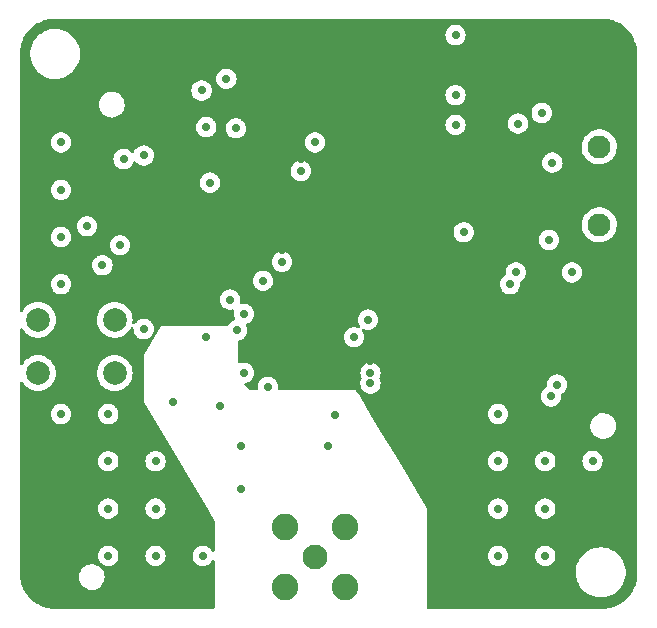
<source format=gbr>
%TF.GenerationSoftware,KiCad,Pcbnew,(6.0.4)*%
%TF.CreationDate,2022-08-12T18:00:06-03:00*%
%TF.ProjectId,rf-system-receiver,72662d73-7973-4746-956d-2d7265636569,rev?*%
%TF.SameCoordinates,Original*%
%TF.FileFunction,Copper,L3,Inr*%
%TF.FilePolarity,Positive*%
%FSLAX46Y46*%
G04 Gerber Fmt 4.6, Leading zero omitted, Abs format (unit mm)*
G04 Created by KiCad (PCBNEW (6.0.4)) date 2022-08-12 18:00:06*
%MOMM*%
%LPD*%
G01*
G04 APERTURE LIST*
%TA.AperFunction,ComponentPad*%
%ADD10C,2.000000*%
%TD*%
%TA.AperFunction,ComponentPad*%
%ADD11C,2.100000*%
%TD*%
%TA.AperFunction,ComponentPad*%
%ADD12C,2.250000*%
%TD*%
%TA.AperFunction,ComponentPad*%
%ADD13C,1.950000*%
%TD*%
%TA.AperFunction,ViaPad*%
%ADD14C,0.700000*%
%TD*%
G04 APERTURE END LIST*
D10*
%TO.N,NRST*%
%TO.C,SW1*%
X118050000Y-62020000D03*
X124550000Y-62020000D03*
%TO.N,GND*%
X124550000Y-66520000D03*
X118050000Y-66520000D03*
%TD*%
D11*
%TO.N,Net-(C13-Pad2)*%
%TO.C,J2*%
X141500000Y-82100000D03*
D12*
%TO.N,GND*%
X144050000Y-84650000D03*
X144050000Y-79550000D03*
X138950000Y-79550000D03*
X138950000Y-84650000D03*
%TD*%
D13*
%TO.N,N/C*%
%TO.C,J1*%
X165565000Y-53967500D03*
X165565000Y-47367500D03*
%TD*%
D14*
%TO.N,GND*%
X120000000Y-47000000D03*
X120000000Y-51000000D03*
X120000000Y-55000000D03*
X120000000Y-59000000D03*
X119987016Y-69987016D03*
X165000000Y-73974032D03*
X157000000Y-70000000D03*
X161000000Y-82000000D03*
X161000000Y-78000000D03*
X161000000Y-74000000D03*
X157000000Y-74000000D03*
X157000000Y-78000000D03*
X156987016Y-82000000D03*
X132000000Y-82000000D03*
X128000000Y-74000000D03*
X128000000Y-78000000D03*
X128000000Y-82000000D03*
X123999999Y-82000000D03*
X124000000Y-78000000D03*
X123999055Y-74000000D03*
X124000000Y-70000000D03*
X137100000Y-58700000D03*
X146000000Y-62000000D03*
X158500000Y-58000000D03*
X138700000Y-57100000D03*
X132300000Y-63500000D03*
X153400000Y-45500000D03*
X140300000Y-49400000D03*
X146200000Y-66500000D03*
X129500000Y-69000000D03*
X137500000Y-67700000D03*
X133500000Y-69300000D03*
X160700000Y-44500000D03*
X125300000Y-48400000D03*
X122200000Y-54100000D03*
X135500000Y-66500000D03*
X134000000Y-41600000D03*
X162000000Y-67500000D03*
X143200000Y-70100000D03*
X142600000Y-72700000D03*
X132300000Y-45700000D03*
X131900000Y-42600000D03*
X158000000Y-59000000D03*
X144800000Y-63500000D03*
X135200000Y-76300000D03*
X135500000Y-61500000D03*
X154093750Y-54600000D03*
X125000000Y-55700000D03*
X153400000Y-37900000D03*
X146200000Y-67400000D03*
X127000000Y-48100000D03*
X153400000Y-43000000D03*
X141500000Y-47000000D03*
X123500000Y-57400000D03*
X158700000Y-45400000D03*
X135200000Y-72700000D03*
X127000000Y-62800000D03*
X161600000Y-48700000D03*
X161500000Y-68500000D03*
%TO.N,+3V3*%
X138700000Y-56100000D03*
X136200000Y-67600000D03*
X149000000Y-64250000D03*
X145750000Y-57500000D03*
X123900000Y-59400000D03*
X162000000Y-65500000D03*
X153500000Y-48100000D03*
X156600000Y-39600000D03*
X146200000Y-65500000D03*
X129000000Y-47100000D03*
X129200000Y-45800000D03*
X162000000Y-64500000D03*
X149000000Y-63250000D03*
X149000000Y-65250000D03*
X139800000Y-57600000D03*
X128600000Y-44200000D03*
X140300000Y-48400000D03*
X146200000Y-64600000D03*
%TO.N,NRST*%
X132600000Y-50400000D03*
X134800000Y-45800000D03*
%TO.N,+5V*%
X161300000Y-55250000D03*
X163250000Y-58000000D03*
%TO.N,SPI_MOSI*%
X134300000Y-60300000D03*
X134900000Y-62900000D03*
%TD*%
%TA.AperFunction,Conductor*%
%TO.N,+3V3*%
G36*
X165770018Y-36510000D02*
G01*
X165784851Y-36512310D01*
X165784855Y-36512310D01*
X165793724Y-36513691D01*
X165812436Y-36511244D01*
X165835366Y-36510353D01*
X166106103Y-36524542D01*
X166119209Y-36525919D01*
X166334134Y-36559960D01*
X166415445Y-36572838D01*
X166428345Y-36575580D01*
X166573196Y-36614393D01*
X166718052Y-36653207D01*
X166730586Y-36657279D01*
X167010587Y-36764762D01*
X167022635Y-36770126D01*
X167289870Y-36906289D01*
X167301286Y-36912880D01*
X167552832Y-37076236D01*
X167563495Y-37083984D01*
X167796573Y-37272727D01*
X167806374Y-37281552D01*
X168018448Y-37493626D01*
X168027273Y-37503427D01*
X168203076Y-37720525D01*
X168216016Y-37736505D01*
X168223764Y-37747168D01*
X168327278Y-37906565D01*
X168387117Y-37998709D01*
X168393711Y-38010130D01*
X168513293Y-38244822D01*
X168529874Y-38277365D01*
X168535237Y-38289412D01*
X168633498Y-38545387D01*
X168642719Y-38569409D01*
X168646793Y-38581948D01*
X168683328Y-38718295D01*
X168724420Y-38871655D01*
X168727162Y-38884555D01*
X168774080Y-39180785D01*
X168775458Y-39193902D01*
X168789262Y-39457299D01*
X168787935Y-39483276D01*
X168787691Y-39484846D01*
X168787691Y-39484850D01*
X168786309Y-39493724D01*
X168787473Y-39502626D01*
X168787473Y-39502628D01*
X168790436Y-39525283D01*
X168791500Y-39541621D01*
X168791500Y-83450633D01*
X168790000Y-83470018D01*
X168787690Y-83484851D01*
X168787690Y-83484855D01*
X168786309Y-83493724D01*
X168788135Y-83507683D01*
X168788756Y-83512433D01*
X168789647Y-83535366D01*
X168775584Y-83803704D01*
X168775458Y-83806099D01*
X168774081Y-83819209D01*
X168768095Y-83857001D01*
X168727162Y-84115445D01*
X168724420Y-84128345D01*
X168695213Y-84237347D01*
X168647103Y-84416899D01*
X168646795Y-84418047D01*
X168642721Y-84430586D01*
X168539143Y-84700413D01*
X168535238Y-84710587D01*
X168529874Y-84722635D01*
X168393711Y-84989870D01*
X168387120Y-85001286D01*
X168223764Y-85252832D01*
X168216018Y-85263492D01*
X168082773Y-85428036D01*
X168027273Y-85496573D01*
X168018448Y-85506374D01*
X167806374Y-85718448D01*
X167796573Y-85727273D01*
X167563495Y-85916016D01*
X167552832Y-85923764D01*
X167301286Y-86087120D01*
X167289870Y-86093711D01*
X167022635Y-86229874D01*
X167010588Y-86235237D01*
X166730586Y-86342721D01*
X166718052Y-86346793D01*
X166573196Y-86385608D01*
X166428345Y-86424420D01*
X166415445Y-86427162D01*
X166334134Y-86440040D01*
X166119209Y-86474081D01*
X166106101Y-86475458D01*
X166030937Y-86479397D01*
X165842701Y-86489262D01*
X165816724Y-86487935D01*
X165815154Y-86487691D01*
X165815150Y-86487691D01*
X165806276Y-86486309D01*
X165797374Y-86487473D01*
X165797372Y-86487473D01*
X165782323Y-86489441D01*
X165774714Y-86490436D01*
X165758379Y-86491500D01*
X151126000Y-86491500D01*
X151057879Y-86471498D01*
X151011386Y-86417842D01*
X151000000Y-86365500D01*
X151000000Y-83532703D01*
X163590743Y-83532703D01*
X163591302Y-83536947D01*
X163591302Y-83536951D01*
X163599071Y-83595958D01*
X163628268Y-83817734D01*
X163629401Y-83821874D01*
X163629401Y-83821876D01*
X163650415Y-83898689D01*
X163704129Y-84095036D01*
X163816923Y-84359476D01*
X163891473Y-84484040D01*
X163959767Y-84598150D01*
X163964561Y-84606161D01*
X164144313Y-84830528D01*
X164267711Y-84947628D01*
X164312225Y-84989870D01*
X164352851Y-85028423D01*
X164586317Y-85196186D01*
X164590112Y-85198195D01*
X164590113Y-85198196D01*
X164611869Y-85209715D01*
X164840392Y-85330712D01*
X165110373Y-85429511D01*
X165391264Y-85490755D01*
X165419841Y-85493004D01*
X165614282Y-85508307D01*
X165614291Y-85508307D01*
X165616739Y-85508500D01*
X165772271Y-85508500D01*
X165774407Y-85508354D01*
X165774418Y-85508354D01*
X165982548Y-85494165D01*
X165982554Y-85494164D01*
X165986825Y-85493873D01*
X165991020Y-85493004D01*
X165991022Y-85493004D01*
X166127583Y-85464724D01*
X166268342Y-85435574D01*
X166539343Y-85339607D01*
X166794812Y-85207750D01*
X166798313Y-85205289D01*
X166798317Y-85205287D01*
X166912418Y-85125095D01*
X167030023Y-85042441D01*
X167176500Y-84906326D01*
X167237479Y-84849661D01*
X167237481Y-84849658D01*
X167240622Y-84846740D01*
X167422713Y-84624268D01*
X167572927Y-84379142D01*
X167688483Y-84115898D01*
X167767244Y-83839406D01*
X167807751Y-83554784D01*
X167807845Y-83536951D01*
X167809235Y-83271583D01*
X167809235Y-83271576D01*
X167809257Y-83267297D01*
X167805151Y-83236104D01*
X167772292Y-82986522D01*
X167771732Y-82982266D01*
X167695871Y-82704964D01*
X167611599Y-82507393D01*
X167584763Y-82444476D01*
X167584761Y-82444472D01*
X167583077Y-82440524D01*
X167435439Y-82193839D01*
X167255687Y-81969472D01*
X167132289Y-81852372D01*
X167050258Y-81774527D01*
X167050255Y-81774525D01*
X167047149Y-81771577D01*
X166813683Y-81603814D01*
X166791843Y-81592250D01*
X166768654Y-81579972D01*
X166559608Y-81469288D01*
X166289627Y-81370489D01*
X166008736Y-81309245D01*
X165977685Y-81306801D01*
X165785718Y-81291693D01*
X165785709Y-81291693D01*
X165783261Y-81291500D01*
X165627729Y-81291500D01*
X165625593Y-81291646D01*
X165625582Y-81291646D01*
X165417452Y-81305835D01*
X165417446Y-81305836D01*
X165413175Y-81306127D01*
X165408980Y-81306996D01*
X165408978Y-81306996D01*
X165272417Y-81335276D01*
X165131658Y-81364426D01*
X164860657Y-81460393D01*
X164605188Y-81592250D01*
X164601687Y-81594711D01*
X164601683Y-81594713D01*
X164575759Y-81612933D01*
X164369977Y-81757559D01*
X164159378Y-81953260D01*
X163977287Y-82175732D01*
X163827073Y-82420858D01*
X163711517Y-82684102D01*
X163710342Y-82688229D01*
X163710341Y-82688230D01*
X163702661Y-82715190D01*
X163632756Y-82960594D01*
X163592249Y-83245216D01*
X163592227Y-83249505D01*
X163592226Y-83249512D01*
X163590789Y-83523859D01*
X163590743Y-83532703D01*
X151000000Y-83532703D01*
X151000000Y-82000000D01*
X156123787Y-82000000D01*
X156142651Y-82179475D01*
X156144691Y-82185753D01*
X156144691Y-82185754D01*
X156147318Y-82193839D01*
X156198417Y-82351107D01*
X156288649Y-82507393D01*
X156293067Y-82512300D01*
X156293068Y-82512301D01*
X156404981Y-82636593D01*
X156409403Y-82641504D01*
X156414745Y-82645385D01*
X156414747Y-82645387D01*
X156550059Y-82743697D01*
X156555401Y-82747578D01*
X156561429Y-82750262D01*
X156561431Y-82750263D01*
X156711219Y-82816953D01*
X156720264Y-82820980D01*
X156808524Y-82839740D01*
X156890327Y-82857128D01*
X156890331Y-82857128D01*
X156896784Y-82858500D01*
X157077248Y-82858500D01*
X157083701Y-82857128D01*
X157083705Y-82857128D01*
X157165508Y-82839740D01*
X157253768Y-82820980D01*
X157262813Y-82816953D01*
X157412601Y-82750263D01*
X157412603Y-82750262D01*
X157418631Y-82747578D01*
X157423973Y-82743697D01*
X157559285Y-82645387D01*
X157559287Y-82645385D01*
X157564629Y-82641504D01*
X157569051Y-82636593D01*
X157680964Y-82512301D01*
X157680965Y-82512300D01*
X157685383Y-82507393D01*
X157775615Y-82351107D01*
X157826714Y-82193839D01*
X157829341Y-82185754D01*
X157829341Y-82185753D01*
X157831381Y-82179475D01*
X157850245Y-82000000D01*
X160136771Y-82000000D01*
X160155635Y-82179475D01*
X160157675Y-82185753D01*
X160157675Y-82185754D01*
X160160302Y-82193839D01*
X160211401Y-82351107D01*
X160301633Y-82507393D01*
X160306051Y-82512300D01*
X160306052Y-82512301D01*
X160417965Y-82636593D01*
X160422387Y-82641504D01*
X160427729Y-82645385D01*
X160427731Y-82645387D01*
X160563043Y-82743697D01*
X160568385Y-82747578D01*
X160574413Y-82750262D01*
X160574415Y-82750263D01*
X160724203Y-82816953D01*
X160733248Y-82820980D01*
X160821508Y-82839740D01*
X160903311Y-82857128D01*
X160903315Y-82857128D01*
X160909768Y-82858500D01*
X161090232Y-82858500D01*
X161096685Y-82857128D01*
X161096689Y-82857128D01*
X161178492Y-82839740D01*
X161266752Y-82820980D01*
X161275797Y-82816953D01*
X161425585Y-82750263D01*
X161425587Y-82750262D01*
X161431615Y-82747578D01*
X161436957Y-82743697D01*
X161572269Y-82645387D01*
X161572271Y-82645385D01*
X161577613Y-82641504D01*
X161582035Y-82636593D01*
X161693948Y-82512301D01*
X161693949Y-82512300D01*
X161698367Y-82507393D01*
X161788599Y-82351107D01*
X161839698Y-82193839D01*
X161842325Y-82185754D01*
X161842325Y-82185753D01*
X161844365Y-82179475D01*
X161863229Y-82000000D01*
X161844365Y-81820525D01*
X161788599Y-81648893D01*
X161783486Y-81640036D01*
X161701668Y-81498325D01*
X161698367Y-81492607D01*
X161677371Y-81469288D01*
X161582035Y-81363407D01*
X161582034Y-81363406D01*
X161577613Y-81358496D01*
X161506730Y-81306996D01*
X161436957Y-81256303D01*
X161436956Y-81256302D01*
X161431615Y-81252422D01*
X161425587Y-81249738D01*
X161425585Y-81249737D01*
X161272783Y-81181705D01*
X161272781Y-81181705D01*
X161266752Y-81179020D01*
X161178492Y-81160260D01*
X161096689Y-81142872D01*
X161096685Y-81142872D01*
X161090232Y-81141500D01*
X160909768Y-81141500D01*
X160903315Y-81142872D01*
X160903311Y-81142872D01*
X160821508Y-81160260D01*
X160733248Y-81179020D01*
X160727219Y-81181704D01*
X160727217Y-81181705D01*
X160574416Y-81249737D01*
X160574414Y-81249738D01*
X160568386Y-81252422D01*
X160563045Y-81256302D01*
X160563044Y-81256303D01*
X160427731Y-81354613D01*
X160427729Y-81354615D01*
X160422387Y-81358496D01*
X160417966Y-81363406D01*
X160417965Y-81363407D01*
X160322630Y-81469288D01*
X160301633Y-81492607D01*
X160298332Y-81498325D01*
X160216515Y-81640036D01*
X160211401Y-81648893D01*
X160155635Y-81820525D01*
X160136771Y-82000000D01*
X157850245Y-82000000D01*
X157831381Y-81820525D01*
X157775615Y-81648893D01*
X157770502Y-81640036D01*
X157688684Y-81498325D01*
X157685383Y-81492607D01*
X157664387Y-81469288D01*
X157569051Y-81363407D01*
X157569050Y-81363406D01*
X157564629Y-81358496D01*
X157493746Y-81306996D01*
X157423973Y-81256303D01*
X157423972Y-81256302D01*
X157418631Y-81252422D01*
X157412603Y-81249738D01*
X157412601Y-81249737D01*
X157259799Y-81181705D01*
X157259797Y-81181705D01*
X157253768Y-81179020D01*
X157165508Y-81160260D01*
X157083705Y-81142872D01*
X157083701Y-81142872D01*
X157077248Y-81141500D01*
X156896784Y-81141500D01*
X156890331Y-81142872D01*
X156890327Y-81142872D01*
X156808524Y-81160260D01*
X156720264Y-81179020D01*
X156714235Y-81181704D01*
X156714233Y-81181705D01*
X156561432Y-81249737D01*
X156561430Y-81249738D01*
X156555402Y-81252422D01*
X156550061Y-81256302D01*
X156550060Y-81256303D01*
X156414747Y-81354613D01*
X156414745Y-81354615D01*
X156409403Y-81358496D01*
X156404982Y-81363406D01*
X156404981Y-81363407D01*
X156309646Y-81469288D01*
X156288649Y-81492607D01*
X156285348Y-81498325D01*
X156203531Y-81640036D01*
X156198417Y-81648893D01*
X156142651Y-81820525D01*
X156123787Y-82000000D01*
X151000000Y-82000000D01*
X151000000Y-78000000D01*
X156136771Y-78000000D01*
X156155635Y-78179475D01*
X156211401Y-78351107D01*
X156301633Y-78507393D01*
X156422387Y-78641504D01*
X156568385Y-78747578D01*
X156574413Y-78750262D01*
X156574415Y-78750263D01*
X156699856Y-78806113D01*
X156733248Y-78820980D01*
X156821508Y-78839740D01*
X156903311Y-78857128D01*
X156903315Y-78857128D01*
X156909768Y-78858500D01*
X157090232Y-78858500D01*
X157096685Y-78857128D01*
X157096689Y-78857128D01*
X157178492Y-78839740D01*
X157266752Y-78820980D01*
X157300144Y-78806113D01*
X157425585Y-78750263D01*
X157425587Y-78750262D01*
X157431615Y-78747578D01*
X157577613Y-78641504D01*
X157698367Y-78507393D01*
X157788599Y-78351107D01*
X157844365Y-78179475D01*
X157863229Y-78000000D01*
X160136771Y-78000000D01*
X160155635Y-78179475D01*
X160211401Y-78351107D01*
X160301633Y-78507393D01*
X160422387Y-78641504D01*
X160568385Y-78747578D01*
X160574413Y-78750262D01*
X160574415Y-78750263D01*
X160699856Y-78806113D01*
X160733248Y-78820980D01*
X160821508Y-78839740D01*
X160903311Y-78857128D01*
X160903315Y-78857128D01*
X160909768Y-78858500D01*
X161090232Y-78858500D01*
X161096685Y-78857128D01*
X161096689Y-78857128D01*
X161178492Y-78839740D01*
X161266752Y-78820980D01*
X161300144Y-78806113D01*
X161425585Y-78750263D01*
X161425587Y-78750262D01*
X161431615Y-78747578D01*
X161577613Y-78641504D01*
X161698367Y-78507393D01*
X161788599Y-78351107D01*
X161844365Y-78179475D01*
X161863229Y-78000000D01*
X161844365Y-77820525D01*
X161788599Y-77648893D01*
X161698367Y-77492607D01*
X161577613Y-77358496D01*
X161431615Y-77252422D01*
X161425587Y-77249738D01*
X161425585Y-77249737D01*
X161272783Y-77181705D01*
X161272781Y-77181705D01*
X161266752Y-77179020D01*
X161170212Y-77158500D01*
X161096689Y-77142872D01*
X161096685Y-77142872D01*
X161090232Y-77141500D01*
X160909768Y-77141500D01*
X160903315Y-77142872D01*
X160903311Y-77142872D01*
X160829788Y-77158500D01*
X160733248Y-77179020D01*
X160727219Y-77181704D01*
X160727217Y-77181705D01*
X160574416Y-77249737D01*
X160574414Y-77249738D01*
X160568386Y-77252422D01*
X160563045Y-77256302D01*
X160563044Y-77256303D01*
X160427731Y-77354613D01*
X160427729Y-77354615D01*
X160422387Y-77358496D01*
X160301633Y-77492607D01*
X160211401Y-77648893D01*
X160155635Y-77820525D01*
X160136771Y-78000000D01*
X157863229Y-78000000D01*
X157844365Y-77820525D01*
X157788599Y-77648893D01*
X157698367Y-77492607D01*
X157577613Y-77358496D01*
X157431615Y-77252422D01*
X157425587Y-77249738D01*
X157425585Y-77249737D01*
X157272783Y-77181705D01*
X157272781Y-77181705D01*
X157266752Y-77179020D01*
X157170212Y-77158500D01*
X157096689Y-77142872D01*
X157096685Y-77142872D01*
X157090232Y-77141500D01*
X156909768Y-77141500D01*
X156903315Y-77142872D01*
X156903311Y-77142872D01*
X156829788Y-77158500D01*
X156733248Y-77179020D01*
X156727219Y-77181704D01*
X156727217Y-77181705D01*
X156574416Y-77249737D01*
X156574414Y-77249738D01*
X156568386Y-77252422D01*
X156563045Y-77256302D01*
X156563044Y-77256303D01*
X156427731Y-77354613D01*
X156427729Y-77354615D01*
X156422387Y-77358496D01*
X156301633Y-77492607D01*
X156211401Y-77648893D01*
X156155635Y-77820525D01*
X156136771Y-78000000D01*
X151000000Y-78000000D01*
X150896254Y-77827089D01*
X148600000Y-74000000D01*
X156136771Y-74000000D01*
X156137461Y-74006565D01*
X156153566Y-74159786D01*
X156155635Y-74179475D01*
X156211401Y-74351107D01*
X156301633Y-74507393D01*
X156306051Y-74512300D01*
X156306052Y-74512301D01*
X156417965Y-74636593D01*
X156422387Y-74641504D01*
X156427729Y-74645385D01*
X156427731Y-74645387D01*
X156563043Y-74743697D01*
X156568385Y-74747578D01*
X156574413Y-74750262D01*
X156574415Y-74750263D01*
X156727217Y-74818295D01*
X156733248Y-74820980D01*
X156787597Y-74832532D01*
X156903311Y-74857128D01*
X156903315Y-74857128D01*
X156909768Y-74858500D01*
X157090232Y-74858500D01*
X157096685Y-74857128D01*
X157096689Y-74857128D01*
X157212403Y-74832532D01*
X157266752Y-74820980D01*
X157272783Y-74818295D01*
X157425585Y-74750263D01*
X157425587Y-74750262D01*
X157431615Y-74747578D01*
X157436957Y-74743697D01*
X157572269Y-74645387D01*
X157572271Y-74645385D01*
X157577613Y-74641504D01*
X157582035Y-74636593D01*
X157693948Y-74512301D01*
X157693949Y-74512300D01*
X157698367Y-74507393D01*
X157788599Y-74351107D01*
X157844365Y-74179475D01*
X157846435Y-74159786D01*
X157862539Y-74006565D01*
X157863229Y-74000000D01*
X160136771Y-74000000D01*
X160137461Y-74006565D01*
X160153566Y-74159786D01*
X160155635Y-74179475D01*
X160211401Y-74351107D01*
X160301633Y-74507393D01*
X160306051Y-74512300D01*
X160306052Y-74512301D01*
X160417965Y-74636593D01*
X160422387Y-74641504D01*
X160427729Y-74645385D01*
X160427731Y-74645387D01*
X160563043Y-74743697D01*
X160568385Y-74747578D01*
X160574413Y-74750262D01*
X160574415Y-74750263D01*
X160727217Y-74818295D01*
X160733248Y-74820980D01*
X160787597Y-74832532D01*
X160903311Y-74857128D01*
X160903315Y-74857128D01*
X160909768Y-74858500D01*
X161090232Y-74858500D01*
X161096685Y-74857128D01*
X161096689Y-74857128D01*
X161212403Y-74832532D01*
X161266752Y-74820980D01*
X161272783Y-74818295D01*
X161425585Y-74750263D01*
X161425587Y-74750262D01*
X161431615Y-74747578D01*
X161436957Y-74743697D01*
X161572269Y-74645387D01*
X161572271Y-74645385D01*
X161577613Y-74641504D01*
X161582035Y-74636593D01*
X161693948Y-74512301D01*
X161693949Y-74512300D01*
X161698367Y-74507393D01*
X161788599Y-74351107D01*
X161844365Y-74179475D01*
X161846435Y-74159786D01*
X161862539Y-74006565D01*
X161863229Y-74000000D01*
X161860500Y-73974032D01*
X164136771Y-73974032D01*
X164155635Y-74153507D01*
X164157675Y-74159785D01*
X164157675Y-74159786D01*
X164188825Y-74255657D01*
X164211401Y-74325139D01*
X164301633Y-74481425D01*
X164422387Y-74615536D01*
X164427729Y-74619417D01*
X164427731Y-74619419D01*
X164463473Y-74645387D01*
X164568385Y-74721610D01*
X164574413Y-74724294D01*
X164574415Y-74724295D01*
X164632740Y-74750263D01*
X164733248Y-74795012D01*
X164821508Y-74813772D01*
X164903311Y-74831160D01*
X164903315Y-74831160D01*
X164909768Y-74832532D01*
X165090232Y-74832532D01*
X165096685Y-74831160D01*
X165096689Y-74831160D01*
X165178492Y-74813772D01*
X165266752Y-74795012D01*
X165367260Y-74750263D01*
X165425585Y-74724295D01*
X165425587Y-74724294D01*
X165431615Y-74721610D01*
X165536527Y-74645387D01*
X165572269Y-74619419D01*
X165572271Y-74619417D01*
X165577613Y-74615536D01*
X165698367Y-74481425D01*
X165788599Y-74325139D01*
X165811175Y-74255657D01*
X165842325Y-74159786D01*
X165842325Y-74159785D01*
X165844365Y-74153507D01*
X165863229Y-73974032D01*
X165847094Y-73820525D01*
X165845055Y-73801121D01*
X165845055Y-73801120D01*
X165844365Y-73794557D01*
X165788599Y-73622925D01*
X165698367Y-73466639D01*
X165681205Y-73447578D01*
X165582035Y-73337439D01*
X165582034Y-73337438D01*
X165577613Y-73332528D01*
X165463662Y-73249737D01*
X165436957Y-73230335D01*
X165436956Y-73230334D01*
X165431615Y-73226454D01*
X165425587Y-73223770D01*
X165425585Y-73223769D01*
X165272783Y-73155737D01*
X165272781Y-73155737D01*
X165266752Y-73153052D01*
X165178492Y-73134292D01*
X165096689Y-73116904D01*
X165096685Y-73116904D01*
X165090232Y-73115532D01*
X164909768Y-73115532D01*
X164903315Y-73116904D01*
X164903311Y-73116904D01*
X164821508Y-73134292D01*
X164733248Y-73153052D01*
X164727219Y-73155736D01*
X164727217Y-73155737D01*
X164574416Y-73223769D01*
X164574414Y-73223770D01*
X164568386Y-73226454D01*
X164563045Y-73230334D01*
X164563044Y-73230335D01*
X164427731Y-73328645D01*
X164427729Y-73328647D01*
X164422387Y-73332528D01*
X164417966Y-73337438D01*
X164417965Y-73337439D01*
X164318796Y-73447578D01*
X164301633Y-73466639D01*
X164211401Y-73622925D01*
X164155635Y-73794557D01*
X164154945Y-73801120D01*
X164154945Y-73801121D01*
X164152906Y-73820525D01*
X164136771Y-73974032D01*
X161860500Y-73974032D01*
X161844365Y-73820525D01*
X161833888Y-73788278D01*
X161790641Y-73655178D01*
X161788599Y-73648893D01*
X161698367Y-73492607D01*
X161577613Y-73358496D01*
X161541872Y-73332528D01*
X161436957Y-73256303D01*
X161436956Y-73256302D01*
X161431615Y-73252422D01*
X161425587Y-73249738D01*
X161425585Y-73249737D01*
X161272783Y-73181705D01*
X161272781Y-73181705D01*
X161266752Y-73179020D01*
X161144581Y-73153052D01*
X161096689Y-73142872D01*
X161096685Y-73142872D01*
X161090232Y-73141500D01*
X160909768Y-73141500D01*
X160903315Y-73142872D01*
X160903311Y-73142872D01*
X160855419Y-73153052D01*
X160733248Y-73179020D01*
X160727219Y-73181704D01*
X160727217Y-73181705D01*
X160574416Y-73249737D01*
X160574414Y-73249738D01*
X160568386Y-73252422D01*
X160563045Y-73256302D01*
X160563044Y-73256303D01*
X160427731Y-73354613D01*
X160427729Y-73354615D01*
X160422387Y-73358496D01*
X160301633Y-73492607D01*
X160211401Y-73648893D01*
X160209359Y-73655178D01*
X160166113Y-73788278D01*
X160155635Y-73820525D01*
X160136771Y-74000000D01*
X157863229Y-74000000D01*
X157844365Y-73820525D01*
X157833888Y-73788278D01*
X157790641Y-73655178D01*
X157788599Y-73648893D01*
X157698367Y-73492607D01*
X157577613Y-73358496D01*
X157541872Y-73332528D01*
X157436957Y-73256303D01*
X157436956Y-73256302D01*
X157431615Y-73252422D01*
X157425587Y-73249738D01*
X157425585Y-73249737D01*
X157272783Y-73181705D01*
X157272781Y-73181705D01*
X157266752Y-73179020D01*
X157144581Y-73153052D01*
X157096689Y-73142872D01*
X157096685Y-73142872D01*
X157090232Y-73141500D01*
X156909768Y-73141500D01*
X156903315Y-73142872D01*
X156903311Y-73142872D01*
X156855419Y-73153052D01*
X156733248Y-73179020D01*
X156727219Y-73181704D01*
X156727217Y-73181705D01*
X156574416Y-73249737D01*
X156574414Y-73249738D01*
X156568386Y-73252422D01*
X156563045Y-73256302D01*
X156563044Y-73256303D01*
X156427731Y-73354613D01*
X156427729Y-73354615D01*
X156422387Y-73358496D01*
X156301633Y-73492607D01*
X156211401Y-73648893D01*
X156209359Y-73655178D01*
X156166113Y-73788278D01*
X156155635Y-73820525D01*
X156136771Y-74000000D01*
X148600000Y-74000000D01*
X146782893Y-70971489D01*
X164811227Y-70971489D01*
X164813096Y-71000000D01*
X164824263Y-71170380D01*
X164873326Y-71363564D01*
X164875743Y-71368807D01*
X164912265Y-71448029D01*
X164956772Y-71544573D01*
X165071807Y-71707344D01*
X165214578Y-71846425D01*
X165380304Y-71957160D01*
X165385607Y-71959438D01*
X165385610Y-71959440D01*
X165558128Y-72033559D01*
X165563435Y-72035839D01*
X165635516Y-72052149D01*
X165752201Y-72078553D01*
X165752207Y-72078554D01*
X165757838Y-72079828D01*
X165763609Y-72080055D01*
X165763611Y-72080055D01*
X165824556Y-72082449D01*
X165957001Y-72087653D01*
X166056959Y-72073160D01*
X166148535Y-72059883D01*
X166148540Y-72059882D01*
X166154256Y-72059053D01*
X166159728Y-72057195D01*
X166159730Y-72057195D01*
X166337532Y-71996839D01*
X166337534Y-71996838D01*
X166342996Y-71994984D01*
X166516899Y-71897594D01*
X166670143Y-71770143D01*
X166797594Y-71616899D01*
X166894984Y-71442996D01*
X166959053Y-71254256D01*
X166959882Y-71248540D01*
X166959883Y-71248535D01*
X166976918Y-71131039D01*
X166987653Y-71057001D01*
X166989146Y-71000000D01*
X166974825Y-70844144D01*
X166971437Y-70807273D01*
X166971436Y-70807270D01*
X166970908Y-70801519D01*
X166956453Y-70750263D01*
X166918373Y-70615244D01*
X166918372Y-70615242D01*
X166916805Y-70609685D01*
X166903746Y-70583202D01*
X166831205Y-70436104D01*
X166828650Y-70430923D01*
X166709393Y-70271219D01*
X166563030Y-70135922D01*
X166558147Y-70132841D01*
X166558143Y-70132838D01*
X166399346Y-70032645D01*
X166399341Y-70032643D01*
X166394462Y-70029564D01*
X166209334Y-69955705D01*
X166013847Y-69916820D01*
X166008072Y-69916744D01*
X166008068Y-69916744D01*
X165908588Y-69915442D01*
X165814547Y-69914211D01*
X165808850Y-69915190D01*
X165808849Y-69915190D01*
X165792805Y-69917947D01*
X165618108Y-69947966D01*
X165431111Y-70016953D01*
X165426149Y-70019905D01*
X165379635Y-70047578D01*
X165259816Y-70118862D01*
X165109961Y-70250281D01*
X164986565Y-70406809D01*
X164983876Y-70411920D01*
X164983874Y-70411923D01*
X164933645Y-70507393D01*
X164893760Y-70583202D01*
X164878483Y-70632403D01*
X164842720Y-70747578D01*
X164834654Y-70773554D01*
X164811227Y-70971489D01*
X146782893Y-70971489D01*
X146200000Y-70000000D01*
X156136771Y-70000000D01*
X156155635Y-70179475D01*
X156211401Y-70351107D01*
X156301633Y-70507393D01*
X156422387Y-70641504D01*
X156427729Y-70645385D01*
X156427731Y-70645387D01*
X156560025Y-70741504D01*
X156568385Y-70747578D01*
X156574413Y-70750262D01*
X156574415Y-70750263D01*
X156707167Y-70809368D01*
X156733248Y-70820980D01*
X156821508Y-70839740D01*
X156903311Y-70857128D01*
X156903315Y-70857128D01*
X156909768Y-70858500D01*
X157090232Y-70858500D01*
X157096685Y-70857128D01*
X157096689Y-70857128D01*
X157178492Y-70839740D01*
X157266752Y-70820980D01*
X157292833Y-70809368D01*
X157425585Y-70750263D01*
X157425587Y-70750262D01*
X157431615Y-70747578D01*
X157439975Y-70741504D01*
X157572269Y-70645387D01*
X157572271Y-70645385D01*
X157577613Y-70641504D01*
X157698367Y-70507393D01*
X157788599Y-70351107D01*
X157844365Y-70179475D01*
X157863229Y-70000000D01*
X157844365Y-69820525D01*
X157788599Y-69648893D01*
X157784732Y-69642194D01*
X157753311Y-69587773D01*
X157698367Y-69492607D01*
X157667654Y-69458496D01*
X157582035Y-69363407D01*
X157582034Y-69363406D01*
X157577613Y-69358496D01*
X157566502Y-69350423D01*
X157436957Y-69256303D01*
X157436956Y-69256302D01*
X157431615Y-69252422D01*
X157425587Y-69249738D01*
X157425585Y-69249737D01*
X157272783Y-69181705D01*
X157272781Y-69181705D01*
X157266752Y-69179020D01*
X157178492Y-69160260D01*
X157096689Y-69142872D01*
X157096685Y-69142872D01*
X157090232Y-69141500D01*
X156909768Y-69141500D01*
X156903315Y-69142872D01*
X156903311Y-69142872D01*
X156821508Y-69160260D01*
X156733248Y-69179020D01*
X156727219Y-69181704D01*
X156727217Y-69181705D01*
X156574416Y-69249737D01*
X156574414Y-69249738D01*
X156568386Y-69252422D01*
X156563045Y-69256302D01*
X156563044Y-69256303D01*
X156427731Y-69354613D01*
X156427729Y-69354615D01*
X156422387Y-69358496D01*
X156417966Y-69363406D01*
X156417965Y-69363407D01*
X156332347Y-69458496D01*
X156301633Y-69492607D01*
X156246689Y-69587773D01*
X156215269Y-69642194D01*
X156211401Y-69648893D01*
X156155635Y-69820525D01*
X156136771Y-70000000D01*
X146200000Y-70000000D01*
X145300000Y-68500000D01*
X160636771Y-68500000D01*
X160655635Y-68679475D01*
X160711401Y-68851107D01*
X160801633Y-69007393D01*
X160806051Y-69012300D01*
X160806052Y-69012301D01*
X160911928Y-69129888D01*
X160922387Y-69141504D01*
X160927729Y-69145385D01*
X160927731Y-69145387D01*
X161057181Y-69239438D01*
X161068385Y-69247578D01*
X161074413Y-69250262D01*
X161074415Y-69250263D01*
X161186126Y-69300000D01*
X161233248Y-69320980D01*
X161321508Y-69339740D01*
X161403311Y-69357128D01*
X161403315Y-69357128D01*
X161409768Y-69358500D01*
X161590232Y-69358500D01*
X161596685Y-69357128D01*
X161596689Y-69357128D01*
X161678492Y-69339740D01*
X161766752Y-69320980D01*
X161813874Y-69300000D01*
X161925585Y-69250263D01*
X161925587Y-69250262D01*
X161931615Y-69247578D01*
X161942819Y-69239438D01*
X162072269Y-69145387D01*
X162072271Y-69145385D01*
X162077613Y-69141504D01*
X162088072Y-69129888D01*
X162193948Y-69012301D01*
X162193949Y-69012300D01*
X162198367Y-69007393D01*
X162288599Y-68851107D01*
X162344365Y-68679475D01*
X162363229Y-68500000D01*
X162350510Y-68378991D01*
X162363282Y-68309154D01*
X162411784Y-68257307D01*
X162424574Y-68250713D01*
X162425583Y-68250264D01*
X162425586Y-68250262D01*
X162431615Y-68247578D01*
X162468224Y-68220980D01*
X162572269Y-68145387D01*
X162572271Y-68145385D01*
X162577613Y-68141504D01*
X162664157Y-68045387D01*
X162693948Y-68012301D01*
X162693949Y-68012300D01*
X162698367Y-68007393D01*
X162756102Y-67907393D01*
X162785295Y-67856830D01*
X162785296Y-67856829D01*
X162788599Y-67851107D01*
X162823343Y-67744176D01*
X162842325Y-67685754D01*
X162842325Y-67685753D01*
X162844365Y-67679475D01*
X162853436Y-67593177D01*
X162862539Y-67506565D01*
X162863229Y-67500000D01*
X162844365Y-67320525D01*
X162788599Y-67148893D01*
X162698367Y-66992607D01*
X162665402Y-66955995D01*
X162582035Y-66863407D01*
X162582034Y-66863406D01*
X162577613Y-66858496D01*
X162558793Y-66844822D01*
X162436957Y-66756303D01*
X162436956Y-66756302D01*
X162431615Y-66752422D01*
X162425587Y-66749738D01*
X162425585Y-66749737D01*
X162272783Y-66681705D01*
X162272781Y-66681705D01*
X162266752Y-66679020D01*
X162178492Y-66660260D01*
X162096689Y-66642872D01*
X162096685Y-66642872D01*
X162090232Y-66641500D01*
X161909768Y-66641500D01*
X161903315Y-66642872D01*
X161903311Y-66642872D01*
X161821508Y-66660260D01*
X161733248Y-66679020D01*
X161727219Y-66681704D01*
X161727217Y-66681705D01*
X161574416Y-66749737D01*
X161574414Y-66749738D01*
X161568386Y-66752422D01*
X161563045Y-66756302D01*
X161563044Y-66756303D01*
X161427731Y-66854613D01*
X161427729Y-66854615D01*
X161422387Y-66858496D01*
X161417966Y-66863406D01*
X161417965Y-66863407D01*
X161334599Y-66955995D01*
X161301633Y-66992607D01*
X161211401Y-67148893D01*
X161155635Y-67320525D01*
X161136771Y-67500000D01*
X161146228Y-67589969D01*
X161149490Y-67621008D01*
X161136718Y-67690846D01*
X161088216Y-67742693D01*
X161075432Y-67749284D01*
X161074423Y-67749733D01*
X161074414Y-67749738D01*
X161068386Y-67752422D01*
X161063045Y-67756302D01*
X161063044Y-67756303D01*
X160927731Y-67854613D01*
X160927729Y-67854615D01*
X160922387Y-67858496D01*
X160801633Y-67992607D01*
X160711401Y-68148893D01*
X160709359Y-68155178D01*
X160659330Y-68309154D01*
X160655635Y-68320525D01*
X160636771Y-68500000D01*
X145300000Y-68500000D01*
X145009321Y-68015535D01*
X145000000Y-68000000D01*
X138471635Y-68000000D01*
X138403514Y-67979998D01*
X138357021Y-67926342D01*
X138346325Y-67860829D01*
X138362539Y-67706565D01*
X138363229Y-67700000D01*
X138344365Y-67520525D01*
X138337990Y-67500903D01*
X138305205Y-67400000D01*
X145336771Y-67400000D01*
X145355635Y-67579475D01*
X145411401Y-67751107D01*
X145501633Y-67907393D01*
X145506051Y-67912300D01*
X145506052Y-67912301D01*
X145617965Y-68036593D01*
X145622387Y-68041504D01*
X145768385Y-68147578D01*
X145774413Y-68150262D01*
X145774415Y-68150263D01*
X145902731Y-68207393D01*
X145933248Y-68220980D01*
X146021508Y-68239740D01*
X146103311Y-68257128D01*
X146103315Y-68257128D01*
X146109768Y-68258500D01*
X146290232Y-68258500D01*
X146296685Y-68257128D01*
X146296689Y-68257128D01*
X146378492Y-68239740D01*
X146466752Y-68220980D01*
X146497269Y-68207393D01*
X146625585Y-68150263D01*
X146625587Y-68150262D01*
X146631615Y-68147578D01*
X146777613Y-68041504D01*
X146782035Y-68036593D01*
X146893948Y-67912301D01*
X146893949Y-67912300D01*
X146898367Y-67907393D01*
X146988599Y-67751107D01*
X147044365Y-67579475D01*
X147063229Y-67400000D01*
X147055068Y-67322353D01*
X147045055Y-67227089D01*
X147045055Y-67227088D01*
X147044365Y-67220525D01*
X147039959Y-67206963D01*
X146990641Y-67055178D01*
X146988599Y-67048893D01*
X146967876Y-67013000D01*
X146951138Y-66944005D01*
X146967876Y-66887000D01*
X146973276Y-66877648D01*
X146988599Y-66851107D01*
X147044365Y-66679475D01*
X147063229Y-66500000D01*
X147044365Y-66320525D01*
X147032267Y-66283289D01*
X146990641Y-66155178D01*
X146988599Y-66148893D01*
X146898367Y-65992607D01*
X146777613Y-65858496D01*
X146748868Y-65837611D01*
X146636957Y-65756303D01*
X146636956Y-65756302D01*
X146631615Y-65752422D01*
X146625587Y-65749738D01*
X146625585Y-65749737D01*
X146472783Y-65681705D01*
X146472781Y-65681705D01*
X146466752Y-65679020D01*
X146378492Y-65660260D01*
X146296689Y-65642872D01*
X146296685Y-65642872D01*
X146290232Y-65641500D01*
X146109768Y-65641500D01*
X146103315Y-65642872D01*
X146103311Y-65642872D01*
X146021508Y-65660260D01*
X145933248Y-65679020D01*
X145927219Y-65681704D01*
X145927217Y-65681705D01*
X145774416Y-65749737D01*
X145774414Y-65749738D01*
X145768386Y-65752422D01*
X145763045Y-65756302D01*
X145763044Y-65756303D01*
X145627731Y-65854613D01*
X145627729Y-65854615D01*
X145622387Y-65858496D01*
X145501633Y-65992607D01*
X145411401Y-66148893D01*
X145409359Y-66155178D01*
X145367734Y-66283289D01*
X145355635Y-66320525D01*
X145336771Y-66500000D01*
X145355635Y-66679475D01*
X145411401Y-66851107D01*
X145426725Y-66877648D01*
X145432124Y-66887000D01*
X145448862Y-66955995D01*
X145432124Y-67013000D01*
X145411401Y-67048893D01*
X145409359Y-67055178D01*
X145360042Y-67206963D01*
X145355635Y-67220525D01*
X145354945Y-67227088D01*
X145354945Y-67227089D01*
X145344932Y-67322353D01*
X145336771Y-67400000D01*
X138305205Y-67400000D01*
X138290641Y-67355178D01*
X138288599Y-67348893D01*
X138276011Y-67327089D01*
X138244504Y-67272519D01*
X138198367Y-67192607D01*
X138077613Y-67058496D01*
X138014994Y-67013000D01*
X137936957Y-66956303D01*
X137936956Y-66956302D01*
X137931615Y-66952422D01*
X137925587Y-66949738D01*
X137925585Y-66949737D01*
X137772783Y-66881705D01*
X137772781Y-66881705D01*
X137766752Y-66879020D01*
X137651925Y-66854613D01*
X137596689Y-66842872D01*
X137596685Y-66842872D01*
X137590232Y-66841500D01*
X137409768Y-66841500D01*
X137403315Y-66842872D01*
X137403311Y-66842872D01*
X137348075Y-66854613D01*
X137233248Y-66879020D01*
X137227219Y-66881704D01*
X137227217Y-66881705D01*
X137074416Y-66949737D01*
X137074414Y-66949738D01*
X137068386Y-66952422D01*
X137063045Y-66956302D01*
X137063044Y-66956303D01*
X136927731Y-67054613D01*
X136927729Y-67054615D01*
X136922387Y-67058496D01*
X136801633Y-67192607D01*
X136755496Y-67272519D01*
X136723990Y-67327089D01*
X136711401Y-67348893D01*
X136709359Y-67355178D01*
X136662011Y-67500903D01*
X136655635Y-67520525D01*
X136636771Y-67700000D01*
X136637461Y-67706565D01*
X136653675Y-67860829D01*
X136640903Y-67930668D01*
X136592401Y-67982514D01*
X136528365Y-68000000D01*
X136052190Y-68000000D01*
X135984069Y-67979998D01*
X135963095Y-67963095D01*
X135563215Y-67563215D01*
X135529189Y-67500903D01*
X135534254Y-67430088D01*
X135576801Y-67373252D01*
X135626113Y-67350873D01*
X135685013Y-67338354D01*
X135760294Y-67322353D01*
X135760297Y-67322352D01*
X135766752Y-67320980D01*
X135875597Y-67272519D01*
X135925585Y-67250263D01*
X135925587Y-67250262D01*
X135931615Y-67247578D01*
X135968850Y-67220525D01*
X136072269Y-67145387D01*
X136072271Y-67145385D01*
X136077613Y-67141504D01*
X136166153Y-67043170D01*
X136193948Y-67012301D01*
X136193949Y-67012300D01*
X136198367Y-67007393D01*
X136288599Y-66851107D01*
X136344365Y-66679475D01*
X136363229Y-66500000D01*
X136344365Y-66320525D01*
X136332267Y-66283289D01*
X136290641Y-66155178D01*
X136288599Y-66148893D01*
X136198367Y-65992607D01*
X136077613Y-65858496D01*
X136048868Y-65837611D01*
X135936957Y-65756303D01*
X135936956Y-65756302D01*
X135931615Y-65752422D01*
X135925587Y-65749738D01*
X135925585Y-65749737D01*
X135772783Y-65681705D01*
X135772781Y-65681705D01*
X135766752Y-65679020D01*
X135678492Y-65660260D01*
X135596689Y-65642872D01*
X135596685Y-65642872D01*
X135590232Y-65641500D01*
X135409768Y-65641500D01*
X135403315Y-65642872D01*
X135403311Y-65642872D01*
X135321508Y-65660260D01*
X135233248Y-65679020D01*
X135227221Y-65681703D01*
X135227213Y-65681706D01*
X135177250Y-65703952D01*
X135106883Y-65713387D01*
X135042586Y-65683281D01*
X135004772Y-65623193D01*
X135000000Y-65588846D01*
X135000000Y-63858457D01*
X135020002Y-63790336D01*
X135073658Y-63743843D01*
X135099804Y-63735210D01*
X135160294Y-63722353D01*
X135160297Y-63722352D01*
X135166752Y-63720980D01*
X135245871Y-63685754D01*
X135325585Y-63650263D01*
X135325587Y-63650262D01*
X135331615Y-63647578D01*
X135368224Y-63620980D01*
X135472269Y-63545387D01*
X135472271Y-63545385D01*
X135477613Y-63541504D01*
X135482035Y-63536593D01*
X135514983Y-63500000D01*
X143936771Y-63500000D01*
X143937461Y-63506565D01*
X143938340Y-63514923D01*
X143955635Y-63679475D01*
X144011401Y-63851107D01*
X144014704Y-63856829D01*
X144014705Y-63856830D01*
X144046689Y-63912227D01*
X144101633Y-64007393D01*
X144222387Y-64141504D01*
X144368385Y-64247578D01*
X144374413Y-64250262D01*
X144374415Y-64250263D01*
X144527217Y-64318295D01*
X144533248Y-64320980D01*
X144621508Y-64339740D01*
X144703311Y-64357128D01*
X144703315Y-64357128D01*
X144709768Y-64358500D01*
X144890232Y-64358500D01*
X144896685Y-64357128D01*
X144896689Y-64357128D01*
X144978492Y-64339740D01*
X145066752Y-64320980D01*
X145072783Y-64318295D01*
X145225585Y-64250263D01*
X145225587Y-64250262D01*
X145231615Y-64247578D01*
X145377613Y-64141504D01*
X145498367Y-64007393D01*
X145553311Y-63912227D01*
X145585295Y-63856830D01*
X145585296Y-63856829D01*
X145588599Y-63851107D01*
X145644365Y-63679475D01*
X145661661Y-63514923D01*
X145662539Y-63506565D01*
X145663229Y-63500000D01*
X145644365Y-63320525D01*
X145623670Y-63256830D01*
X145590641Y-63155178D01*
X145588599Y-63148893D01*
X145498367Y-62992607D01*
X145479912Y-62972110D01*
X145449196Y-62908106D01*
X145457959Y-62837652D01*
X145503422Y-62783121D01*
X145571149Y-62761825D01*
X145624798Y-62772695D01*
X145671374Y-62793432D01*
X145733248Y-62820980D01*
X145811685Y-62837652D01*
X145903311Y-62857128D01*
X145903315Y-62857128D01*
X145909768Y-62858500D01*
X146090232Y-62858500D01*
X146096685Y-62857128D01*
X146096689Y-62857128D01*
X146188315Y-62837652D01*
X146266752Y-62820980D01*
X146328626Y-62793432D01*
X146425585Y-62750263D01*
X146425587Y-62750262D01*
X146431615Y-62747578D01*
X146444557Y-62738175D01*
X146572269Y-62645387D01*
X146572271Y-62645385D01*
X146577613Y-62641504D01*
X146698367Y-62507393D01*
X146767473Y-62387699D01*
X146785295Y-62356830D01*
X146785296Y-62356829D01*
X146788599Y-62351107D01*
X146844365Y-62179475D01*
X146847209Y-62152422D01*
X146862539Y-62006565D01*
X146863229Y-62000000D01*
X146858827Y-61958117D01*
X146845055Y-61827089D01*
X146845055Y-61827088D01*
X146844365Y-61820525D01*
X146832267Y-61783289D01*
X146790641Y-61655178D01*
X146788599Y-61648893D01*
X146698367Y-61492607D01*
X146577613Y-61358496D01*
X146548868Y-61337611D01*
X146436957Y-61256303D01*
X146436956Y-61256302D01*
X146431615Y-61252422D01*
X146425587Y-61249738D01*
X146425585Y-61249737D01*
X146272783Y-61181705D01*
X146272781Y-61181705D01*
X146266752Y-61179020D01*
X146154583Y-61155178D01*
X146096689Y-61142872D01*
X146096685Y-61142872D01*
X146090232Y-61141500D01*
X145909768Y-61141500D01*
X145903315Y-61142872D01*
X145903311Y-61142872D01*
X145845417Y-61155178D01*
X145733248Y-61179020D01*
X145727219Y-61181704D01*
X145727217Y-61181705D01*
X145574416Y-61249737D01*
X145574414Y-61249738D01*
X145568386Y-61252422D01*
X145563045Y-61256302D01*
X145563044Y-61256303D01*
X145427731Y-61354613D01*
X145427729Y-61354615D01*
X145422387Y-61358496D01*
X145301633Y-61492607D01*
X145211401Y-61648893D01*
X145209359Y-61655178D01*
X145167734Y-61783289D01*
X145155635Y-61820525D01*
X145154945Y-61827088D01*
X145154945Y-61827089D01*
X145141173Y-61958117D01*
X145136771Y-62000000D01*
X145137461Y-62006565D01*
X145152792Y-62152422D01*
X145155635Y-62179475D01*
X145211401Y-62351107D01*
X145214704Y-62356829D01*
X145214705Y-62356830D01*
X145232527Y-62387699D01*
X145301633Y-62507393D01*
X145320088Y-62527890D01*
X145350804Y-62591894D01*
X145342041Y-62662348D01*
X145296578Y-62716879D01*
X145228851Y-62738175D01*
X145175202Y-62727305D01*
X145072783Y-62681705D01*
X145072781Y-62681705D01*
X145066752Y-62679020D01*
X144978492Y-62660260D01*
X144896689Y-62642872D01*
X144896685Y-62642872D01*
X144890232Y-62641500D01*
X144709768Y-62641500D01*
X144703315Y-62642872D01*
X144703311Y-62642872D01*
X144621508Y-62660260D01*
X144533248Y-62679020D01*
X144527219Y-62681704D01*
X144527217Y-62681705D01*
X144374416Y-62749737D01*
X144374414Y-62749738D01*
X144368386Y-62752422D01*
X144363045Y-62756302D01*
X144363044Y-62756303D01*
X144227731Y-62854613D01*
X144227729Y-62854615D01*
X144222387Y-62858496D01*
X144217966Y-62863406D01*
X144217965Y-62863407D01*
X144179106Y-62906565D01*
X144101633Y-62992607D01*
X144011401Y-63148893D01*
X144009359Y-63155178D01*
X143976331Y-63256830D01*
X143955635Y-63320525D01*
X143936771Y-63500000D01*
X135514983Y-63500000D01*
X135593948Y-63412301D01*
X135593949Y-63412300D01*
X135598367Y-63407393D01*
X135656102Y-63307393D01*
X135685295Y-63256830D01*
X135685296Y-63256829D01*
X135688599Y-63251107D01*
X135723133Y-63144822D01*
X135742325Y-63085754D01*
X135742325Y-63085753D01*
X135744365Y-63079475D01*
X135763229Y-62900000D01*
X135755068Y-62822352D01*
X135745055Y-62727089D01*
X135745055Y-62727088D01*
X135744365Y-62720525D01*
X135739959Y-62706963D01*
X135690641Y-62555178D01*
X135688599Y-62548893D01*
X135666651Y-62510878D01*
X135649913Y-62441883D01*
X135673133Y-62374791D01*
X135728940Y-62330904D01*
X135749577Y-62324631D01*
X135760289Y-62322354D01*
X135760291Y-62322353D01*
X135766752Y-62320980D01*
X135830479Y-62292607D01*
X135925585Y-62250263D01*
X135925587Y-62250262D01*
X135931615Y-62247578D01*
X135936957Y-62243697D01*
X136072269Y-62145387D01*
X136072271Y-62145385D01*
X136077613Y-62141504D01*
X136137161Y-62075369D01*
X136193948Y-62012301D01*
X136193949Y-62012300D01*
X136198367Y-62007393D01*
X136288599Y-61851107D01*
X136344365Y-61679475D01*
X136363229Y-61500000D01*
X136344365Y-61320525D01*
X136337247Y-61298616D01*
X136290641Y-61155178D01*
X136288599Y-61148893D01*
X136198367Y-60992607D01*
X136163414Y-60953787D01*
X136082035Y-60863407D01*
X136082034Y-60863406D01*
X136077613Y-60858496D01*
X136014032Y-60812301D01*
X135936957Y-60756303D01*
X135936956Y-60756302D01*
X135931615Y-60752422D01*
X135925587Y-60749738D01*
X135925585Y-60749737D01*
X135772783Y-60681705D01*
X135772781Y-60681705D01*
X135766752Y-60679020D01*
X135662355Y-60656830D01*
X135596689Y-60642872D01*
X135596685Y-60642872D01*
X135590232Y-60641500D01*
X135409768Y-60641500D01*
X135403315Y-60642872D01*
X135403311Y-60642872D01*
X135307911Y-60663150D01*
X135281594Y-60668744D01*
X135210803Y-60663342D01*
X135154170Y-60620525D01*
X135129677Y-60553887D01*
X135135564Y-60506563D01*
X135144365Y-60479475D01*
X135163229Y-60300000D01*
X135144365Y-60120525D01*
X135088599Y-59948893D01*
X134998367Y-59792607D01*
X134877613Y-59658496D01*
X134859571Y-59645387D01*
X134736957Y-59556303D01*
X134736956Y-59556302D01*
X134731615Y-59552422D01*
X134725587Y-59549738D01*
X134725585Y-59549737D01*
X134572783Y-59481705D01*
X134572781Y-59481705D01*
X134566752Y-59479020D01*
X134478492Y-59460260D01*
X134396689Y-59442872D01*
X134396685Y-59442872D01*
X134390232Y-59441500D01*
X134209768Y-59441500D01*
X134203315Y-59442872D01*
X134203311Y-59442872D01*
X134121508Y-59460260D01*
X134033248Y-59479020D01*
X134027219Y-59481704D01*
X134027217Y-59481705D01*
X133874416Y-59549737D01*
X133874414Y-59549738D01*
X133868386Y-59552422D01*
X133863045Y-59556302D01*
X133863044Y-59556303D01*
X133727731Y-59654613D01*
X133727729Y-59654615D01*
X133722387Y-59658496D01*
X133601633Y-59792607D01*
X133511401Y-59948893D01*
X133455635Y-60120525D01*
X133436771Y-60300000D01*
X133455635Y-60479475D01*
X133511401Y-60651107D01*
X133601633Y-60807393D01*
X133722387Y-60941504D01*
X133727729Y-60945385D01*
X133727731Y-60945387D01*
X133792724Y-60992607D01*
X133868385Y-61047578D01*
X133874413Y-61050262D01*
X133874415Y-61050263D01*
X134027217Y-61118295D01*
X134033248Y-61120980D01*
X134121508Y-61139740D01*
X134203311Y-61157128D01*
X134203315Y-61157128D01*
X134209768Y-61158500D01*
X134390232Y-61158500D01*
X134396685Y-61157128D01*
X134396689Y-61157128D01*
X134492992Y-61136658D01*
X134518406Y-61131256D01*
X134589197Y-61136658D01*
X134645830Y-61179475D01*
X134670323Y-61246113D01*
X134664436Y-61293437D01*
X134655635Y-61320525D01*
X134636771Y-61500000D01*
X134655635Y-61679475D01*
X134711401Y-61851107D01*
X134714704Y-61856829D01*
X134714705Y-61856830D01*
X134733349Y-61889122D01*
X134750087Y-61958117D01*
X134726867Y-62025209D01*
X134671060Y-62069096D01*
X134650423Y-62075369D01*
X134639711Y-62077646D01*
X134639709Y-62077647D01*
X134633248Y-62079020D01*
X134627219Y-62081704D01*
X134627217Y-62081705D01*
X134474416Y-62149737D01*
X134474414Y-62149738D01*
X134468386Y-62152422D01*
X134463045Y-62156302D01*
X134463044Y-62156303D01*
X134327731Y-62254613D01*
X134327729Y-62254615D01*
X134322387Y-62258496D01*
X134317966Y-62263406D01*
X134317965Y-62263407D01*
X134217675Y-62374791D01*
X134201633Y-62392607D01*
X134198331Y-62398326D01*
X134198329Y-62398329D01*
X134176001Y-62437001D01*
X134124618Y-62485994D01*
X134066883Y-62500000D01*
X128500000Y-62500000D01*
X127000000Y-65000000D01*
X127000000Y-69000000D01*
X127008812Y-69014686D01*
X127008812Y-69014687D01*
X128523597Y-71539328D01*
X132511453Y-78185754D01*
X132982044Y-78970073D01*
X133000000Y-79034899D01*
X133000000Y-81544812D01*
X132979998Y-81612933D01*
X132926342Y-81659426D01*
X132856068Y-81669530D01*
X132791488Y-81640036D01*
X132764881Y-81607812D01*
X132701668Y-81498325D01*
X132698367Y-81492607D01*
X132677371Y-81469288D01*
X132582035Y-81363407D01*
X132582034Y-81363406D01*
X132577613Y-81358496D01*
X132506730Y-81306996D01*
X132436957Y-81256303D01*
X132436956Y-81256302D01*
X132431615Y-81252422D01*
X132425587Y-81249738D01*
X132425585Y-81249737D01*
X132272783Y-81181705D01*
X132272781Y-81181705D01*
X132266752Y-81179020D01*
X132178492Y-81160260D01*
X132096689Y-81142872D01*
X132096685Y-81142872D01*
X132090232Y-81141500D01*
X131909768Y-81141500D01*
X131903315Y-81142872D01*
X131903311Y-81142872D01*
X131821508Y-81160260D01*
X131733248Y-81179020D01*
X131727219Y-81181704D01*
X131727217Y-81181705D01*
X131574416Y-81249737D01*
X131574414Y-81249738D01*
X131568386Y-81252422D01*
X131563045Y-81256302D01*
X131563044Y-81256303D01*
X131427731Y-81354613D01*
X131427729Y-81354615D01*
X131422387Y-81358496D01*
X131417966Y-81363406D01*
X131417965Y-81363407D01*
X131322630Y-81469288D01*
X131301633Y-81492607D01*
X131298332Y-81498325D01*
X131216515Y-81640036D01*
X131211401Y-81648893D01*
X131155635Y-81820525D01*
X131136771Y-82000000D01*
X131155635Y-82179475D01*
X131157675Y-82185753D01*
X131157675Y-82185754D01*
X131160302Y-82193839D01*
X131211401Y-82351107D01*
X131301633Y-82507393D01*
X131306051Y-82512300D01*
X131306052Y-82512301D01*
X131417965Y-82636593D01*
X131422387Y-82641504D01*
X131427729Y-82645385D01*
X131427731Y-82645387D01*
X131563043Y-82743697D01*
X131568385Y-82747578D01*
X131574413Y-82750262D01*
X131574415Y-82750263D01*
X131724203Y-82816953D01*
X131733248Y-82820980D01*
X131821508Y-82839740D01*
X131903311Y-82857128D01*
X131903315Y-82857128D01*
X131909768Y-82858500D01*
X132090232Y-82858500D01*
X132096685Y-82857128D01*
X132096689Y-82857128D01*
X132178492Y-82839740D01*
X132266752Y-82820980D01*
X132275797Y-82816953D01*
X132425585Y-82750263D01*
X132425587Y-82750262D01*
X132431615Y-82747578D01*
X132436957Y-82743697D01*
X132572269Y-82645387D01*
X132572271Y-82645385D01*
X132577613Y-82641504D01*
X132582035Y-82636593D01*
X132693948Y-82512301D01*
X132693949Y-82512300D01*
X132698367Y-82507393D01*
X132764881Y-82392188D01*
X132816264Y-82343195D01*
X132885977Y-82329759D01*
X132951888Y-82356145D01*
X132993070Y-82413978D01*
X133000000Y-82455188D01*
X133000000Y-86365500D01*
X132979998Y-86433621D01*
X132926342Y-86480114D01*
X132874000Y-86491500D01*
X119549367Y-86491500D01*
X119529982Y-86490000D01*
X119515149Y-86487690D01*
X119515145Y-86487690D01*
X119506276Y-86486309D01*
X119487564Y-86488756D01*
X119464634Y-86489647D01*
X119193897Y-86475458D01*
X119180791Y-86474081D01*
X118965866Y-86440040D01*
X118884555Y-86427162D01*
X118871655Y-86424420D01*
X118726804Y-86385608D01*
X118581948Y-86346793D01*
X118569414Y-86342721D01*
X118289412Y-86235237D01*
X118277365Y-86229874D01*
X118010130Y-86093711D01*
X117998714Y-86087120D01*
X117747168Y-85923764D01*
X117736505Y-85916016D01*
X117503427Y-85727273D01*
X117493626Y-85718448D01*
X117281552Y-85506374D01*
X117272727Y-85496573D01*
X117217227Y-85428036D01*
X117083982Y-85263492D01*
X117076236Y-85252832D01*
X116912880Y-85001286D01*
X116906289Y-84989870D01*
X116770126Y-84722635D01*
X116764762Y-84710587D01*
X116760857Y-84700413D01*
X116657279Y-84430586D01*
X116653205Y-84418047D01*
X116652898Y-84416899D01*
X116604787Y-84237347D01*
X116575580Y-84128345D01*
X116572838Y-84115445D01*
X116531905Y-83857001D01*
X116525919Y-83819209D01*
X116524542Y-83806098D01*
X116524223Y-83800000D01*
X116522729Y-83771489D01*
X121511227Y-83771489D01*
X121511605Y-83777255D01*
X121513096Y-83799999D01*
X121513096Y-83800000D01*
X121517701Y-83870253D01*
X121524263Y-83970380D01*
X121525684Y-83975976D01*
X121525685Y-83975981D01*
X121560172Y-84111770D01*
X121573326Y-84163564D01*
X121575743Y-84168807D01*
X121612265Y-84248029D01*
X121656772Y-84344573D01*
X121771807Y-84507344D01*
X121914578Y-84646425D01*
X122080304Y-84757160D01*
X122085607Y-84759438D01*
X122085610Y-84759440D01*
X122258128Y-84833559D01*
X122263435Y-84835839D01*
X122335516Y-84852149D01*
X122452201Y-84878553D01*
X122452207Y-84878554D01*
X122457838Y-84879828D01*
X122463609Y-84880055D01*
X122463611Y-84880055D01*
X122524556Y-84882449D01*
X122657001Y-84887653D01*
X122756959Y-84873160D01*
X122848535Y-84859883D01*
X122848540Y-84859882D01*
X122854256Y-84859053D01*
X122859728Y-84857195D01*
X122859730Y-84857195D01*
X123037532Y-84796839D01*
X123037534Y-84796838D01*
X123042996Y-84794984D01*
X123216899Y-84697594D01*
X123370143Y-84570143D01*
X123497594Y-84416899D01*
X123594984Y-84242996D01*
X123636794Y-84119830D01*
X123657195Y-84059730D01*
X123657195Y-84059728D01*
X123659053Y-84054256D01*
X123659882Y-84048540D01*
X123659883Y-84048535D01*
X123680532Y-83906113D01*
X123687653Y-83857001D01*
X123689146Y-83800000D01*
X123670908Y-83601519D01*
X123666759Y-83586805D01*
X123618373Y-83415244D01*
X123618372Y-83415242D01*
X123616805Y-83409685D01*
X123603746Y-83383202D01*
X123531205Y-83236104D01*
X123528650Y-83230923D01*
X123409393Y-83071219D01*
X123317769Y-82986522D01*
X123267275Y-82939846D01*
X123263030Y-82935922D01*
X123258147Y-82932841D01*
X123258143Y-82932838D01*
X123099346Y-82832645D01*
X123099341Y-82832643D01*
X123094462Y-82829564D01*
X122909334Y-82755705D01*
X122713847Y-82716820D01*
X122708072Y-82716744D01*
X122708068Y-82716744D01*
X122608588Y-82715442D01*
X122514547Y-82714211D01*
X122508850Y-82715190D01*
X122508849Y-82715190D01*
X122323805Y-82746987D01*
X122318108Y-82747966D01*
X122131111Y-82816953D01*
X121959816Y-82918862D01*
X121809961Y-83050281D01*
X121686565Y-83206809D01*
X121683876Y-83211920D01*
X121683874Y-83211923D01*
X121654741Y-83267297D01*
X121593760Y-83383202D01*
X121585537Y-83409685D01*
X121546020Y-83536951D01*
X121534654Y-83573554D01*
X121511227Y-83771489D01*
X116522729Y-83771489D01*
X116510932Y-83546409D01*
X116512505Y-83518915D01*
X116513576Y-83512552D01*
X116513729Y-83500000D01*
X116509773Y-83472376D01*
X116508500Y-83454514D01*
X116508500Y-82000000D01*
X123136770Y-82000000D01*
X123155634Y-82179475D01*
X123157674Y-82185753D01*
X123157674Y-82185754D01*
X123160301Y-82193839D01*
X123211400Y-82351107D01*
X123301632Y-82507393D01*
X123306050Y-82512300D01*
X123306051Y-82512301D01*
X123417964Y-82636593D01*
X123422386Y-82641504D01*
X123427728Y-82645385D01*
X123427730Y-82645387D01*
X123563042Y-82743697D01*
X123568384Y-82747578D01*
X123574412Y-82750262D01*
X123574414Y-82750263D01*
X123724202Y-82816953D01*
X123733247Y-82820980D01*
X123821507Y-82839740D01*
X123903310Y-82857128D01*
X123903314Y-82857128D01*
X123909767Y-82858500D01*
X124090231Y-82858500D01*
X124096684Y-82857128D01*
X124096688Y-82857128D01*
X124178491Y-82839740D01*
X124266751Y-82820980D01*
X124275796Y-82816953D01*
X124425584Y-82750263D01*
X124425586Y-82750262D01*
X124431614Y-82747578D01*
X124436956Y-82743697D01*
X124572268Y-82645387D01*
X124572270Y-82645385D01*
X124577612Y-82641504D01*
X124582034Y-82636593D01*
X124693947Y-82512301D01*
X124693948Y-82512300D01*
X124698366Y-82507393D01*
X124788598Y-82351107D01*
X124839697Y-82193839D01*
X124842324Y-82185754D01*
X124842324Y-82185753D01*
X124844364Y-82179475D01*
X124863228Y-82000000D01*
X127136771Y-82000000D01*
X127155635Y-82179475D01*
X127157675Y-82185753D01*
X127157675Y-82185754D01*
X127160302Y-82193839D01*
X127211401Y-82351107D01*
X127301633Y-82507393D01*
X127306051Y-82512300D01*
X127306052Y-82512301D01*
X127417965Y-82636593D01*
X127422387Y-82641504D01*
X127427729Y-82645385D01*
X127427731Y-82645387D01*
X127563043Y-82743697D01*
X127568385Y-82747578D01*
X127574413Y-82750262D01*
X127574415Y-82750263D01*
X127724203Y-82816953D01*
X127733248Y-82820980D01*
X127821508Y-82839740D01*
X127903311Y-82857128D01*
X127903315Y-82857128D01*
X127909768Y-82858500D01*
X128090232Y-82858500D01*
X128096685Y-82857128D01*
X128096689Y-82857128D01*
X128178492Y-82839740D01*
X128266752Y-82820980D01*
X128275797Y-82816953D01*
X128425585Y-82750263D01*
X128425587Y-82750262D01*
X128431615Y-82747578D01*
X128436957Y-82743697D01*
X128572269Y-82645387D01*
X128572271Y-82645385D01*
X128577613Y-82641504D01*
X128582035Y-82636593D01*
X128693948Y-82512301D01*
X128693949Y-82512300D01*
X128698367Y-82507393D01*
X128788599Y-82351107D01*
X128839698Y-82193839D01*
X128842325Y-82185754D01*
X128842325Y-82185753D01*
X128844365Y-82179475D01*
X128863229Y-82000000D01*
X128844365Y-81820525D01*
X128788599Y-81648893D01*
X128783486Y-81640036D01*
X128701668Y-81498325D01*
X128698367Y-81492607D01*
X128677371Y-81469288D01*
X128582035Y-81363407D01*
X128582034Y-81363406D01*
X128577613Y-81358496D01*
X128506730Y-81306996D01*
X128436957Y-81256303D01*
X128436956Y-81256302D01*
X128431615Y-81252422D01*
X128425587Y-81249738D01*
X128425585Y-81249737D01*
X128272783Y-81181705D01*
X128272781Y-81181705D01*
X128266752Y-81179020D01*
X128178492Y-81160260D01*
X128096689Y-81142872D01*
X128096685Y-81142872D01*
X128090232Y-81141500D01*
X127909768Y-81141500D01*
X127903315Y-81142872D01*
X127903311Y-81142872D01*
X127821508Y-81160260D01*
X127733248Y-81179020D01*
X127727219Y-81181704D01*
X127727217Y-81181705D01*
X127574416Y-81249737D01*
X127574414Y-81249738D01*
X127568386Y-81252422D01*
X127563045Y-81256302D01*
X127563044Y-81256303D01*
X127427731Y-81354613D01*
X127427729Y-81354615D01*
X127422387Y-81358496D01*
X127417966Y-81363406D01*
X127417965Y-81363407D01*
X127322630Y-81469288D01*
X127301633Y-81492607D01*
X127298332Y-81498325D01*
X127216515Y-81640036D01*
X127211401Y-81648893D01*
X127155635Y-81820525D01*
X127136771Y-82000000D01*
X124863228Y-82000000D01*
X124844364Y-81820525D01*
X124788598Y-81648893D01*
X124783485Y-81640036D01*
X124701667Y-81498325D01*
X124698366Y-81492607D01*
X124677370Y-81469288D01*
X124582034Y-81363407D01*
X124582033Y-81363406D01*
X124577612Y-81358496D01*
X124506729Y-81306996D01*
X124436956Y-81256303D01*
X124436955Y-81256302D01*
X124431614Y-81252422D01*
X124425586Y-81249738D01*
X124425584Y-81249737D01*
X124272782Y-81181705D01*
X124272780Y-81181705D01*
X124266751Y-81179020D01*
X124178491Y-81160260D01*
X124096688Y-81142872D01*
X124096684Y-81142872D01*
X124090231Y-81141500D01*
X123909767Y-81141500D01*
X123903314Y-81142872D01*
X123903310Y-81142872D01*
X123821507Y-81160260D01*
X123733247Y-81179020D01*
X123727218Y-81181704D01*
X123727216Y-81181705D01*
X123574415Y-81249737D01*
X123574413Y-81249738D01*
X123568385Y-81252422D01*
X123563044Y-81256302D01*
X123563043Y-81256303D01*
X123427730Y-81354613D01*
X123427728Y-81354615D01*
X123422386Y-81358496D01*
X123417965Y-81363406D01*
X123417964Y-81363407D01*
X123322629Y-81469288D01*
X123301632Y-81492607D01*
X123298331Y-81498325D01*
X123216514Y-81640036D01*
X123211400Y-81648893D01*
X123155634Y-81820525D01*
X123136770Y-82000000D01*
X116508500Y-82000000D01*
X116508500Y-78000000D01*
X123136771Y-78000000D01*
X123155635Y-78179475D01*
X123211401Y-78351107D01*
X123301633Y-78507393D01*
X123422387Y-78641504D01*
X123568385Y-78747578D01*
X123574413Y-78750262D01*
X123574415Y-78750263D01*
X123699856Y-78806113D01*
X123733248Y-78820980D01*
X123821508Y-78839740D01*
X123903311Y-78857128D01*
X123903315Y-78857128D01*
X123909768Y-78858500D01*
X124090232Y-78858500D01*
X124096685Y-78857128D01*
X124096689Y-78857128D01*
X124178492Y-78839740D01*
X124266752Y-78820980D01*
X124300144Y-78806113D01*
X124425585Y-78750263D01*
X124425587Y-78750262D01*
X124431615Y-78747578D01*
X124577613Y-78641504D01*
X124698367Y-78507393D01*
X124788599Y-78351107D01*
X124844365Y-78179475D01*
X124863229Y-78000000D01*
X127136771Y-78000000D01*
X127155635Y-78179475D01*
X127211401Y-78351107D01*
X127301633Y-78507393D01*
X127422387Y-78641504D01*
X127568385Y-78747578D01*
X127574413Y-78750262D01*
X127574415Y-78750263D01*
X127699856Y-78806113D01*
X127733248Y-78820980D01*
X127821508Y-78839740D01*
X127903311Y-78857128D01*
X127903315Y-78857128D01*
X127909768Y-78858500D01*
X128090232Y-78858500D01*
X128096685Y-78857128D01*
X128096689Y-78857128D01*
X128178492Y-78839740D01*
X128266752Y-78820980D01*
X128300144Y-78806113D01*
X128425585Y-78750263D01*
X128425587Y-78750262D01*
X128431615Y-78747578D01*
X128577613Y-78641504D01*
X128698367Y-78507393D01*
X128788599Y-78351107D01*
X128844365Y-78179475D01*
X128863229Y-78000000D01*
X128844365Y-77820525D01*
X128788599Y-77648893D01*
X128698367Y-77492607D01*
X128577613Y-77358496D01*
X128431615Y-77252422D01*
X128425587Y-77249738D01*
X128425585Y-77249737D01*
X128272783Y-77181705D01*
X128272781Y-77181705D01*
X128266752Y-77179020D01*
X128170212Y-77158500D01*
X128096689Y-77142872D01*
X128096685Y-77142872D01*
X128090232Y-77141500D01*
X127909768Y-77141500D01*
X127903315Y-77142872D01*
X127903311Y-77142872D01*
X127829788Y-77158500D01*
X127733248Y-77179020D01*
X127727219Y-77181704D01*
X127727217Y-77181705D01*
X127574416Y-77249737D01*
X127574414Y-77249738D01*
X127568386Y-77252422D01*
X127563045Y-77256302D01*
X127563044Y-77256303D01*
X127427731Y-77354613D01*
X127427729Y-77354615D01*
X127422387Y-77358496D01*
X127301633Y-77492607D01*
X127211401Y-77648893D01*
X127155635Y-77820525D01*
X127136771Y-78000000D01*
X124863229Y-78000000D01*
X124844365Y-77820525D01*
X124788599Y-77648893D01*
X124698367Y-77492607D01*
X124577613Y-77358496D01*
X124431615Y-77252422D01*
X124425587Y-77249738D01*
X124425585Y-77249737D01*
X124272783Y-77181705D01*
X124272781Y-77181705D01*
X124266752Y-77179020D01*
X124170212Y-77158500D01*
X124096689Y-77142872D01*
X124096685Y-77142872D01*
X124090232Y-77141500D01*
X123909768Y-77141500D01*
X123903315Y-77142872D01*
X123903311Y-77142872D01*
X123829788Y-77158500D01*
X123733248Y-77179020D01*
X123727219Y-77181704D01*
X123727217Y-77181705D01*
X123574416Y-77249737D01*
X123574414Y-77249738D01*
X123568386Y-77252422D01*
X123563045Y-77256302D01*
X123563044Y-77256303D01*
X123427731Y-77354613D01*
X123427729Y-77354615D01*
X123422387Y-77358496D01*
X123301633Y-77492607D01*
X123211401Y-77648893D01*
X123155635Y-77820525D01*
X123136771Y-78000000D01*
X116508500Y-78000000D01*
X116508500Y-74000000D01*
X123135826Y-74000000D01*
X123136516Y-74006565D01*
X123152621Y-74159786D01*
X123154690Y-74179475D01*
X123210456Y-74351107D01*
X123300688Y-74507393D01*
X123305106Y-74512300D01*
X123305107Y-74512301D01*
X123417020Y-74636593D01*
X123421442Y-74641504D01*
X123426784Y-74645385D01*
X123426786Y-74645387D01*
X123562098Y-74743697D01*
X123567440Y-74747578D01*
X123573468Y-74750262D01*
X123573470Y-74750263D01*
X123726272Y-74818295D01*
X123732303Y-74820980D01*
X123786652Y-74832532D01*
X123902366Y-74857128D01*
X123902370Y-74857128D01*
X123908823Y-74858500D01*
X124089287Y-74858500D01*
X124095740Y-74857128D01*
X124095744Y-74857128D01*
X124211458Y-74832532D01*
X124265807Y-74820980D01*
X124271838Y-74818295D01*
X124424640Y-74750263D01*
X124424642Y-74750262D01*
X124430670Y-74747578D01*
X124436012Y-74743697D01*
X124571324Y-74645387D01*
X124571326Y-74645385D01*
X124576668Y-74641504D01*
X124581090Y-74636593D01*
X124693003Y-74512301D01*
X124693004Y-74512300D01*
X124697422Y-74507393D01*
X124787654Y-74351107D01*
X124843420Y-74179475D01*
X124845490Y-74159786D01*
X124861594Y-74006565D01*
X124862284Y-74000000D01*
X127136771Y-74000000D01*
X127137461Y-74006565D01*
X127153566Y-74159786D01*
X127155635Y-74179475D01*
X127211401Y-74351107D01*
X127301633Y-74507393D01*
X127306051Y-74512300D01*
X127306052Y-74512301D01*
X127417965Y-74636593D01*
X127422387Y-74641504D01*
X127427729Y-74645385D01*
X127427731Y-74645387D01*
X127563043Y-74743697D01*
X127568385Y-74747578D01*
X127574413Y-74750262D01*
X127574415Y-74750263D01*
X127727217Y-74818295D01*
X127733248Y-74820980D01*
X127787597Y-74832532D01*
X127903311Y-74857128D01*
X127903315Y-74857128D01*
X127909768Y-74858500D01*
X128090232Y-74858500D01*
X128096685Y-74857128D01*
X128096689Y-74857128D01*
X128212403Y-74832532D01*
X128266752Y-74820980D01*
X128272783Y-74818295D01*
X128425585Y-74750263D01*
X128425587Y-74750262D01*
X128431615Y-74747578D01*
X128436957Y-74743697D01*
X128572269Y-74645387D01*
X128572271Y-74645385D01*
X128577613Y-74641504D01*
X128582035Y-74636593D01*
X128693948Y-74512301D01*
X128693949Y-74512300D01*
X128698367Y-74507393D01*
X128788599Y-74351107D01*
X128844365Y-74179475D01*
X128846435Y-74159786D01*
X128862539Y-74006565D01*
X128863229Y-74000000D01*
X128844365Y-73820525D01*
X128833888Y-73788278D01*
X128790641Y-73655178D01*
X128788599Y-73648893D01*
X128698367Y-73492607D01*
X128577613Y-73358496D01*
X128541872Y-73332528D01*
X128436957Y-73256303D01*
X128436956Y-73256302D01*
X128431615Y-73252422D01*
X128425587Y-73249738D01*
X128425585Y-73249737D01*
X128272783Y-73181705D01*
X128272781Y-73181705D01*
X128266752Y-73179020D01*
X128144581Y-73153052D01*
X128096689Y-73142872D01*
X128096685Y-73142872D01*
X128090232Y-73141500D01*
X127909768Y-73141500D01*
X127903315Y-73142872D01*
X127903311Y-73142872D01*
X127855419Y-73153052D01*
X127733248Y-73179020D01*
X127727219Y-73181704D01*
X127727217Y-73181705D01*
X127574416Y-73249737D01*
X127574414Y-73249738D01*
X127568386Y-73252422D01*
X127563045Y-73256302D01*
X127563044Y-73256303D01*
X127427731Y-73354613D01*
X127427729Y-73354615D01*
X127422387Y-73358496D01*
X127301633Y-73492607D01*
X127211401Y-73648893D01*
X127209359Y-73655178D01*
X127166113Y-73788278D01*
X127155635Y-73820525D01*
X127136771Y-74000000D01*
X124862284Y-74000000D01*
X124843420Y-73820525D01*
X124832943Y-73788278D01*
X124789696Y-73655178D01*
X124787654Y-73648893D01*
X124697422Y-73492607D01*
X124576668Y-73358496D01*
X124540927Y-73332528D01*
X124436012Y-73256303D01*
X124436011Y-73256302D01*
X124430670Y-73252422D01*
X124424642Y-73249738D01*
X124424640Y-73249737D01*
X124271838Y-73181705D01*
X124271836Y-73181705D01*
X124265807Y-73179020D01*
X124143636Y-73153052D01*
X124095744Y-73142872D01*
X124095740Y-73142872D01*
X124089287Y-73141500D01*
X123908823Y-73141500D01*
X123902370Y-73142872D01*
X123902366Y-73142872D01*
X123854474Y-73153052D01*
X123732303Y-73179020D01*
X123726274Y-73181704D01*
X123726272Y-73181705D01*
X123573471Y-73249737D01*
X123573469Y-73249738D01*
X123567441Y-73252422D01*
X123562100Y-73256302D01*
X123562099Y-73256303D01*
X123426786Y-73354613D01*
X123426784Y-73354615D01*
X123421442Y-73358496D01*
X123300688Y-73492607D01*
X123210456Y-73648893D01*
X123208414Y-73655178D01*
X123165168Y-73788278D01*
X123154690Y-73820525D01*
X123135826Y-74000000D01*
X116508500Y-74000000D01*
X116508500Y-69987016D01*
X119123787Y-69987016D01*
X119142651Y-70166491D01*
X119198417Y-70338123D01*
X119201720Y-70343845D01*
X119201721Y-70343846D01*
X119233705Y-70399243D01*
X119288649Y-70494409D01*
X119293067Y-70499316D01*
X119293068Y-70499317D01*
X119373573Y-70588727D01*
X119409403Y-70628520D01*
X119414745Y-70632401D01*
X119414747Y-70632403D01*
X119432618Y-70645387D01*
X119555401Y-70734594D01*
X119561429Y-70737278D01*
X119561431Y-70737279D01*
X119693226Y-70795958D01*
X119720264Y-70807996D01*
X119781350Y-70820980D01*
X119890327Y-70844144D01*
X119890331Y-70844144D01*
X119896784Y-70845516D01*
X120077248Y-70845516D01*
X120083701Y-70844144D01*
X120083705Y-70844144D01*
X120192682Y-70820980D01*
X120253768Y-70807996D01*
X120280806Y-70795958D01*
X120412601Y-70737279D01*
X120412603Y-70737278D01*
X120418631Y-70734594D01*
X120541414Y-70645387D01*
X120559285Y-70632403D01*
X120559287Y-70632401D01*
X120564629Y-70628520D01*
X120600459Y-70588727D01*
X120680964Y-70499317D01*
X120680965Y-70499316D01*
X120685383Y-70494409D01*
X120740327Y-70399243D01*
X120772311Y-70343846D01*
X120772312Y-70343845D01*
X120775615Y-70338123D01*
X120831381Y-70166491D01*
X120848880Y-70000000D01*
X123136771Y-70000000D01*
X123155635Y-70179475D01*
X123211401Y-70351107D01*
X123301633Y-70507393D01*
X123422387Y-70641504D01*
X123427729Y-70645385D01*
X123427731Y-70645387D01*
X123560025Y-70741504D01*
X123568385Y-70747578D01*
X123574413Y-70750262D01*
X123574415Y-70750263D01*
X123707167Y-70809368D01*
X123733248Y-70820980D01*
X123821508Y-70839740D01*
X123903311Y-70857128D01*
X123903315Y-70857128D01*
X123909768Y-70858500D01*
X124090232Y-70858500D01*
X124096685Y-70857128D01*
X124096689Y-70857128D01*
X124178492Y-70839740D01*
X124266752Y-70820980D01*
X124292833Y-70809368D01*
X124425585Y-70750263D01*
X124425587Y-70750262D01*
X124431615Y-70747578D01*
X124439975Y-70741504D01*
X124572269Y-70645387D01*
X124572271Y-70645385D01*
X124577613Y-70641504D01*
X124698367Y-70507393D01*
X124788599Y-70351107D01*
X124844365Y-70179475D01*
X124863229Y-70000000D01*
X124844365Y-69820525D01*
X124788599Y-69648893D01*
X124784732Y-69642194D01*
X124753311Y-69587773D01*
X124698367Y-69492607D01*
X124667654Y-69458496D01*
X124582035Y-69363407D01*
X124582034Y-69363406D01*
X124577613Y-69358496D01*
X124566502Y-69350423D01*
X124436957Y-69256303D01*
X124436956Y-69256302D01*
X124431615Y-69252422D01*
X124425587Y-69249738D01*
X124425585Y-69249737D01*
X124272783Y-69181705D01*
X124272781Y-69181705D01*
X124266752Y-69179020D01*
X124178492Y-69160260D01*
X124096689Y-69142872D01*
X124096685Y-69142872D01*
X124090232Y-69141500D01*
X123909768Y-69141500D01*
X123903315Y-69142872D01*
X123903311Y-69142872D01*
X123821508Y-69160260D01*
X123733248Y-69179020D01*
X123727219Y-69181704D01*
X123727217Y-69181705D01*
X123574416Y-69249737D01*
X123574414Y-69249738D01*
X123568386Y-69252422D01*
X123563045Y-69256302D01*
X123563044Y-69256303D01*
X123427731Y-69354613D01*
X123427729Y-69354615D01*
X123422387Y-69358496D01*
X123417966Y-69363406D01*
X123417965Y-69363407D01*
X123332347Y-69458496D01*
X123301633Y-69492607D01*
X123246689Y-69587773D01*
X123215269Y-69642194D01*
X123211401Y-69648893D01*
X123155635Y-69820525D01*
X123136771Y-70000000D01*
X120848880Y-70000000D01*
X120850245Y-69987016D01*
X120831381Y-69807541D01*
X120775615Y-69635909D01*
X120685383Y-69479623D01*
X120576324Y-69358500D01*
X120569051Y-69350423D01*
X120569050Y-69350422D01*
X120564629Y-69345512D01*
X120532753Y-69322352D01*
X120423973Y-69243319D01*
X120423972Y-69243318D01*
X120418631Y-69239438D01*
X120412603Y-69236754D01*
X120412601Y-69236753D01*
X120259799Y-69168721D01*
X120259797Y-69168721D01*
X120253768Y-69166036D01*
X120138334Y-69141500D01*
X120083705Y-69129888D01*
X120083701Y-69129888D01*
X120077248Y-69128516D01*
X119896784Y-69128516D01*
X119890331Y-69129888D01*
X119890327Y-69129888D01*
X119835698Y-69141500D01*
X119720264Y-69166036D01*
X119714235Y-69168720D01*
X119714233Y-69168721D01*
X119561432Y-69236753D01*
X119561430Y-69236754D01*
X119555402Y-69239438D01*
X119550061Y-69243318D01*
X119550060Y-69243319D01*
X119414747Y-69341629D01*
X119414745Y-69341631D01*
X119409403Y-69345512D01*
X119404982Y-69350422D01*
X119404981Y-69350423D01*
X119397709Y-69358500D01*
X119288649Y-69479623D01*
X119198417Y-69635909D01*
X119142651Y-69807541D01*
X119123787Y-69987016D01*
X116508500Y-69987016D01*
X116508500Y-67338354D01*
X116528502Y-67270233D01*
X116582158Y-67223740D01*
X116652432Y-67213636D01*
X116717012Y-67243130D01*
X116741933Y-67272519D01*
X116823241Y-67405202D01*
X116823245Y-67405208D01*
X116825824Y-67409416D01*
X116980031Y-67589969D01*
X117160584Y-67744176D01*
X117164792Y-67746755D01*
X117164798Y-67746759D01*
X117340800Y-67854613D01*
X117363037Y-67868240D01*
X117367607Y-67870133D01*
X117367611Y-67870135D01*
X117577833Y-67957211D01*
X117582406Y-67959105D01*
X117599026Y-67963095D01*
X117808476Y-68013380D01*
X117808482Y-68013381D01*
X117813289Y-68014535D01*
X118050000Y-68033165D01*
X118286711Y-68014535D01*
X118291518Y-68013381D01*
X118291524Y-68013380D01*
X118500974Y-67963095D01*
X118517594Y-67959105D01*
X118522167Y-67957211D01*
X118732389Y-67870135D01*
X118732393Y-67870133D01*
X118736963Y-67868240D01*
X118759200Y-67854613D01*
X118935202Y-67746759D01*
X118935208Y-67746755D01*
X118939416Y-67744176D01*
X119119969Y-67589969D01*
X119274176Y-67409416D01*
X119276755Y-67405208D01*
X119276759Y-67405202D01*
X119395654Y-67211183D01*
X119398240Y-67206963D01*
X119404187Y-67192607D01*
X119487211Y-66992167D01*
X119487212Y-66992165D01*
X119489105Y-66987594D01*
X119508360Y-66907391D01*
X119543380Y-66761524D01*
X119543381Y-66761518D01*
X119544535Y-66756711D01*
X119563165Y-66520000D01*
X123036835Y-66520000D01*
X123055465Y-66756711D01*
X123056619Y-66761518D01*
X123056620Y-66761524D01*
X123091640Y-66907391D01*
X123110895Y-66987594D01*
X123112788Y-66992165D01*
X123112789Y-66992167D01*
X123195814Y-67192607D01*
X123201760Y-67206963D01*
X123204346Y-67211183D01*
X123323241Y-67405202D01*
X123323245Y-67405208D01*
X123325824Y-67409416D01*
X123480031Y-67589969D01*
X123660584Y-67744176D01*
X123664792Y-67746755D01*
X123664798Y-67746759D01*
X123840800Y-67854613D01*
X123863037Y-67868240D01*
X123867607Y-67870133D01*
X123867611Y-67870135D01*
X124077833Y-67957211D01*
X124082406Y-67959105D01*
X124099026Y-67963095D01*
X124308476Y-68013380D01*
X124308482Y-68013381D01*
X124313289Y-68014535D01*
X124550000Y-68033165D01*
X124786711Y-68014535D01*
X124791518Y-68013381D01*
X124791524Y-68013380D01*
X125000974Y-67963095D01*
X125017594Y-67959105D01*
X125022167Y-67957211D01*
X125232389Y-67870135D01*
X125232393Y-67870133D01*
X125236963Y-67868240D01*
X125259200Y-67854613D01*
X125435202Y-67746759D01*
X125435208Y-67746755D01*
X125439416Y-67744176D01*
X125619969Y-67589969D01*
X125774176Y-67409416D01*
X125776755Y-67405208D01*
X125776759Y-67405202D01*
X125895654Y-67211183D01*
X125898240Y-67206963D01*
X125904187Y-67192607D01*
X125987211Y-66992167D01*
X125987212Y-66992165D01*
X125989105Y-66987594D01*
X126008360Y-66907391D01*
X126043380Y-66761524D01*
X126043381Y-66761518D01*
X126044535Y-66756711D01*
X126063165Y-66520000D01*
X126044535Y-66283289D01*
X126010896Y-66143170D01*
X125990260Y-66057218D01*
X125989105Y-66052406D01*
X125910820Y-65863407D01*
X125900135Y-65837611D01*
X125900133Y-65837607D01*
X125898240Y-65833037D01*
X125894368Y-65826719D01*
X125776759Y-65634798D01*
X125776755Y-65634792D01*
X125774176Y-65630584D01*
X125619969Y-65450031D01*
X125439416Y-65295824D01*
X125435208Y-65293245D01*
X125435202Y-65293241D01*
X125241183Y-65174346D01*
X125236963Y-65171760D01*
X125232393Y-65169867D01*
X125232389Y-65169865D01*
X125022167Y-65082789D01*
X125022165Y-65082788D01*
X125017594Y-65080895D01*
X124937391Y-65061640D01*
X124791524Y-65026620D01*
X124791518Y-65026619D01*
X124786711Y-65025465D01*
X124550000Y-65006835D01*
X124313289Y-65025465D01*
X124308482Y-65026619D01*
X124308476Y-65026620D01*
X124162609Y-65061640D01*
X124082406Y-65080895D01*
X124077835Y-65082788D01*
X124077833Y-65082789D01*
X123867611Y-65169865D01*
X123867607Y-65169867D01*
X123863037Y-65171760D01*
X123858817Y-65174346D01*
X123664798Y-65293241D01*
X123664792Y-65293245D01*
X123660584Y-65295824D01*
X123480031Y-65450031D01*
X123325824Y-65630584D01*
X123323245Y-65634792D01*
X123323241Y-65634798D01*
X123205632Y-65826719D01*
X123201760Y-65833037D01*
X123199867Y-65837607D01*
X123199865Y-65837611D01*
X123189180Y-65863407D01*
X123110895Y-66052406D01*
X123109740Y-66057218D01*
X123089105Y-66143170D01*
X123055465Y-66283289D01*
X123036835Y-66520000D01*
X119563165Y-66520000D01*
X119544535Y-66283289D01*
X119510896Y-66143170D01*
X119490260Y-66057218D01*
X119489105Y-66052406D01*
X119410820Y-65863407D01*
X119400135Y-65837611D01*
X119400133Y-65837607D01*
X119398240Y-65833037D01*
X119394368Y-65826719D01*
X119276759Y-65634798D01*
X119276755Y-65634792D01*
X119274176Y-65630584D01*
X119119969Y-65450031D01*
X118939416Y-65295824D01*
X118935208Y-65293245D01*
X118935202Y-65293241D01*
X118741183Y-65174346D01*
X118736963Y-65171760D01*
X118732393Y-65169867D01*
X118732389Y-65169865D01*
X118522167Y-65082789D01*
X118522165Y-65082788D01*
X118517594Y-65080895D01*
X118437391Y-65061640D01*
X118291524Y-65026620D01*
X118291518Y-65026619D01*
X118286711Y-65025465D01*
X118050000Y-65006835D01*
X117813289Y-65025465D01*
X117808482Y-65026619D01*
X117808476Y-65026620D01*
X117662609Y-65061640D01*
X117582406Y-65080895D01*
X117577835Y-65082788D01*
X117577833Y-65082789D01*
X117367611Y-65169865D01*
X117367607Y-65169867D01*
X117363037Y-65171760D01*
X117358817Y-65174346D01*
X117164798Y-65293241D01*
X117164792Y-65293245D01*
X117160584Y-65295824D01*
X116980031Y-65450031D01*
X116825824Y-65630584D01*
X116823245Y-65634792D01*
X116823241Y-65634798D01*
X116741933Y-65767481D01*
X116689285Y-65815112D01*
X116619243Y-65826719D01*
X116554046Y-65798616D01*
X116514392Y-65739725D01*
X116508500Y-65701646D01*
X116508500Y-62838354D01*
X116528502Y-62770233D01*
X116582158Y-62723740D01*
X116652432Y-62713636D01*
X116717012Y-62743130D01*
X116741933Y-62772519D01*
X116823241Y-62905202D01*
X116823245Y-62905208D01*
X116825824Y-62909416D01*
X116980031Y-63089969D01*
X117160584Y-63244176D01*
X117164792Y-63246755D01*
X117164798Y-63246759D01*
X117295885Y-63327089D01*
X117363037Y-63368240D01*
X117367607Y-63370133D01*
X117367611Y-63370135D01*
X117577833Y-63457211D01*
X117582406Y-63459105D01*
X117662609Y-63478360D01*
X117808476Y-63513380D01*
X117808482Y-63513381D01*
X117813289Y-63514535D01*
X118050000Y-63533165D01*
X118286711Y-63514535D01*
X118291518Y-63513381D01*
X118291524Y-63513380D01*
X118437391Y-63478360D01*
X118517594Y-63459105D01*
X118522167Y-63457211D01*
X118732389Y-63370135D01*
X118732393Y-63370133D01*
X118736963Y-63368240D01*
X118804115Y-63327089D01*
X118935202Y-63246759D01*
X118935208Y-63246755D01*
X118939416Y-63244176D01*
X119119969Y-63089969D01*
X119274176Y-62909416D01*
X119276755Y-62905208D01*
X119276759Y-62905202D01*
X119395654Y-62711183D01*
X119398240Y-62706963D01*
X119401519Y-62699048D01*
X119487211Y-62492167D01*
X119487212Y-62492165D01*
X119489105Y-62487594D01*
X119521873Y-62351107D01*
X119543380Y-62261524D01*
X119543381Y-62261518D01*
X119544535Y-62256711D01*
X119563165Y-62020000D01*
X123036835Y-62020000D01*
X123055465Y-62256711D01*
X123056619Y-62261518D01*
X123056620Y-62261524D01*
X123078127Y-62351107D01*
X123110895Y-62487594D01*
X123112788Y-62492165D01*
X123112789Y-62492167D01*
X123198482Y-62699048D01*
X123201760Y-62706963D01*
X123204346Y-62711183D01*
X123323241Y-62905202D01*
X123323245Y-62905208D01*
X123325824Y-62909416D01*
X123480031Y-63089969D01*
X123660584Y-63244176D01*
X123664792Y-63246755D01*
X123664798Y-63246759D01*
X123795885Y-63327089D01*
X123863037Y-63368240D01*
X123867607Y-63370133D01*
X123867611Y-63370135D01*
X124077833Y-63457211D01*
X124082406Y-63459105D01*
X124162609Y-63478360D01*
X124308476Y-63513380D01*
X124308482Y-63513381D01*
X124313289Y-63514535D01*
X124550000Y-63533165D01*
X124786711Y-63514535D01*
X124791518Y-63513381D01*
X124791524Y-63513380D01*
X124937391Y-63478360D01*
X125017594Y-63459105D01*
X125022167Y-63457211D01*
X125232389Y-63370135D01*
X125232393Y-63370133D01*
X125236963Y-63368240D01*
X125304115Y-63327089D01*
X125435202Y-63246759D01*
X125435208Y-63246755D01*
X125439416Y-63244176D01*
X125619969Y-63089969D01*
X125774176Y-62909416D01*
X125776755Y-62905208D01*
X125776759Y-62905202D01*
X125895654Y-62711183D01*
X125898240Y-62706963D01*
X125900135Y-62702389D01*
X125902381Y-62697980D01*
X125904478Y-62699048D01*
X125942861Y-62651312D01*
X126010201Y-62628818D01*
X126079011Y-62646302D01*
X126127445Y-62698211D01*
X126140144Y-62767902D01*
X126138545Y-62783121D01*
X126136771Y-62800000D01*
X126137461Y-62806565D01*
X126142776Y-62857128D01*
X126155635Y-62979475D01*
X126211401Y-63151107D01*
X126301633Y-63307393D01*
X126306051Y-63312300D01*
X126306052Y-63312301D01*
X126417965Y-63436593D01*
X126422387Y-63441504D01*
X126427729Y-63445385D01*
X126427731Y-63445387D01*
X126522905Y-63514535D01*
X126568385Y-63547578D01*
X126574413Y-63550262D01*
X126574415Y-63550263D01*
X126727217Y-63618295D01*
X126733248Y-63620980D01*
X126821508Y-63639740D01*
X126903311Y-63657128D01*
X126903315Y-63657128D01*
X126909768Y-63658500D01*
X127090232Y-63658500D01*
X127096685Y-63657128D01*
X127096689Y-63657128D01*
X127178492Y-63639740D01*
X127266752Y-63620980D01*
X127272783Y-63618295D01*
X127425585Y-63550263D01*
X127425587Y-63550262D01*
X127431615Y-63547578D01*
X127477095Y-63514535D01*
X127572269Y-63445387D01*
X127572271Y-63445385D01*
X127577613Y-63441504D01*
X127582035Y-63436593D01*
X127693948Y-63312301D01*
X127693949Y-63312300D01*
X127698367Y-63307393D01*
X127788599Y-63151107D01*
X127844365Y-62979475D01*
X127857225Y-62857128D01*
X127862539Y-62806565D01*
X127863229Y-62800000D01*
X127844365Y-62620525D01*
X127788599Y-62448893D01*
X127698367Y-62292607D01*
X127667654Y-62258496D01*
X127582035Y-62163407D01*
X127582034Y-62163406D01*
X127577613Y-62158496D01*
X127565558Y-62149737D01*
X127436957Y-62056303D01*
X127436956Y-62056302D01*
X127431615Y-62052422D01*
X127425587Y-62049738D01*
X127425585Y-62049737D01*
X127272783Y-61981705D01*
X127272781Y-61981705D01*
X127266752Y-61979020D01*
X127168410Y-61958117D01*
X127096689Y-61942872D01*
X127096685Y-61942872D01*
X127090232Y-61941500D01*
X126909768Y-61941500D01*
X126903315Y-61942872D01*
X126903311Y-61942872D01*
X126831590Y-61958117D01*
X126733248Y-61979020D01*
X126727219Y-61981704D01*
X126727217Y-61981705D01*
X126574416Y-62049737D01*
X126574414Y-62049738D01*
X126568386Y-62052422D01*
X126563045Y-62056302D01*
X126563044Y-62056303D01*
X126427731Y-62154613D01*
X126427729Y-62154615D01*
X126422387Y-62158496D01*
X126417966Y-62163406D01*
X126417965Y-62163407D01*
X126332347Y-62258496D01*
X126301633Y-62292607D01*
X126278883Y-62332011D01*
X126227502Y-62381003D01*
X126157789Y-62394440D01*
X126091878Y-62368053D01*
X126050695Y-62310221D01*
X126045979Y-62256825D01*
X126044535Y-62256711D01*
X126062777Y-62024930D01*
X126063165Y-62020000D01*
X126044535Y-61783289D01*
X126010896Y-61643170D01*
X125990260Y-61557218D01*
X125989105Y-61552406D01*
X125910820Y-61363407D01*
X125900135Y-61337611D01*
X125900133Y-61337607D01*
X125898240Y-61333037D01*
X125890573Y-61320525D01*
X125776759Y-61134798D01*
X125776755Y-61134792D01*
X125774176Y-61130584D01*
X125619969Y-60950031D01*
X125439416Y-60795824D01*
X125435208Y-60793245D01*
X125435202Y-60793241D01*
X125241183Y-60674346D01*
X125236963Y-60671760D01*
X125232393Y-60669867D01*
X125232389Y-60669865D01*
X125022167Y-60582789D01*
X125022165Y-60582788D01*
X125017594Y-60580895D01*
X124937391Y-60561640D01*
X124791524Y-60526620D01*
X124791518Y-60526619D01*
X124786711Y-60525465D01*
X124550000Y-60506835D01*
X124313289Y-60525465D01*
X124308482Y-60526619D01*
X124308476Y-60526620D01*
X124162609Y-60561640D01*
X124082406Y-60580895D01*
X124077835Y-60582788D01*
X124077833Y-60582789D01*
X123867611Y-60669865D01*
X123867607Y-60669867D01*
X123863037Y-60671760D01*
X123858817Y-60674346D01*
X123664798Y-60793241D01*
X123664792Y-60793245D01*
X123660584Y-60795824D01*
X123480031Y-60950031D01*
X123325824Y-61130584D01*
X123323245Y-61134792D01*
X123323241Y-61134798D01*
X123209427Y-61320525D01*
X123201760Y-61333037D01*
X123199867Y-61337607D01*
X123199865Y-61337611D01*
X123189180Y-61363407D01*
X123110895Y-61552406D01*
X123109740Y-61557218D01*
X123089105Y-61643170D01*
X123055465Y-61783289D01*
X123036835Y-62020000D01*
X119563165Y-62020000D01*
X119544535Y-61783289D01*
X119510896Y-61643170D01*
X119490260Y-61557218D01*
X119489105Y-61552406D01*
X119410820Y-61363407D01*
X119400135Y-61337611D01*
X119400133Y-61337607D01*
X119398240Y-61333037D01*
X119390573Y-61320525D01*
X119276759Y-61134798D01*
X119276755Y-61134792D01*
X119274176Y-61130584D01*
X119119969Y-60950031D01*
X118939416Y-60795824D01*
X118935208Y-60793245D01*
X118935202Y-60793241D01*
X118741183Y-60674346D01*
X118736963Y-60671760D01*
X118732393Y-60669867D01*
X118732389Y-60669865D01*
X118522167Y-60582789D01*
X118522165Y-60582788D01*
X118517594Y-60580895D01*
X118437391Y-60561640D01*
X118291524Y-60526620D01*
X118291518Y-60526619D01*
X118286711Y-60525465D01*
X118050000Y-60506835D01*
X117813289Y-60525465D01*
X117808482Y-60526619D01*
X117808476Y-60526620D01*
X117662609Y-60561640D01*
X117582406Y-60580895D01*
X117577835Y-60582788D01*
X117577833Y-60582789D01*
X117367611Y-60669865D01*
X117367607Y-60669867D01*
X117363037Y-60671760D01*
X117358817Y-60674346D01*
X117164798Y-60793241D01*
X117164792Y-60793245D01*
X117160584Y-60795824D01*
X116980031Y-60950031D01*
X116825824Y-61130584D01*
X116823245Y-61134792D01*
X116823241Y-61134798D01*
X116741933Y-61267481D01*
X116689285Y-61315112D01*
X116619243Y-61326719D01*
X116554046Y-61298616D01*
X116514392Y-61239725D01*
X116508500Y-61201646D01*
X116508500Y-59000000D01*
X119136771Y-59000000D01*
X119155635Y-59179475D01*
X119211401Y-59351107D01*
X119301633Y-59507393D01*
X119306051Y-59512300D01*
X119306052Y-59512301D01*
X119347650Y-59558500D01*
X119422387Y-59641504D01*
X119427729Y-59645385D01*
X119427731Y-59645387D01*
X119563043Y-59743697D01*
X119568385Y-59747578D01*
X119574413Y-59750262D01*
X119574415Y-59750263D01*
X119669521Y-59792607D01*
X119733248Y-59820980D01*
X119821508Y-59839740D01*
X119903311Y-59857128D01*
X119903315Y-59857128D01*
X119909768Y-59858500D01*
X120090232Y-59858500D01*
X120096685Y-59857128D01*
X120096689Y-59857128D01*
X120178492Y-59839740D01*
X120266752Y-59820980D01*
X120330479Y-59792607D01*
X120425585Y-59750263D01*
X120425587Y-59750262D01*
X120431615Y-59747578D01*
X120436957Y-59743697D01*
X120572269Y-59645387D01*
X120572271Y-59645385D01*
X120577613Y-59641504D01*
X120652350Y-59558500D01*
X120693948Y-59512301D01*
X120693949Y-59512300D01*
X120698367Y-59507393D01*
X120788599Y-59351107D01*
X120844365Y-59179475D01*
X120863229Y-59000000D01*
X120844365Y-58820525D01*
X120840671Y-58809154D01*
X120805205Y-58700000D01*
X136236771Y-58700000D01*
X136255635Y-58879475D01*
X136311401Y-59051107D01*
X136401633Y-59207393D01*
X136522387Y-59341504D01*
X136527729Y-59345385D01*
X136527731Y-59345387D01*
X136663043Y-59443697D01*
X136668385Y-59447578D01*
X136674413Y-59450262D01*
X136674415Y-59450263D01*
X136827217Y-59518295D01*
X136833248Y-59520980D01*
X136921508Y-59539740D01*
X137003311Y-59557128D01*
X137003315Y-59557128D01*
X137009768Y-59558500D01*
X137190232Y-59558500D01*
X137196685Y-59557128D01*
X137196689Y-59557128D01*
X137278492Y-59539740D01*
X137366752Y-59520980D01*
X137372783Y-59518295D01*
X137525585Y-59450263D01*
X137525587Y-59450262D01*
X137531615Y-59447578D01*
X137536957Y-59443697D01*
X137672269Y-59345387D01*
X137672271Y-59345385D01*
X137677613Y-59341504D01*
X137798367Y-59207393D01*
X137888599Y-59051107D01*
X137905204Y-59000000D01*
X157136771Y-59000000D01*
X157155635Y-59179475D01*
X157211401Y-59351107D01*
X157301633Y-59507393D01*
X157306051Y-59512300D01*
X157306052Y-59512301D01*
X157347650Y-59558500D01*
X157422387Y-59641504D01*
X157427729Y-59645385D01*
X157427731Y-59645387D01*
X157563043Y-59743697D01*
X157568385Y-59747578D01*
X157574413Y-59750262D01*
X157574415Y-59750263D01*
X157669521Y-59792607D01*
X157733248Y-59820980D01*
X157821508Y-59839740D01*
X157903311Y-59857128D01*
X157903315Y-59857128D01*
X157909768Y-59858500D01*
X158090232Y-59858500D01*
X158096685Y-59857128D01*
X158096689Y-59857128D01*
X158178492Y-59839740D01*
X158266752Y-59820980D01*
X158330479Y-59792607D01*
X158425585Y-59750263D01*
X158425587Y-59750262D01*
X158431615Y-59747578D01*
X158436957Y-59743697D01*
X158572269Y-59645387D01*
X158572271Y-59645385D01*
X158577613Y-59641504D01*
X158652350Y-59558500D01*
X158693948Y-59512301D01*
X158693949Y-59512300D01*
X158698367Y-59507393D01*
X158788599Y-59351107D01*
X158844365Y-59179475D01*
X158863229Y-59000000D01*
X158850510Y-58878991D01*
X158863282Y-58809154D01*
X158911784Y-58757307D01*
X158924574Y-58750713D01*
X158925583Y-58750264D01*
X158925586Y-58750262D01*
X158931615Y-58747578D01*
X158936957Y-58743697D01*
X159072269Y-58645387D01*
X159072271Y-58645385D01*
X159077613Y-58641504D01*
X159198367Y-58507393D01*
X159288599Y-58351107D01*
X159321683Y-58249284D01*
X159342325Y-58185754D01*
X159342325Y-58185753D01*
X159344365Y-58179475D01*
X159363229Y-58000000D01*
X162386771Y-58000000D01*
X162405635Y-58179475D01*
X162407675Y-58185753D01*
X162407675Y-58185754D01*
X162428317Y-58249284D01*
X162461401Y-58351107D01*
X162551633Y-58507393D01*
X162672387Y-58641504D01*
X162677729Y-58645385D01*
X162677731Y-58645387D01*
X162813043Y-58743697D01*
X162818385Y-58747578D01*
X162824413Y-58750262D01*
X162824415Y-58750263D01*
X162956686Y-58809154D01*
X162983248Y-58820980D01*
X163071508Y-58839740D01*
X163153311Y-58857128D01*
X163153315Y-58857128D01*
X163159768Y-58858500D01*
X163340232Y-58858500D01*
X163346685Y-58857128D01*
X163346689Y-58857128D01*
X163428492Y-58839740D01*
X163516752Y-58820980D01*
X163543314Y-58809154D01*
X163675585Y-58750263D01*
X163675587Y-58750262D01*
X163681615Y-58747578D01*
X163686957Y-58743697D01*
X163822269Y-58645387D01*
X163822271Y-58645385D01*
X163827613Y-58641504D01*
X163948367Y-58507393D01*
X164038599Y-58351107D01*
X164071683Y-58249284D01*
X164092325Y-58185754D01*
X164092325Y-58185753D01*
X164094365Y-58179475D01*
X164113229Y-58000000D01*
X164105068Y-57922352D01*
X164095055Y-57827089D01*
X164095055Y-57827088D01*
X164094365Y-57820525D01*
X164073670Y-57756830D01*
X164040641Y-57655178D01*
X164038599Y-57648893D01*
X163948367Y-57492607D01*
X163870895Y-57406565D01*
X163832035Y-57363407D01*
X163832034Y-57363406D01*
X163827613Y-57358496D01*
X163727493Y-57285754D01*
X163686957Y-57256303D01*
X163686956Y-57256302D01*
X163681615Y-57252422D01*
X163675587Y-57249738D01*
X163675585Y-57249737D01*
X163522783Y-57181705D01*
X163522781Y-57181705D01*
X163516752Y-57179020D01*
X163428492Y-57160260D01*
X163346689Y-57142872D01*
X163346685Y-57142872D01*
X163340232Y-57141500D01*
X163159768Y-57141500D01*
X163153315Y-57142872D01*
X163153311Y-57142872D01*
X163071508Y-57160260D01*
X162983248Y-57179020D01*
X162977219Y-57181704D01*
X162977217Y-57181705D01*
X162824416Y-57249737D01*
X162824414Y-57249738D01*
X162818386Y-57252422D01*
X162813045Y-57256302D01*
X162813044Y-57256303D01*
X162677731Y-57354613D01*
X162677729Y-57354615D01*
X162672387Y-57358496D01*
X162667966Y-57363406D01*
X162667965Y-57363407D01*
X162629106Y-57406565D01*
X162551633Y-57492607D01*
X162461401Y-57648893D01*
X162459359Y-57655178D01*
X162426331Y-57756830D01*
X162405635Y-57820525D01*
X162404945Y-57827088D01*
X162404945Y-57827089D01*
X162394932Y-57922352D01*
X162386771Y-58000000D01*
X159363229Y-58000000D01*
X159355068Y-57922352D01*
X159345055Y-57827089D01*
X159345055Y-57827088D01*
X159344365Y-57820525D01*
X159323670Y-57756830D01*
X159290641Y-57655178D01*
X159288599Y-57648893D01*
X159198367Y-57492607D01*
X159120895Y-57406565D01*
X159082035Y-57363407D01*
X159082034Y-57363406D01*
X159077613Y-57358496D01*
X158977493Y-57285754D01*
X158936957Y-57256303D01*
X158936956Y-57256302D01*
X158931615Y-57252422D01*
X158925587Y-57249738D01*
X158925585Y-57249737D01*
X158772783Y-57181705D01*
X158772781Y-57181705D01*
X158766752Y-57179020D01*
X158678492Y-57160260D01*
X158596689Y-57142872D01*
X158596685Y-57142872D01*
X158590232Y-57141500D01*
X158409768Y-57141500D01*
X158403315Y-57142872D01*
X158403311Y-57142872D01*
X158321508Y-57160260D01*
X158233248Y-57179020D01*
X158227219Y-57181704D01*
X158227217Y-57181705D01*
X158074416Y-57249737D01*
X158074414Y-57249738D01*
X158068386Y-57252422D01*
X158063045Y-57256302D01*
X158063044Y-57256303D01*
X157927731Y-57354613D01*
X157927729Y-57354615D01*
X157922387Y-57358496D01*
X157917966Y-57363406D01*
X157917965Y-57363407D01*
X157879106Y-57406565D01*
X157801633Y-57492607D01*
X157711401Y-57648893D01*
X157709359Y-57655178D01*
X157676331Y-57756830D01*
X157655635Y-57820525D01*
X157654945Y-57827088D01*
X157654945Y-57827089D01*
X157644932Y-57922352D01*
X157636771Y-58000000D01*
X157643436Y-58063407D01*
X157649490Y-58121008D01*
X157636718Y-58190846D01*
X157588216Y-58242693D01*
X157575432Y-58249284D01*
X157574423Y-58249733D01*
X157574414Y-58249738D01*
X157568386Y-58252422D01*
X157563045Y-58256302D01*
X157563044Y-58256303D01*
X157427731Y-58354613D01*
X157427729Y-58354615D01*
X157422387Y-58358496D01*
X157301633Y-58492607D01*
X157211401Y-58648893D01*
X157209359Y-58655178D01*
X157159330Y-58809154D01*
X157155635Y-58820525D01*
X157136771Y-59000000D01*
X137905204Y-59000000D01*
X137944365Y-58879475D01*
X137963229Y-58700000D01*
X137944365Y-58520525D01*
X137888599Y-58348893D01*
X137798367Y-58192607D01*
X137753586Y-58142872D01*
X137682035Y-58063407D01*
X137682034Y-58063406D01*
X137677613Y-58058496D01*
X137659571Y-58045387D01*
X137536957Y-57956303D01*
X137536956Y-57956302D01*
X137531615Y-57952422D01*
X137525587Y-57949738D01*
X137525585Y-57949737D01*
X137372783Y-57881705D01*
X137372781Y-57881705D01*
X137366752Y-57879020D01*
X137278492Y-57860260D01*
X137196689Y-57842872D01*
X137196685Y-57842872D01*
X137190232Y-57841500D01*
X137009768Y-57841500D01*
X137003315Y-57842872D01*
X137003311Y-57842872D01*
X136921508Y-57860260D01*
X136833248Y-57879020D01*
X136827219Y-57881704D01*
X136827217Y-57881705D01*
X136674416Y-57949737D01*
X136674414Y-57949738D01*
X136668386Y-57952422D01*
X136663045Y-57956302D01*
X136663044Y-57956303D01*
X136527731Y-58054613D01*
X136527729Y-58054615D01*
X136522387Y-58058496D01*
X136517966Y-58063406D01*
X136517965Y-58063407D01*
X136446415Y-58142872D01*
X136401633Y-58192607D01*
X136311401Y-58348893D01*
X136255635Y-58520525D01*
X136236771Y-58700000D01*
X120805205Y-58700000D01*
X120790641Y-58655178D01*
X120788599Y-58648893D01*
X120698367Y-58492607D01*
X120577613Y-58358496D01*
X120558793Y-58344822D01*
X120436957Y-58256303D01*
X120436956Y-58256302D01*
X120431615Y-58252422D01*
X120425587Y-58249738D01*
X120425585Y-58249737D01*
X120272783Y-58181705D01*
X120272781Y-58181705D01*
X120266752Y-58179020D01*
X120178492Y-58160260D01*
X120096689Y-58142872D01*
X120096685Y-58142872D01*
X120090232Y-58141500D01*
X119909768Y-58141500D01*
X119903315Y-58142872D01*
X119903311Y-58142872D01*
X119821508Y-58160260D01*
X119733248Y-58179020D01*
X119727219Y-58181704D01*
X119727217Y-58181705D01*
X119574416Y-58249737D01*
X119574414Y-58249738D01*
X119568386Y-58252422D01*
X119563045Y-58256302D01*
X119563044Y-58256303D01*
X119427731Y-58354613D01*
X119427729Y-58354615D01*
X119422387Y-58358496D01*
X119301633Y-58492607D01*
X119211401Y-58648893D01*
X119209359Y-58655178D01*
X119159330Y-58809154D01*
X119155635Y-58820525D01*
X119136771Y-59000000D01*
X116508500Y-59000000D01*
X116508500Y-57400000D01*
X122636771Y-57400000D01*
X122655635Y-57579475D01*
X122657675Y-57585753D01*
X122657675Y-57585754D01*
X122678190Y-57648893D01*
X122711401Y-57751107D01*
X122801633Y-57907393D01*
X122806051Y-57912300D01*
X122806052Y-57912301D01*
X122885017Y-58000000D01*
X122922387Y-58041504D01*
X122927729Y-58045385D01*
X122927731Y-58045387D01*
X123063043Y-58143697D01*
X123068385Y-58147578D01*
X123074413Y-58150262D01*
X123074415Y-58150263D01*
X123165566Y-58190846D01*
X123233248Y-58220980D01*
X123321508Y-58239740D01*
X123403311Y-58257128D01*
X123403315Y-58257128D01*
X123409768Y-58258500D01*
X123590232Y-58258500D01*
X123596685Y-58257128D01*
X123596689Y-58257128D01*
X123678492Y-58239740D01*
X123766752Y-58220980D01*
X123834434Y-58190846D01*
X123925585Y-58150263D01*
X123925587Y-58150262D01*
X123931615Y-58147578D01*
X123936957Y-58143697D01*
X124072269Y-58045387D01*
X124072271Y-58045385D01*
X124077613Y-58041504D01*
X124114983Y-58000000D01*
X124193948Y-57912301D01*
X124193949Y-57912300D01*
X124198367Y-57907393D01*
X124288599Y-57751107D01*
X124321810Y-57648893D01*
X124342325Y-57585754D01*
X124342325Y-57585753D01*
X124344365Y-57579475D01*
X124363229Y-57400000D01*
X124344365Y-57220525D01*
X124305204Y-57100000D01*
X137836771Y-57100000D01*
X137837461Y-57106565D01*
X137852792Y-57252422D01*
X137855635Y-57279475D01*
X137911401Y-57451107D01*
X138001633Y-57607393D01*
X138122387Y-57741504D01*
X138127729Y-57745385D01*
X138127731Y-57745387D01*
X138263043Y-57843697D01*
X138268385Y-57847578D01*
X138274413Y-57850262D01*
X138274415Y-57850263D01*
X138427217Y-57918295D01*
X138433248Y-57920980D01*
X138521508Y-57939740D01*
X138603311Y-57957128D01*
X138603315Y-57957128D01*
X138609768Y-57958500D01*
X138790232Y-57958500D01*
X138796685Y-57957128D01*
X138796689Y-57957128D01*
X138878492Y-57939740D01*
X138966752Y-57920980D01*
X138972783Y-57918295D01*
X139125585Y-57850263D01*
X139125587Y-57850262D01*
X139131615Y-57847578D01*
X139136957Y-57843697D01*
X139272269Y-57745387D01*
X139272271Y-57745385D01*
X139277613Y-57741504D01*
X139398367Y-57607393D01*
X139488599Y-57451107D01*
X139544365Y-57279475D01*
X139547209Y-57252422D01*
X139562539Y-57106565D01*
X139563229Y-57100000D01*
X139544365Y-56920525D01*
X139488599Y-56748893D01*
X139398367Y-56592607D01*
X139353586Y-56542872D01*
X139282035Y-56463407D01*
X139282034Y-56463406D01*
X139277613Y-56458496D01*
X139266282Y-56450263D01*
X139136957Y-56356303D01*
X139136956Y-56356302D01*
X139131615Y-56352422D01*
X139125587Y-56349738D01*
X139125585Y-56349737D01*
X138972783Y-56281705D01*
X138972781Y-56281705D01*
X138966752Y-56279020D01*
X138878492Y-56260260D01*
X138796689Y-56242872D01*
X138796685Y-56242872D01*
X138790232Y-56241500D01*
X138609768Y-56241500D01*
X138603315Y-56242872D01*
X138603311Y-56242872D01*
X138521508Y-56260260D01*
X138433248Y-56279020D01*
X138427219Y-56281704D01*
X138427217Y-56281705D01*
X138274416Y-56349737D01*
X138274414Y-56349738D01*
X138268386Y-56352422D01*
X138263045Y-56356302D01*
X138263044Y-56356303D01*
X138127731Y-56454613D01*
X138127729Y-56454615D01*
X138122387Y-56458496D01*
X138117966Y-56463406D01*
X138117965Y-56463407D01*
X138046415Y-56542872D01*
X138001633Y-56592607D01*
X137911401Y-56748893D01*
X137855635Y-56920525D01*
X137836771Y-57100000D01*
X124305204Y-57100000D01*
X124288599Y-57048893D01*
X124198367Y-56892607D01*
X124077613Y-56758496D01*
X123931615Y-56652422D01*
X123925587Y-56649738D01*
X123925585Y-56649737D01*
X123772783Y-56581705D01*
X123772781Y-56581705D01*
X123766752Y-56579020D01*
X123663757Y-56557128D01*
X123596689Y-56542872D01*
X123596685Y-56542872D01*
X123590232Y-56541500D01*
X123409768Y-56541500D01*
X123403315Y-56542872D01*
X123403311Y-56542872D01*
X123336243Y-56557128D01*
X123233248Y-56579020D01*
X123227219Y-56581704D01*
X123227217Y-56581705D01*
X123074416Y-56649737D01*
X123074414Y-56649738D01*
X123068386Y-56652422D01*
X123063045Y-56656302D01*
X123063044Y-56656303D01*
X122927731Y-56754613D01*
X122927729Y-56754615D01*
X122922387Y-56758496D01*
X122801633Y-56892607D01*
X122711401Y-57048893D01*
X122655635Y-57220525D01*
X122636771Y-57400000D01*
X116508500Y-57400000D01*
X116508500Y-55000000D01*
X119136771Y-55000000D01*
X119155635Y-55179475D01*
X119157675Y-55185753D01*
X119157675Y-55185754D01*
X119175789Y-55241504D01*
X119211401Y-55351107D01*
X119301633Y-55507393D01*
X119422387Y-55641504D01*
X119427729Y-55645385D01*
X119427731Y-55645387D01*
X119563043Y-55743697D01*
X119568385Y-55747578D01*
X119574413Y-55750262D01*
X119574415Y-55750263D01*
X119601453Y-55762301D01*
X119733248Y-55820980D01*
X119821508Y-55839740D01*
X119903311Y-55857128D01*
X119903315Y-55857128D01*
X119909768Y-55858500D01*
X120090232Y-55858500D01*
X120096685Y-55857128D01*
X120096689Y-55857128D01*
X120178492Y-55839740D01*
X120266752Y-55820980D01*
X120398547Y-55762301D01*
X120425585Y-55750263D01*
X120425587Y-55750262D01*
X120431615Y-55747578D01*
X120436957Y-55743697D01*
X120497101Y-55700000D01*
X124136771Y-55700000D01*
X124155635Y-55879475D01*
X124211401Y-56051107D01*
X124214704Y-56056829D01*
X124214705Y-56056830D01*
X124222875Y-56070980D01*
X124301633Y-56207393D01*
X124422387Y-56341504D01*
X124427729Y-56345385D01*
X124427731Y-56345387D01*
X124437414Y-56352422D01*
X124568385Y-56447578D01*
X124574413Y-56450262D01*
X124574415Y-56450263D01*
X124592907Y-56458496D01*
X124733248Y-56520980D01*
X124821508Y-56539740D01*
X124903311Y-56557128D01*
X124903315Y-56557128D01*
X124909768Y-56558500D01*
X125090232Y-56558500D01*
X125096685Y-56557128D01*
X125096689Y-56557128D01*
X125178492Y-56539740D01*
X125266752Y-56520980D01*
X125407093Y-56458496D01*
X125425585Y-56450263D01*
X125425587Y-56450262D01*
X125431615Y-56447578D01*
X125562586Y-56352422D01*
X125572269Y-56345387D01*
X125572271Y-56345385D01*
X125577613Y-56341504D01*
X125698367Y-56207393D01*
X125777125Y-56070980D01*
X125785295Y-56056830D01*
X125785296Y-56056829D01*
X125788599Y-56051107D01*
X125844365Y-55879475D01*
X125863229Y-55700000D01*
X125844365Y-55520525D01*
X125788599Y-55348893D01*
X125698367Y-55192607D01*
X125577613Y-55058496D01*
X125506137Y-55006565D01*
X125436957Y-54956303D01*
X125436956Y-54956302D01*
X125431615Y-54952422D01*
X125425587Y-54949738D01*
X125425585Y-54949737D01*
X125272783Y-54881705D01*
X125272781Y-54881705D01*
X125266752Y-54879020D01*
X125178492Y-54860260D01*
X125096689Y-54842872D01*
X125096685Y-54842872D01*
X125090232Y-54841500D01*
X124909768Y-54841500D01*
X124903315Y-54842872D01*
X124903311Y-54842872D01*
X124821508Y-54860260D01*
X124733248Y-54879020D01*
X124727219Y-54881704D01*
X124727217Y-54881705D01*
X124574416Y-54949737D01*
X124574414Y-54949738D01*
X124568386Y-54952422D01*
X124563045Y-54956302D01*
X124563044Y-54956303D01*
X124427731Y-55054613D01*
X124427729Y-55054615D01*
X124422387Y-55058496D01*
X124301633Y-55192607D01*
X124211401Y-55348893D01*
X124155635Y-55520525D01*
X124136771Y-55700000D01*
X120497101Y-55700000D01*
X120572269Y-55645387D01*
X120572271Y-55645385D01*
X120577613Y-55641504D01*
X120698367Y-55507393D01*
X120788599Y-55351107D01*
X120824211Y-55241504D01*
X120842325Y-55185754D01*
X120842325Y-55185753D01*
X120844365Y-55179475D01*
X120863229Y-55000000D01*
X120855068Y-54922352D01*
X120845055Y-54827089D01*
X120845055Y-54827088D01*
X120844365Y-54820525D01*
X120828895Y-54772911D01*
X120790641Y-54655178D01*
X120788599Y-54648893D01*
X120779933Y-54633882D01*
X120706274Y-54506303D01*
X120698367Y-54492607D01*
X120639375Y-54427089D01*
X120582035Y-54363407D01*
X120582034Y-54363406D01*
X120577613Y-54358496D01*
X120477493Y-54285754D01*
X120436957Y-54256303D01*
X120436956Y-54256302D01*
X120431615Y-54252422D01*
X120425587Y-54249738D01*
X120425585Y-54249737D01*
X120272783Y-54181705D01*
X120272781Y-54181705D01*
X120266752Y-54179020D01*
X120178492Y-54160260D01*
X120096689Y-54142872D01*
X120096685Y-54142872D01*
X120090232Y-54141500D01*
X119909768Y-54141500D01*
X119903315Y-54142872D01*
X119903311Y-54142872D01*
X119821508Y-54160260D01*
X119733248Y-54179020D01*
X119727219Y-54181704D01*
X119727217Y-54181705D01*
X119574416Y-54249737D01*
X119574414Y-54249738D01*
X119568386Y-54252422D01*
X119563045Y-54256302D01*
X119563044Y-54256303D01*
X119427731Y-54354613D01*
X119427729Y-54354615D01*
X119422387Y-54358496D01*
X119417966Y-54363406D01*
X119417965Y-54363407D01*
X119360626Y-54427089D01*
X119301633Y-54492607D01*
X119293726Y-54506303D01*
X119220068Y-54633882D01*
X119211401Y-54648893D01*
X119209359Y-54655178D01*
X119171106Y-54772911D01*
X119155635Y-54820525D01*
X119154945Y-54827088D01*
X119154945Y-54827089D01*
X119144932Y-54922352D01*
X119136771Y-55000000D01*
X116508500Y-55000000D01*
X116508500Y-54100000D01*
X121336771Y-54100000D01*
X121337461Y-54106565D01*
X121352792Y-54252422D01*
X121355635Y-54279475D01*
X121411401Y-54451107D01*
X121414704Y-54456829D01*
X121414705Y-54456830D01*
X121445709Y-54510530D01*
X121501633Y-54607393D01*
X121622387Y-54741504D01*
X121627729Y-54745385D01*
X121627731Y-54745387D01*
X121763043Y-54843697D01*
X121768385Y-54847578D01*
X121774413Y-54850262D01*
X121774415Y-54850263D01*
X121883640Y-54898893D01*
X121933248Y-54920980D01*
X122021508Y-54939740D01*
X122103311Y-54957128D01*
X122103315Y-54957128D01*
X122109768Y-54958500D01*
X122290232Y-54958500D01*
X122296685Y-54957128D01*
X122296689Y-54957128D01*
X122378492Y-54939740D01*
X122466752Y-54920980D01*
X122516360Y-54898893D01*
X122625585Y-54850263D01*
X122625587Y-54850262D01*
X122631615Y-54847578D01*
X122636957Y-54843697D01*
X122772269Y-54745387D01*
X122772271Y-54745385D01*
X122777613Y-54741504D01*
X122898367Y-54607393D01*
X122902635Y-54600000D01*
X153230521Y-54600000D01*
X153249385Y-54779475D01*
X153251425Y-54785753D01*
X153251425Y-54785754D01*
X153269538Y-54841500D01*
X153305151Y-54951107D01*
X153395383Y-55107393D01*
X153399801Y-55112300D01*
X153399802Y-55112301D01*
X153466951Y-55186877D01*
X153516137Y-55241504D01*
X153521479Y-55245385D01*
X153521481Y-55245387D01*
X153612885Y-55311796D01*
X153662135Y-55347578D01*
X153668163Y-55350262D01*
X153668165Y-55350263D01*
X153775404Y-55398009D01*
X153826998Y-55420980D01*
X153915258Y-55439740D01*
X153997061Y-55457128D01*
X153997065Y-55457128D01*
X154003518Y-55458500D01*
X154183982Y-55458500D01*
X154190435Y-55457128D01*
X154190439Y-55457128D01*
X154272242Y-55439740D01*
X154360502Y-55420980D01*
X154412096Y-55398009D01*
X154519335Y-55350263D01*
X154519337Y-55350262D01*
X154525365Y-55347578D01*
X154574615Y-55311796D01*
X154659670Y-55250000D01*
X160436771Y-55250000D01*
X160437461Y-55256565D01*
X160448000Y-55356830D01*
X160455635Y-55429475D01*
X160457675Y-55435753D01*
X160457675Y-55435754D01*
X160483178Y-55514246D01*
X160511401Y-55601107D01*
X160601633Y-55757393D01*
X160722387Y-55891504D01*
X160868385Y-55997578D01*
X160874413Y-56000262D01*
X160874415Y-56000263D01*
X161027217Y-56068295D01*
X161033248Y-56070980D01*
X161121508Y-56089740D01*
X161203311Y-56107128D01*
X161203315Y-56107128D01*
X161209768Y-56108500D01*
X161390232Y-56108500D01*
X161396685Y-56107128D01*
X161396689Y-56107128D01*
X161478492Y-56089740D01*
X161566752Y-56070980D01*
X161572783Y-56068295D01*
X161725585Y-56000263D01*
X161725587Y-56000262D01*
X161731615Y-55997578D01*
X161877613Y-55891504D01*
X161998367Y-55757393D01*
X162088599Y-55601107D01*
X162116822Y-55514246D01*
X162142325Y-55435754D01*
X162142325Y-55435753D01*
X162144365Y-55429475D01*
X162152001Y-55356830D01*
X162162539Y-55256565D01*
X162163229Y-55250000D01*
X162144365Y-55070525D01*
X162130271Y-55027146D01*
X162090641Y-54905178D01*
X162088599Y-54898893D01*
X162078676Y-54881705D01*
X162001668Y-54748325D01*
X161998367Y-54742607D01*
X161877613Y-54608496D01*
X161865920Y-54600000D01*
X161736957Y-54506303D01*
X161736956Y-54506302D01*
X161731615Y-54502422D01*
X161725587Y-54499738D01*
X161725585Y-54499737D01*
X161572783Y-54431705D01*
X161572781Y-54431705D01*
X161566752Y-54429020D01*
X161466001Y-54407605D01*
X161396689Y-54392872D01*
X161396685Y-54392872D01*
X161390232Y-54391500D01*
X161209768Y-54391500D01*
X161203315Y-54392872D01*
X161203311Y-54392872D01*
X161133999Y-54407605D01*
X161033248Y-54429020D01*
X161027219Y-54431704D01*
X161027217Y-54431705D01*
X160874416Y-54499737D01*
X160874414Y-54499738D01*
X160868386Y-54502422D01*
X160863045Y-54506302D01*
X160863044Y-54506303D01*
X160727731Y-54604613D01*
X160727729Y-54604615D01*
X160722387Y-54608496D01*
X160601633Y-54742607D01*
X160598332Y-54748325D01*
X160521325Y-54881705D01*
X160511401Y-54898893D01*
X160509359Y-54905178D01*
X160469730Y-55027146D01*
X160455635Y-55070525D01*
X160436771Y-55250000D01*
X154659670Y-55250000D01*
X154666019Y-55245387D01*
X154666021Y-55245385D01*
X154671363Y-55241504D01*
X154720549Y-55186877D01*
X154787698Y-55112301D01*
X154787699Y-55112300D01*
X154792117Y-55107393D01*
X154882349Y-54951107D01*
X154917962Y-54841500D01*
X154936075Y-54785754D01*
X154936075Y-54785753D01*
X154938115Y-54779475D01*
X154956979Y-54600000D01*
X154938115Y-54420525D01*
X154919557Y-54363407D01*
X154884391Y-54255178D01*
X154882349Y-54248893D01*
X154792117Y-54092607D01*
X154671363Y-53958496D01*
X154633699Y-53931131D01*
X164076860Y-53931131D01*
X164077157Y-53936283D01*
X164077157Y-53936287D01*
X164085888Y-54087699D01*
X164090903Y-54174671D01*
X164092040Y-54179717D01*
X164092041Y-54179723D01*
X164116223Y-54287027D01*
X164144533Y-54412647D01*
X164146475Y-54417429D01*
X164146476Y-54417433D01*
X164217943Y-54593435D01*
X164236311Y-54638669D01*
X164363772Y-54846666D01*
X164523492Y-55031053D01*
X164711183Y-55186877D01*
X164921804Y-55309953D01*
X165149698Y-55396978D01*
X165154764Y-55398009D01*
X165154765Y-55398009D01*
X165383667Y-55444580D01*
X165383671Y-55444580D01*
X165388746Y-55445613D01*
X165393922Y-55445803D01*
X165393924Y-55445803D01*
X165627363Y-55454363D01*
X165627367Y-55454363D01*
X165632527Y-55454552D01*
X165637647Y-55453896D01*
X165637649Y-55453896D01*
X165714377Y-55444067D01*
X165874494Y-55423555D01*
X165879443Y-55422070D01*
X165879449Y-55422069D01*
X166079337Y-55362099D01*
X166108150Y-55353455D01*
X166327219Y-55246134D01*
X166331424Y-55243134D01*
X166331430Y-55243131D01*
X166521614Y-55107474D01*
X166521616Y-55107472D01*
X166525818Y-55104475D01*
X166698614Y-54932281D01*
X166718090Y-54905178D01*
X166726718Y-54893170D01*
X166840966Y-54734177D01*
X166880010Y-54655178D01*
X166946756Y-54520126D01*
X166946757Y-54520124D01*
X166949050Y-54515484D01*
X166966871Y-54456830D01*
X167018462Y-54287027D01*
X167018463Y-54287021D01*
X167019966Y-54282075D01*
X167043072Y-54106565D01*
X167051370Y-54043538D01*
X167051370Y-54043534D01*
X167051807Y-54040217D01*
X167053584Y-53967500D01*
X167033596Y-53724376D01*
X166974167Y-53487780D01*
X166884563Y-53281705D01*
X166878954Y-53268805D01*
X166878952Y-53268802D01*
X166876894Y-53264068D01*
X166744390Y-53059248D01*
X166580212Y-52878819D01*
X166576161Y-52875620D01*
X166576157Y-52875616D01*
X166392825Y-52730829D01*
X166392821Y-52730827D01*
X166388770Y-52727627D01*
X166175205Y-52609733D01*
X166170336Y-52608009D01*
X166170332Y-52608007D01*
X165950127Y-52530028D01*
X165950123Y-52530027D01*
X165945252Y-52528302D01*
X165940159Y-52527395D01*
X165940156Y-52527394D01*
X165710177Y-52486428D01*
X165710171Y-52486427D01*
X165705088Y-52485522D01*
X165625380Y-52484548D01*
X165466332Y-52482605D01*
X165466330Y-52482605D01*
X165461162Y-52482542D01*
X165220024Y-52519441D01*
X164988150Y-52595229D01*
X164771769Y-52707870D01*
X164767636Y-52710973D01*
X164767633Y-52710975D01*
X164580825Y-52851235D01*
X164576690Y-52854340D01*
X164408153Y-53030704D01*
X164405239Y-53034976D01*
X164405238Y-53034977D01*
X164385719Y-53063591D01*
X164270684Y-53232226D01*
X164167974Y-53453495D01*
X164102783Y-53688567D01*
X164076860Y-53931131D01*
X154633699Y-53931131D01*
X154530707Y-53856303D01*
X154530706Y-53856302D01*
X154525365Y-53852422D01*
X154519337Y-53849738D01*
X154519335Y-53849737D01*
X154366533Y-53781705D01*
X154366531Y-53781705D01*
X154360502Y-53779020D01*
X154248333Y-53755178D01*
X154190439Y-53742872D01*
X154190435Y-53742872D01*
X154183982Y-53741500D01*
X154003518Y-53741500D01*
X153997065Y-53742872D01*
X153997061Y-53742872D01*
X153939167Y-53755178D01*
X153826998Y-53779020D01*
X153820969Y-53781704D01*
X153820967Y-53781705D01*
X153668166Y-53849737D01*
X153668164Y-53849738D01*
X153662136Y-53852422D01*
X153656795Y-53856302D01*
X153656794Y-53856303D01*
X153521481Y-53954613D01*
X153521479Y-53954615D01*
X153516137Y-53958496D01*
X153395383Y-54092607D01*
X153305151Y-54248893D01*
X153303109Y-54255178D01*
X153267944Y-54363407D01*
X153249385Y-54420525D01*
X153230521Y-54600000D01*
X122902635Y-54600000D01*
X122954291Y-54510530D01*
X122985295Y-54456830D01*
X122985296Y-54456829D01*
X122988599Y-54451107D01*
X123044365Y-54279475D01*
X123047209Y-54252422D01*
X123062539Y-54106565D01*
X123063229Y-54100000D01*
X123061936Y-54087699D01*
X123045055Y-53927089D01*
X123045055Y-53927088D01*
X123044365Y-53920525D01*
X122988599Y-53748893D01*
X122898367Y-53592607D01*
X122803981Y-53487780D01*
X122782035Y-53463407D01*
X122782034Y-53463406D01*
X122777613Y-53458496D01*
X122764274Y-53448804D01*
X122636957Y-53356303D01*
X122636956Y-53356302D01*
X122631615Y-53352422D01*
X122625587Y-53349738D01*
X122625585Y-53349737D01*
X122472783Y-53281705D01*
X122472781Y-53281705D01*
X122466752Y-53279020D01*
X122375999Y-53259730D01*
X122296689Y-53242872D01*
X122296685Y-53242872D01*
X122290232Y-53241500D01*
X122109768Y-53241500D01*
X122103315Y-53242872D01*
X122103311Y-53242872D01*
X122024001Y-53259730D01*
X121933248Y-53279020D01*
X121927219Y-53281704D01*
X121927217Y-53281705D01*
X121774416Y-53349737D01*
X121774414Y-53349738D01*
X121768386Y-53352422D01*
X121763045Y-53356302D01*
X121763044Y-53356303D01*
X121627731Y-53454613D01*
X121627729Y-53454615D01*
X121622387Y-53458496D01*
X121617966Y-53463406D01*
X121617965Y-53463407D01*
X121596020Y-53487780D01*
X121501633Y-53592607D01*
X121411401Y-53748893D01*
X121355635Y-53920525D01*
X121354945Y-53927088D01*
X121354945Y-53927089D01*
X121338064Y-54087699D01*
X121336771Y-54100000D01*
X116508500Y-54100000D01*
X116508500Y-51000000D01*
X119136771Y-51000000D01*
X119155635Y-51179475D01*
X119211401Y-51351107D01*
X119301633Y-51507393D01*
X119422387Y-51641504D01*
X119568385Y-51747578D01*
X119574413Y-51750262D01*
X119574415Y-51750263D01*
X119727217Y-51818295D01*
X119733248Y-51820980D01*
X119821508Y-51839740D01*
X119903311Y-51857128D01*
X119903315Y-51857128D01*
X119909768Y-51858500D01*
X120090232Y-51858500D01*
X120096685Y-51857128D01*
X120096689Y-51857128D01*
X120178492Y-51839740D01*
X120266752Y-51820980D01*
X120272783Y-51818295D01*
X120425585Y-51750263D01*
X120425587Y-51750262D01*
X120431615Y-51747578D01*
X120577613Y-51641504D01*
X120698367Y-51507393D01*
X120788599Y-51351107D01*
X120844365Y-51179475D01*
X120863229Y-51000000D01*
X120844365Y-50820525D01*
X120823670Y-50756830D01*
X120790641Y-50655178D01*
X120788599Y-50648893D01*
X120698367Y-50492607D01*
X120620895Y-50406565D01*
X120614984Y-50400000D01*
X131736771Y-50400000D01*
X131755635Y-50579475D01*
X131757675Y-50585753D01*
X131757675Y-50585754D01*
X131778190Y-50648893D01*
X131811401Y-50751107D01*
X131901633Y-50907393D01*
X131906051Y-50912300D01*
X131906052Y-50912301D01*
X131985017Y-51000000D01*
X132022387Y-51041504D01*
X132168385Y-51147578D01*
X132174413Y-51150262D01*
X132174415Y-51150263D01*
X132254129Y-51185754D01*
X132333248Y-51220980D01*
X132421508Y-51239740D01*
X132503311Y-51257128D01*
X132503315Y-51257128D01*
X132509768Y-51258500D01*
X132690232Y-51258500D01*
X132696685Y-51257128D01*
X132696689Y-51257128D01*
X132778492Y-51239740D01*
X132866752Y-51220980D01*
X132945871Y-51185754D01*
X133025585Y-51150263D01*
X133025587Y-51150262D01*
X133031615Y-51147578D01*
X133177613Y-51041504D01*
X133214983Y-51000000D01*
X133293948Y-50912301D01*
X133293949Y-50912300D01*
X133298367Y-50907393D01*
X133388599Y-50751107D01*
X133421810Y-50648893D01*
X133442325Y-50585754D01*
X133442325Y-50585753D01*
X133444365Y-50579475D01*
X133463229Y-50400000D01*
X133444365Y-50220525D01*
X133388599Y-50048893D01*
X133298367Y-49892607D01*
X133177613Y-49758496D01*
X133158793Y-49744822D01*
X133036957Y-49656303D01*
X133036956Y-49656302D01*
X133031615Y-49652422D01*
X133025587Y-49649738D01*
X133025585Y-49649737D01*
X132872783Y-49581705D01*
X132872781Y-49581705D01*
X132866752Y-49579020D01*
X132763757Y-49557128D01*
X132696689Y-49542872D01*
X132696685Y-49542872D01*
X132690232Y-49541500D01*
X132509768Y-49541500D01*
X132503315Y-49542872D01*
X132503311Y-49542872D01*
X132436243Y-49557128D01*
X132333248Y-49579020D01*
X132327219Y-49581704D01*
X132327217Y-49581705D01*
X132174416Y-49649737D01*
X132174414Y-49649738D01*
X132168386Y-49652422D01*
X132163045Y-49656302D01*
X132163044Y-49656303D01*
X132027731Y-49754613D01*
X132027729Y-49754615D01*
X132022387Y-49758496D01*
X131901633Y-49892607D01*
X131811401Y-50048893D01*
X131755635Y-50220525D01*
X131736771Y-50400000D01*
X120614984Y-50400000D01*
X120582035Y-50363407D01*
X120582034Y-50363406D01*
X120577613Y-50358496D01*
X120438093Y-50257128D01*
X120436957Y-50256303D01*
X120436956Y-50256302D01*
X120431615Y-50252422D01*
X120425587Y-50249738D01*
X120425585Y-50249737D01*
X120272783Y-50181705D01*
X120272781Y-50181705D01*
X120266752Y-50179020D01*
X120178492Y-50160260D01*
X120096689Y-50142872D01*
X120096685Y-50142872D01*
X120090232Y-50141500D01*
X119909768Y-50141500D01*
X119903315Y-50142872D01*
X119903311Y-50142872D01*
X119821508Y-50160260D01*
X119733248Y-50179020D01*
X119727219Y-50181704D01*
X119727217Y-50181705D01*
X119574416Y-50249737D01*
X119574414Y-50249738D01*
X119568386Y-50252422D01*
X119563045Y-50256302D01*
X119563044Y-50256303D01*
X119427731Y-50354613D01*
X119427729Y-50354615D01*
X119422387Y-50358496D01*
X119417966Y-50363406D01*
X119417965Y-50363407D01*
X119379106Y-50406565D01*
X119301633Y-50492607D01*
X119211401Y-50648893D01*
X119209359Y-50655178D01*
X119176331Y-50756830D01*
X119155635Y-50820525D01*
X119136771Y-51000000D01*
X116508500Y-51000000D01*
X116508500Y-49400000D01*
X139436771Y-49400000D01*
X139455635Y-49579475D01*
X139511401Y-49751107D01*
X139601633Y-49907393D01*
X139722387Y-50041504D01*
X139727729Y-50045385D01*
X139727731Y-50045387D01*
X139863043Y-50143697D01*
X139868385Y-50147578D01*
X139874413Y-50150262D01*
X139874415Y-50150263D01*
X139945035Y-50181705D01*
X140033248Y-50220980D01*
X140121508Y-50239740D01*
X140203311Y-50257128D01*
X140203315Y-50257128D01*
X140209768Y-50258500D01*
X140390232Y-50258500D01*
X140396685Y-50257128D01*
X140396689Y-50257128D01*
X140478492Y-50239740D01*
X140566752Y-50220980D01*
X140654965Y-50181705D01*
X140725585Y-50150263D01*
X140725587Y-50150262D01*
X140731615Y-50147578D01*
X140736957Y-50143697D01*
X140872269Y-50045387D01*
X140872271Y-50045385D01*
X140877613Y-50041504D01*
X140998367Y-49907393D01*
X141088599Y-49751107D01*
X141144365Y-49579475D01*
X141163229Y-49400000D01*
X141144365Y-49220525D01*
X141088599Y-49048893D01*
X140998367Y-48892607D01*
X140963512Y-48853896D01*
X140882035Y-48763407D01*
X140882034Y-48763406D01*
X140877613Y-48758496D01*
X140867543Y-48751179D01*
X140797101Y-48700000D01*
X160736771Y-48700000D01*
X160737461Y-48706565D01*
X160752996Y-48854363D01*
X160755635Y-48879475D01*
X160811401Y-49051107D01*
X160901633Y-49207393D01*
X160906051Y-49212300D01*
X160906052Y-49212301D01*
X160947650Y-49258500D01*
X161022387Y-49341504D01*
X161027729Y-49345385D01*
X161027731Y-49345387D01*
X161163043Y-49443697D01*
X161168385Y-49447578D01*
X161174413Y-49450262D01*
X161174415Y-49450263D01*
X161327217Y-49518295D01*
X161333248Y-49520980D01*
X161421508Y-49539740D01*
X161503311Y-49557128D01*
X161503315Y-49557128D01*
X161509768Y-49558500D01*
X161690232Y-49558500D01*
X161696685Y-49557128D01*
X161696689Y-49557128D01*
X161778492Y-49539740D01*
X161866752Y-49520980D01*
X161872783Y-49518295D01*
X162025585Y-49450263D01*
X162025587Y-49450262D01*
X162031615Y-49447578D01*
X162036957Y-49443697D01*
X162172269Y-49345387D01*
X162172271Y-49345385D01*
X162177613Y-49341504D01*
X162252350Y-49258500D01*
X162293948Y-49212301D01*
X162293949Y-49212300D01*
X162298367Y-49207393D01*
X162388599Y-49051107D01*
X162444365Y-48879475D01*
X162447005Y-48854363D01*
X162462539Y-48706565D01*
X162463229Y-48700000D01*
X162457252Y-48643131D01*
X162445055Y-48527089D01*
X162445055Y-48527088D01*
X162444365Y-48520525D01*
X162423670Y-48456830D01*
X162390641Y-48355178D01*
X162388599Y-48348893D01*
X162298367Y-48192607D01*
X162245757Y-48134177D01*
X162182035Y-48063407D01*
X162182034Y-48063406D01*
X162177613Y-48058496D01*
X162156386Y-48043073D01*
X162036957Y-47956303D01*
X162036956Y-47956302D01*
X162031615Y-47952422D01*
X162025587Y-47949738D01*
X162025585Y-47949737D01*
X161872783Y-47881705D01*
X161872781Y-47881705D01*
X161866752Y-47879020D01*
X161763757Y-47857128D01*
X161696689Y-47842872D01*
X161696685Y-47842872D01*
X161690232Y-47841500D01*
X161509768Y-47841500D01*
X161503315Y-47842872D01*
X161503311Y-47842872D01*
X161436243Y-47857128D01*
X161333248Y-47879020D01*
X161327219Y-47881704D01*
X161327217Y-47881705D01*
X161174416Y-47949737D01*
X161174414Y-47949738D01*
X161168386Y-47952422D01*
X161163045Y-47956302D01*
X161163044Y-47956303D01*
X161027731Y-48054613D01*
X161027729Y-48054615D01*
X161022387Y-48058496D01*
X161017966Y-48063406D01*
X161017965Y-48063407D01*
X160954244Y-48134177D01*
X160901633Y-48192607D01*
X160811401Y-48348893D01*
X160809359Y-48355178D01*
X160776331Y-48456830D01*
X160755635Y-48520525D01*
X160754945Y-48527088D01*
X160754945Y-48527089D01*
X160742748Y-48643131D01*
X160736771Y-48700000D01*
X140797101Y-48700000D01*
X140736957Y-48656303D01*
X140736956Y-48656302D01*
X140731615Y-48652422D01*
X140725587Y-48649738D01*
X140725585Y-48649737D01*
X140572783Y-48581705D01*
X140572781Y-48581705D01*
X140566752Y-48579020D01*
X140478492Y-48560260D01*
X140396689Y-48542872D01*
X140396685Y-48542872D01*
X140390232Y-48541500D01*
X140209768Y-48541500D01*
X140203315Y-48542872D01*
X140203311Y-48542872D01*
X140121508Y-48560260D01*
X140033248Y-48579020D01*
X140027219Y-48581704D01*
X140027217Y-48581705D01*
X139874416Y-48649737D01*
X139874414Y-48649738D01*
X139868386Y-48652422D01*
X139863045Y-48656302D01*
X139863044Y-48656303D01*
X139727731Y-48754613D01*
X139727729Y-48754615D01*
X139722387Y-48758496D01*
X139717966Y-48763406D01*
X139717965Y-48763407D01*
X139636489Y-48853896D01*
X139601633Y-48892607D01*
X139511401Y-49048893D01*
X139455635Y-49220525D01*
X139436771Y-49400000D01*
X116508500Y-49400000D01*
X116508500Y-48400000D01*
X124436771Y-48400000D01*
X124455635Y-48579475D01*
X124511401Y-48751107D01*
X124601633Y-48907393D01*
X124606051Y-48912300D01*
X124606052Y-48912301D01*
X124647650Y-48958500D01*
X124722387Y-49041504D01*
X124727729Y-49045385D01*
X124727731Y-49045387D01*
X124743481Y-49056830D01*
X124868385Y-49147578D01*
X124874413Y-49150262D01*
X124874415Y-49150263D01*
X125018123Y-49214246D01*
X125033248Y-49220980D01*
X125121508Y-49239740D01*
X125203311Y-49257128D01*
X125203315Y-49257128D01*
X125209768Y-49258500D01*
X125390232Y-49258500D01*
X125396685Y-49257128D01*
X125396689Y-49257128D01*
X125478492Y-49239740D01*
X125566752Y-49220980D01*
X125581877Y-49214246D01*
X125725585Y-49150263D01*
X125725587Y-49150262D01*
X125731615Y-49147578D01*
X125856519Y-49056830D01*
X125872269Y-49045387D01*
X125872271Y-49045385D01*
X125877613Y-49041504D01*
X125952350Y-48958500D01*
X125993948Y-48912301D01*
X125993949Y-48912300D01*
X125998367Y-48907393D01*
X126088599Y-48751107D01*
X126105205Y-48700000D01*
X126111963Y-48679199D01*
X126152036Y-48620593D01*
X126217433Y-48592956D01*
X126287389Y-48605063D01*
X126325431Y-48633823D01*
X126422387Y-48741504D01*
X126427729Y-48745385D01*
X126427731Y-48745387D01*
X126563043Y-48843697D01*
X126568385Y-48847578D01*
X126574413Y-48850262D01*
X126574415Y-48850263D01*
X126727217Y-48918295D01*
X126733248Y-48920980D01*
X126821508Y-48939740D01*
X126903311Y-48957128D01*
X126903315Y-48957128D01*
X126909768Y-48958500D01*
X127090232Y-48958500D01*
X127096685Y-48957128D01*
X127096689Y-48957128D01*
X127178492Y-48939740D01*
X127266752Y-48920980D01*
X127272783Y-48918295D01*
X127425585Y-48850263D01*
X127425587Y-48850262D01*
X127431615Y-48847578D01*
X127436957Y-48843697D01*
X127572269Y-48745387D01*
X127572271Y-48745385D01*
X127577613Y-48741504D01*
X127614983Y-48700000D01*
X127693948Y-48612301D01*
X127693949Y-48612300D01*
X127698367Y-48607393D01*
X127788599Y-48451107D01*
X127821810Y-48348893D01*
X127842325Y-48285754D01*
X127842325Y-48285753D01*
X127844365Y-48279475D01*
X127847814Y-48246666D01*
X127862539Y-48106565D01*
X127863229Y-48100000D01*
X127844365Y-47920525D01*
X127841118Y-47910530D01*
X127793315Y-47763407D01*
X127788599Y-47748893D01*
X127698367Y-47592607D01*
X127682218Y-47574671D01*
X127582035Y-47463407D01*
X127582034Y-47463406D01*
X127577613Y-47458496D01*
X127557026Y-47443538D01*
X127436957Y-47356303D01*
X127436956Y-47356302D01*
X127431615Y-47352422D01*
X127425587Y-47349738D01*
X127425585Y-47349737D01*
X127272783Y-47281705D01*
X127272781Y-47281705D01*
X127266752Y-47279020D01*
X127178492Y-47260260D01*
X127096689Y-47242872D01*
X127096685Y-47242872D01*
X127090232Y-47241500D01*
X126909768Y-47241500D01*
X126903315Y-47242872D01*
X126903311Y-47242872D01*
X126821508Y-47260260D01*
X126733248Y-47279020D01*
X126727219Y-47281704D01*
X126727217Y-47281705D01*
X126574416Y-47349737D01*
X126574414Y-47349738D01*
X126568386Y-47352422D01*
X126563045Y-47356302D01*
X126563044Y-47356303D01*
X126427731Y-47454613D01*
X126427729Y-47454615D01*
X126422387Y-47458496D01*
X126417966Y-47463406D01*
X126417965Y-47463407D01*
X126317783Y-47574671D01*
X126301633Y-47592607D01*
X126211401Y-47748893D01*
X126209360Y-47755175D01*
X126209359Y-47755177D01*
X126188037Y-47820801D01*
X126147964Y-47879407D01*
X126082567Y-47907044D01*
X126012611Y-47894937D01*
X125974568Y-47866176D01*
X125877613Y-47758496D01*
X125866282Y-47750263D01*
X125736957Y-47656303D01*
X125736956Y-47656302D01*
X125731615Y-47652422D01*
X125725587Y-47649738D01*
X125725585Y-47649737D01*
X125572783Y-47581705D01*
X125572781Y-47581705D01*
X125566752Y-47579020D01*
X125478492Y-47560260D01*
X125396689Y-47542872D01*
X125396685Y-47542872D01*
X125390232Y-47541500D01*
X125209768Y-47541500D01*
X125203315Y-47542872D01*
X125203311Y-47542872D01*
X125121508Y-47560260D01*
X125033248Y-47579020D01*
X125027219Y-47581704D01*
X125027217Y-47581705D01*
X124874416Y-47649737D01*
X124874414Y-47649738D01*
X124868386Y-47652422D01*
X124863045Y-47656302D01*
X124863044Y-47656303D01*
X124727731Y-47754613D01*
X124727729Y-47754615D01*
X124722387Y-47758496D01*
X124717969Y-47763403D01*
X124717965Y-47763407D01*
X124625432Y-47866176D01*
X124601633Y-47892607D01*
X124581725Y-47927089D01*
X124520068Y-48033882D01*
X124511401Y-48048893D01*
X124455635Y-48220525D01*
X124436771Y-48400000D01*
X116508500Y-48400000D01*
X116508500Y-47000000D01*
X119136771Y-47000000D01*
X119155635Y-47179475D01*
X119211401Y-47351107D01*
X119214704Y-47356829D01*
X119214705Y-47356830D01*
X119222808Y-47370865D01*
X119301633Y-47507393D01*
X119422387Y-47641504D01*
X119427729Y-47645385D01*
X119427731Y-47645387D01*
X119562318Y-47743170D01*
X119568385Y-47747578D01*
X119574413Y-47750262D01*
X119574415Y-47750263D01*
X119725281Y-47817433D01*
X119733248Y-47820980D01*
X119821508Y-47839740D01*
X119903311Y-47857128D01*
X119903315Y-47857128D01*
X119909768Y-47858500D01*
X120090232Y-47858500D01*
X120096685Y-47857128D01*
X120096689Y-47857128D01*
X120178492Y-47839740D01*
X120266752Y-47820980D01*
X120274719Y-47817433D01*
X120425585Y-47750263D01*
X120425587Y-47750262D01*
X120431615Y-47747578D01*
X120437682Y-47743170D01*
X120572269Y-47645387D01*
X120572271Y-47645385D01*
X120577613Y-47641504D01*
X120698367Y-47507393D01*
X120777192Y-47370865D01*
X120785295Y-47356830D01*
X120785296Y-47356829D01*
X120788599Y-47351107D01*
X120844365Y-47179475D01*
X120863229Y-47000000D01*
X140636771Y-47000000D01*
X140655635Y-47179475D01*
X140711401Y-47351107D01*
X140714704Y-47356829D01*
X140714705Y-47356830D01*
X140722808Y-47370865D01*
X140801633Y-47507393D01*
X140922387Y-47641504D01*
X140927729Y-47645385D01*
X140927731Y-47645387D01*
X141062318Y-47743170D01*
X141068385Y-47747578D01*
X141074413Y-47750262D01*
X141074415Y-47750263D01*
X141225281Y-47817433D01*
X141233248Y-47820980D01*
X141321508Y-47839740D01*
X141403311Y-47857128D01*
X141403315Y-47857128D01*
X141409768Y-47858500D01*
X141590232Y-47858500D01*
X141596685Y-47857128D01*
X141596689Y-47857128D01*
X141678492Y-47839740D01*
X141766752Y-47820980D01*
X141774719Y-47817433D01*
X141925585Y-47750263D01*
X141925587Y-47750262D01*
X141931615Y-47747578D01*
X141937682Y-47743170D01*
X142072269Y-47645387D01*
X142072271Y-47645385D01*
X142077613Y-47641504D01*
X142198367Y-47507393D01*
X142277192Y-47370865D01*
X142285295Y-47356830D01*
X142285296Y-47356829D01*
X142288599Y-47351107D01*
X142295090Y-47331131D01*
X164076860Y-47331131D01*
X164077157Y-47336283D01*
X164077157Y-47336287D01*
X164083980Y-47454613D01*
X164090903Y-47574671D01*
X164092040Y-47579717D01*
X164092041Y-47579723D01*
X164115107Y-47682075D01*
X164144533Y-47812647D01*
X164146475Y-47817429D01*
X164146476Y-47817433D01*
X164234367Y-48033882D01*
X164236311Y-48038669D01*
X164363772Y-48246666D01*
X164523492Y-48431053D01*
X164711183Y-48586877D01*
X164921804Y-48709953D01*
X165149698Y-48796978D01*
X165154764Y-48798009D01*
X165154765Y-48798009D01*
X165383667Y-48844580D01*
X165383671Y-48844580D01*
X165388746Y-48845613D01*
X165393922Y-48845803D01*
X165393924Y-48845803D01*
X165627363Y-48854363D01*
X165627367Y-48854363D01*
X165632527Y-48854552D01*
X165637647Y-48853896D01*
X165637649Y-48853896D01*
X165717263Y-48843697D01*
X165874494Y-48823555D01*
X165879443Y-48822070D01*
X165879449Y-48822069D01*
X166091347Y-48758496D01*
X166108150Y-48753455D01*
X166327219Y-48646134D01*
X166331424Y-48643134D01*
X166331430Y-48643131D01*
X166521614Y-48507474D01*
X166521616Y-48507472D01*
X166525818Y-48504475D01*
X166698614Y-48332281D01*
X166840966Y-48134177D01*
X166875943Y-48063407D01*
X166946756Y-47920126D01*
X166946757Y-47920124D01*
X166949050Y-47915484D01*
X166966780Y-47857128D01*
X167018462Y-47687027D01*
X167018463Y-47687021D01*
X167019966Y-47682075D01*
X167051807Y-47440217D01*
X167053584Y-47367500D01*
X167033596Y-47124376D01*
X166974167Y-46887780D01*
X166876894Y-46664068D01*
X166744390Y-46459248D01*
X166736215Y-46450263D01*
X166583690Y-46282641D01*
X166583688Y-46282640D01*
X166580212Y-46278819D01*
X166576161Y-46275620D01*
X166576157Y-46275616D01*
X166392825Y-46130829D01*
X166392821Y-46130827D01*
X166388770Y-46127627D01*
X166175205Y-46009733D01*
X166170336Y-46008009D01*
X166170332Y-46008007D01*
X165950127Y-45930028D01*
X165950123Y-45930027D01*
X165945252Y-45928302D01*
X165940159Y-45927395D01*
X165940156Y-45927394D01*
X165710177Y-45886428D01*
X165710171Y-45886427D01*
X165705088Y-45885522D01*
X165625380Y-45884548D01*
X165466332Y-45882605D01*
X165466330Y-45882605D01*
X165461162Y-45882542D01*
X165220024Y-45919441D01*
X164988150Y-45995229D01*
X164983558Y-45997619D01*
X164983559Y-45997619D01*
X164880810Y-46051107D01*
X164771769Y-46107870D01*
X164767636Y-46110973D01*
X164767633Y-46110975D01*
X164582120Y-46250263D01*
X164576690Y-46254340D01*
X164408153Y-46430704D01*
X164405239Y-46434976D01*
X164405238Y-46434977D01*
X164385719Y-46463591D01*
X164270684Y-46632226D01*
X164253705Y-46668805D01*
X164186193Y-46814246D01*
X164167974Y-46853495D01*
X164102783Y-47088567D01*
X164076860Y-47331131D01*
X142295090Y-47331131D01*
X142344365Y-47179475D01*
X142363229Y-47000000D01*
X142344365Y-46820525D01*
X142288599Y-46648893D01*
X142198367Y-46492607D01*
X142168331Y-46459248D01*
X142082035Y-46363407D01*
X142082034Y-46363406D01*
X142077613Y-46358496D01*
X142059571Y-46345387D01*
X141936957Y-46256303D01*
X141936956Y-46256302D01*
X141931615Y-46252422D01*
X141925587Y-46249738D01*
X141925585Y-46249737D01*
X141772783Y-46181705D01*
X141772781Y-46181705D01*
X141766752Y-46179020D01*
X141662355Y-46156830D01*
X141596689Y-46142872D01*
X141596685Y-46142872D01*
X141590232Y-46141500D01*
X141409768Y-46141500D01*
X141403315Y-46142872D01*
X141403311Y-46142872D01*
X141337645Y-46156830D01*
X141233248Y-46179020D01*
X141227219Y-46181704D01*
X141227217Y-46181705D01*
X141074416Y-46249737D01*
X141074414Y-46249738D01*
X141068386Y-46252422D01*
X141063045Y-46256302D01*
X141063044Y-46256303D01*
X140927731Y-46354613D01*
X140927729Y-46354615D01*
X140922387Y-46358496D01*
X140917966Y-46363406D01*
X140917965Y-46363407D01*
X140831670Y-46459248D01*
X140801633Y-46492607D01*
X140711401Y-46648893D01*
X140655635Y-46820525D01*
X140636771Y-47000000D01*
X120863229Y-47000000D01*
X120844365Y-46820525D01*
X120788599Y-46648893D01*
X120698367Y-46492607D01*
X120668331Y-46459248D01*
X120582035Y-46363407D01*
X120582034Y-46363406D01*
X120577613Y-46358496D01*
X120559571Y-46345387D01*
X120436957Y-46256303D01*
X120436956Y-46256302D01*
X120431615Y-46252422D01*
X120425587Y-46249738D01*
X120425585Y-46249737D01*
X120272783Y-46181705D01*
X120272781Y-46181705D01*
X120266752Y-46179020D01*
X120162355Y-46156830D01*
X120096689Y-46142872D01*
X120096685Y-46142872D01*
X120090232Y-46141500D01*
X119909768Y-46141500D01*
X119903315Y-46142872D01*
X119903311Y-46142872D01*
X119837645Y-46156830D01*
X119733248Y-46179020D01*
X119727219Y-46181704D01*
X119727217Y-46181705D01*
X119574416Y-46249737D01*
X119574414Y-46249738D01*
X119568386Y-46252422D01*
X119563045Y-46256302D01*
X119563044Y-46256303D01*
X119427731Y-46354613D01*
X119427729Y-46354615D01*
X119422387Y-46358496D01*
X119417966Y-46363406D01*
X119417965Y-46363407D01*
X119331670Y-46459248D01*
X119301633Y-46492607D01*
X119211401Y-46648893D01*
X119155635Y-46820525D01*
X119136771Y-47000000D01*
X116508500Y-47000000D01*
X116508500Y-45700000D01*
X131436771Y-45700000D01*
X131455635Y-45879475D01*
X131457675Y-45885753D01*
X131457675Y-45885754D01*
X131468621Y-45919441D01*
X131511401Y-46051107D01*
X131601633Y-46207393D01*
X131606051Y-46212300D01*
X131606052Y-46212301D01*
X131703907Y-46320980D01*
X131722387Y-46341504D01*
X131727729Y-46345385D01*
X131727731Y-46345387D01*
X131840016Y-46426967D01*
X131868385Y-46447578D01*
X131874413Y-46450262D01*
X131874415Y-46450263D01*
X131969521Y-46492607D01*
X132033248Y-46520980D01*
X132121508Y-46539740D01*
X132203311Y-46557128D01*
X132203315Y-46557128D01*
X132209768Y-46558500D01*
X132390232Y-46558500D01*
X132396685Y-46557128D01*
X132396689Y-46557128D01*
X132478492Y-46539740D01*
X132566752Y-46520980D01*
X132630479Y-46492607D01*
X132725585Y-46450263D01*
X132725587Y-46450262D01*
X132731615Y-46447578D01*
X132759984Y-46426967D01*
X132872269Y-46345387D01*
X132872271Y-46345385D01*
X132877613Y-46341504D01*
X132896093Y-46320980D01*
X132993948Y-46212301D01*
X132993949Y-46212300D01*
X132998367Y-46207393D01*
X133088599Y-46051107D01*
X133131379Y-45919441D01*
X133142325Y-45885754D01*
X133142325Y-45885753D01*
X133144365Y-45879475D01*
X133152718Y-45800000D01*
X133936771Y-45800000D01*
X133955635Y-45979475D01*
X133957675Y-45985753D01*
X133957675Y-45985754D01*
X133975789Y-46041504D01*
X134011401Y-46151107D01*
X134014704Y-46156829D01*
X134014705Y-46156830D01*
X134043898Y-46207393D01*
X134101633Y-46307393D01*
X134106051Y-46312300D01*
X134106052Y-46312301D01*
X134147646Y-46358496D01*
X134222387Y-46441504D01*
X134227729Y-46445385D01*
X134227731Y-46445387D01*
X134331776Y-46520980D01*
X134368385Y-46547578D01*
X134374413Y-46550262D01*
X134374415Y-46550263D01*
X134392916Y-46558500D01*
X134533248Y-46620980D01*
X134608255Y-46636923D01*
X134703311Y-46657128D01*
X134703315Y-46657128D01*
X134709768Y-46658500D01*
X134890232Y-46658500D01*
X134896685Y-46657128D01*
X134896689Y-46657128D01*
X134991745Y-46636923D01*
X135066752Y-46620980D01*
X135207084Y-46558500D01*
X135225585Y-46550263D01*
X135225587Y-46550262D01*
X135231615Y-46547578D01*
X135268224Y-46520980D01*
X135372269Y-46445387D01*
X135372271Y-46445385D01*
X135377613Y-46441504D01*
X135452354Y-46358496D01*
X135493948Y-46312301D01*
X135493949Y-46312300D01*
X135498367Y-46307393D01*
X135556102Y-46207393D01*
X135585295Y-46156830D01*
X135585296Y-46156829D01*
X135588599Y-46151107D01*
X135624211Y-46041504D01*
X135642325Y-45985754D01*
X135642325Y-45985753D01*
X135644365Y-45979475D01*
X135663229Y-45800000D01*
X135644365Y-45620525D01*
X135628895Y-45572911D01*
X135605205Y-45500000D01*
X152536771Y-45500000D01*
X152555635Y-45679475D01*
X152611401Y-45851107D01*
X152614704Y-45856829D01*
X152614705Y-45856830D01*
X152643898Y-45907393D01*
X152701633Y-46007393D01*
X152706051Y-46012300D01*
X152706052Y-46012301D01*
X152807644Y-46125130D01*
X152822387Y-46141504D01*
X152827729Y-46145385D01*
X152827731Y-46145387D01*
X152931776Y-46220980D01*
X152968385Y-46247578D01*
X152974413Y-46250262D01*
X152974415Y-46250263D01*
X153127217Y-46318295D01*
X153133248Y-46320980D01*
X153221508Y-46339740D01*
X153303311Y-46357128D01*
X153303315Y-46357128D01*
X153309768Y-46358500D01*
X153490232Y-46358500D01*
X153496685Y-46357128D01*
X153496689Y-46357128D01*
X153578492Y-46339740D01*
X153666752Y-46320980D01*
X153672783Y-46318295D01*
X153825585Y-46250263D01*
X153825587Y-46250262D01*
X153831615Y-46247578D01*
X153868224Y-46220980D01*
X153972269Y-46145387D01*
X153972271Y-46145385D01*
X153977613Y-46141504D01*
X153992356Y-46125130D01*
X154093948Y-46012301D01*
X154093949Y-46012300D01*
X154098367Y-46007393D01*
X154156102Y-45907393D01*
X154185295Y-45856830D01*
X154185296Y-45856829D01*
X154188599Y-45851107D01*
X154244365Y-45679475D01*
X154263229Y-45500000D01*
X154252718Y-45400000D01*
X157836771Y-45400000D01*
X157855635Y-45579475D01*
X157857675Y-45585753D01*
X157857675Y-45585754D01*
X157885994Y-45672911D01*
X157911401Y-45751107D01*
X158001633Y-45907393D01*
X158006051Y-45912300D01*
X158006052Y-45912301D01*
X158117965Y-46036593D01*
X158122387Y-46041504D01*
X158127729Y-46045385D01*
X158127731Y-46045387D01*
X158263043Y-46143697D01*
X158268385Y-46147578D01*
X158274413Y-46150262D01*
X158274415Y-46150263D01*
X158427217Y-46218295D01*
X158433248Y-46220980D01*
X158521508Y-46239740D01*
X158603311Y-46257128D01*
X158603315Y-46257128D01*
X158609768Y-46258500D01*
X158790232Y-46258500D01*
X158796685Y-46257128D01*
X158796689Y-46257128D01*
X158878492Y-46239740D01*
X158966752Y-46220980D01*
X158972783Y-46218295D01*
X159125585Y-46150263D01*
X159125587Y-46150262D01*
X159131615Y-46147578D01*
X159136957Y-46143697D01*
X159272269Y-46045387D01*
X159272271Y-46045385D01*
X159277613Y-46041504D01*
X159282035Y-46036593D01*
X159393948Y-45912301D01*
X159393949Y-45912300D01*
X159398367Y-45907393D01*
X159488599Y-45751107D01*
X159514006Y-45672911D01*
X159542325Y-45585754D01*
X159542325Y-45585753D01*
X159544365Y-45579475D01*
X159563229Y-45400000D01*
X159555068Y-45322352D01*
X159545055Y-45227089D01*
X159545055Y-45227088D01*
X159544365Y-45220525D01*
X159525807Y-45163407D01*
X159490641Y-45055178D01*
X159488599Y-45048893D01*
X159459404Y-44998325D01*
X159431351Y-44949737D01*
X159398367Y-44892607D01*
X159393907Y-44887653D01*
X159282035Y-44763407D01*
X159282034Y-44763406D01*
X159277613Y-44758496D01*
X159265558Y-44749737D01*
X159136957Y-44656303D01*
X159136956Y-44656302D01*
X159131615Y-44652422D01*
X159125587Y-44649738D01*
X159125585Y-44649737D01*
X158972783Y-44581705D01*
X158972781Y-44581705D01*
X158966752Y-44579020D01*
X158878492Y-44560260D01*
X158796689Y-44542872D01*
X158796685Y-44542872D01*
X158790232Y-44541500D01*
X158609768Y-44541500D01*
X158603315Y-44542872D01*
X158603311Y-44542872D01*
X158521508Y-44560260D01*
X158433248Y-44579020D01*
X158427219Y-44581704D01*
X158427217Y-44581705D01*
X158274416Y-44649737D01*
X158274414Y-44649738D01*
X158268386Y-44652422D01*
X158263045Y-44656302D01*
X158263044Y-44656303D01*
X158127731Y-44754613D01*
X158127729Y-44754615D01*
X158122387Y-44758496D01*
X158117966Y-44763406D01*
X158117965Y-44763407D01*
X158006094Y-44887653D01*
X158001633Y-44892607D01*
X157968649Y-44949737D01*
X157940597Y-44998325D01*
X157911401Y-45048893D01*
X157909359Y-45055178D01*
X157874194Y-45163407D01*
X157855635Y-45220525D01*
X157854945Y-45227088D01*
X157854945Y-45227089D01*
X157844932Y-45322352D01*
X157836771Y-45400000D01*
X154252718Y-45400000D01*
X154244365Y-45320525D01*
X154188599Y-45148893D01*
X154098367Y-44992607D01*
X154053586Y-44942872D01*
X153982035Y-44863407D01*
X153982034Y-44863406D01*
X153977613Y-44858496D01*
X153958793Y-44844822D01*
X153836957Y-44756303D01*
X153836956Y-44756302D01*
X153831615Y-44752422D01*
X153825587Y-44749738D01*
X153825585Y-44749737D01*
X153672783Y-44681705D01*
X153672781Y-44681705D01*
X153666752Y-44679020D01*
X153559876Y-44656303D01*
X153496689Y-44642872D01*
X153496685Y-44642872D01*
X153490232Y-44641500D01*
X153309768Y-44641500D01*
X153303315Y-44642872D01*
X153303311Y-44642872D01*
X153240124Y-44656303D01*
X153133248Y-44679020D01*
X153127219Y-44681704D01*
X153127217Y-44681705D01*
X152974416Y-44749737D01*
X152974414Y-44749738D01*
X152968386Y-44752422D01*
X152963045Y-44756302D01*
X152963044Y-44756303D01*
X152827731Y-44854613D01*
X152827729Y-44854615D01*
X152822387Y-44858496D01*
X152817966Y-44863406D01*
X152817965Y-44863407D01*
X152746415Y-44942872D01*
X152701633Y-44992607D01*
X152611401Y-45148893D01*
X152555635Y-45320525D01*
X152536771Y-45500000D01*
X135605205Y-45500000D01*
X135590641Y-45455178D01*
X135588599Y-45448893D01*
X135498367Y-45292607D01*
X135439375Y-45227089D01*
X135382035Y-45163407D01*
X135382034Y-45163406D01*
X135377613Y-45158496D01*
X135359571Y-45145387D01*
X135236957Y-45056303D01*
X135236956Y-45056302D01*
X135231615Y-45052422D01*
X135225587Y-45049738D01*
X135225585Y-45049737D01*
X135072783Y-44981705D01*
X135072781Y-44981705D01*
X135066752Y-44979020D01*
X134959876Y-44956303D01*
X134896689Y-44942872D01*
X134896685Y-44942872D01*
X134890232Y-44941500D01*
X134709768Y-44941500D01*
X134703315Y-44942872D01*
X134703311Y-44942872D01*
X134640124Y-44956303D01*
X134533248Y-44979020D01*
X134527219Y-44981704D01*
X134527217Y-44981705D01*
X134374416Y-45049737D01*
X134374414Y-45049738D01*
X134368386Y-45052422D01*
X134363045Y-45056302D01*
X134363044Y-45056303D01*
X134227731Y-45154613D01*
X134227729Y-45154615D01*
X134222387Y-45158496D01*
X134217966Y-45163406D01*
X134217965Y-45163407D01*
X134160626Y-45227089D01*
X134101633Y-45292607D01*
X134011401Y-45448893D01*
X134009359Y-45455178D01*
X133971106Y-45572911D01*
X133955635Y-45620525D01*
X133936771Y-45800000D01*
X133152718Y-45800000D01*
X133163229Y-45700000D01*
X133144365Y-45520525D01*
X133088599Y-45348893D01*
X133076011Y-45327089D01*
X133031655Y-45250263D01*
X132998367Y-45192607D01*
X132967654Y-45158496D01*
X132882035Y-45063407D01*
X132882034Y-45063406D01*
X132877613Y-45058496D01*
X132865558Y-45049737D01*
X132736957Y-44956303D01*
X132736956Y-44956302D01*
X132731615Y-44952422D01*
X132725587Y-44949738D01*
X132725585Y-44949737D01*
X132572783Y-44881705D01*
X132572781Y-44881705D01*
X132566752Y-44879020D01*
X132476718Y-44859883D01*
X132396689Y-44842872D01*
X132396685Y-44842872D01*
X132390232Y-44841500D01*
X132209768Y-44841500D01*
X132203315Y-44842872D01*
X132203311Y-44842872D01*
X132123282Y-44859883D01*
X132033248Y-44879020D01*
X132027219Y-44881704D01*
X132027217Y-44881705D01*
X131874416Y-44949737D01*
X131874414Y-44949738D01*
X131868386Y-44952422D01*
X131863045Y-44956302D01*
X131863044Y-44956303D01*
X131727731Y-45054613D01*
X131727729Y-45054615D01*
X131722387Y-45058496D01*
X131717966Y-45063406D01*
X131717965Y-45063407D01*
X131632347Y-45158496D01*
X131601633Y-45192607D01*
X131568345Y-45250263D01*
X131523990Y-45327089D01*
X131511401Y-45348893D01*
X131455635Y-45520525D01*
X131436771Y-45700000D01*
X116508500Y-45700000D01*
X116508500Y-43771489D01*
X123211227Y-43771489D01*
X123213096Y-43800000D01*
X123224263Y-43970380D01*
X123225684Y-43975976D01*
X123225685Y-43975981D01*
X123269600Y-44148893D01*
X123273326Y-44163564D01*
X123275743Y-44168807D01*
X123312265Y-44248029D01*
X123356772Y-44344573D01*
X123471807Y-44507344D01*
X123614578Y-44646425D01*
X123780304Y-44757160D01*
X123785607Y-44759438D01*
X123785610Y-44759440D01*
X123958128Y-44833559D01*
X123963435Y-44835839D01*
X124030910Y-44851107D01*
X124152201Y-44878553D01*
X124152207Y-44878554D01*
X124157838Y-44879828D01*
X124163609Y-44880055D01*
X124163611Y-44880055D01*
X124224556Y-44882449D01*
X124357001Y-44887653D01*
X124456959Y-44873160D01*
X124548535Y-44859883D01*
X124548540Y-44859882D01*
X124554256Y-44859053D01*
X124559728Y-44857195D01*
X124559730Y-44857195D01*
X124737532Y-44796839D01*
X124737534Y-44796838D01*
X124742996Y-44794984D01*
X124916899Y-44697594D01*
X125070143Y-44570143D01*
X125128480Y-44500000D01*
X159836771Y-44500000D01*
X159837461Y-44506565D01*
X159852792Y-44652422D01*
X159855635Y-44679475D01*
X159911401Y-44851107D01*
X159914704Y-44856829D01*
X159914705Y-44856830D01*
X159916468Y-44859883D01*
X160001633Y-45007393D01*
X160122387Y-45141504D01*
X160127729Y-45145385D01*
X160127731Y-45145387D01*
X160231150Y-45220525D01*
X160268385Y-45247578D01*
X160274413Y-45250262D01*
X160274415Y-45250263D01*
X160369521Y-45292607D01*
X160433248Y-45320980D01*
X160521508Y-45339740D01*
X160603311Y-45357128D01*
X160603315Y-45357128D01*
X160609768Y-45358500D01*
X160790232Y-45358500D01*
X160796685Y-45357128D01*
X160796689Y-45357128D01*
X160878492Y-45339740D01*
X160966752Y-45320980D01*
X161030479Y-45292607D01*
X161125585Y-45250263D01*
X161125587Y-45250262D01*
X161131615Y-45247578D01*
X161168850Y-45220525D01*
X161272269Y-45145387D01*
X161272271Y-45145385D01*
X161277613Y-45141504D01*
X161398367Y-45007393D01*
X161483532Y-44859883D01*
X161485295Y-44856830D01*
X161485296Y-44856829D01*
X161488599Y-44851107D01*
X161544365Y-44679475D01*
X161547209Y-44652422D01*
X161562539Y-44506565D01*
X161563229Y-44500000D01*
X161544365Y-44320525D01*
X161488599Y-44148893D01*
X161398367Y-43992607D01*
X161277613Y-43858496D01*
X161270451Y-43853292D01*
X161136957Y-43756303D01*
X161136956Y-43756302D01*
X161131615Y-43752422D01*
X161125587Y-43749738D01*
X161125585Y-43749737D01*
X160972783Y-43681705D01*
X160972781Y-43681705D01*
X160966752Y-43679020D01*
X160878492Y-43660260D01*
X160796689Y-43642872D01*
X160796685Y-43642872D01*
X160790232Y-43641500D01*
X160609768Y-43641500D01*
X160603315Y-43642872D01*
X160603311Y-43642872D01*
X160521508Y-43660260D01*
X160433248Y-43679020D01*
X160427219Y-43681704D01*
X160427217Y-43681705D01*
X160274416Y-43749737D01*
X160274414Y-43749738D01*
X160268386Y-43752422D01*
X160263045Y-43756302D01*
X160263044Y-43756303D01*
X160127731Y-43854613D01*
X160127729Y-43854615D01*
X160122387Y-43858496D01*
X160001633Y-43992607D01*
X159911401Y-44148893D01*
X159855635Y-44320525D01*
X159836771Y-44500000D01*
X125128480Y-44500000D01*
X125197594Y-44416899D01*
X125294984Y-44242996D01*
X125324795Y-44155178D01*
X125357195Y-44059730D01*
X125357195Y-44059728D01*
X125359053Y-44054256D01*
X125359882Y-44048540D01*
X125359883Y-44048535D01*
X125376918Y-43931039D01*
X125387653Y-43857001D01*
X125389146Y-43800000D01*
X125370908Y-43601519D01*
X125330573Y-43458500D01*
X125318373Y-43415244D01*
X125318372Y-43415242D01*
X125316805Y-43409685D01*
X125303746Y-43383202D01*
X125231205Y-43236104D01*
X125228650Y-43230923D01*
X125109393Y-43071219D01*
X124963030Y-42935922D01*
X124958147Y-42932841D01*
X124958143Y-42932838D01*
X124799346Y-42832645D01*
X124799341Y-42832643D01*
X124794462Y-42829564D01*
X124609334Y-42755705D01*
X124413847Y-42716820D01*
X124408072Y-42716744D01*
X124408068Y-42716744D01*
X124308588Y-42715442D01*
X124214547Y-42714211D01*
X124208850Y-42715190D01*
X124208849Y-42715190D01*
X124192805Y-42717947D01*
X124018108Y-42747966D01*
X123831111Y-42816953D01*
X123659816Y-42918862D01*
X123509961Y-43050281D01*
X123386565Y-43206809D01*
X123293760Y-43383202D01*
X123282030Y-43420980D01*
X123253674Y-43512301D01*
X123234654Y-43573554D01*
X123211227Y-43771489D01*
X116508500Y-43771489D01*
X116508500Y-42600000D01*
X131036771Y-42600000D01*
X131037461Y-42606565D01*
X131052534Y-42749967D01*
X131055635Y-42779475D01*
X131057675Y-42785753D01*
X131057675Y-42785754D01*
X131071214Y-42827424D01*
X131111401Y-42951107D01*
X131201633Y-43107393D01*
X131206051Y-43112300D01*
X131206052Y-43112301D01*
X131295752Y-43211923D01*
X131322387Y-43241504D01*
X131468385Y-43347578D01*
X131474413Y-43350262D01*
X131474415Y-43350263D01*
X131627217Y-43418295D01*
X131633248Y-43420980D01*
X131721508Y-43439740D01*
X131803311Y-43457128D01*
X131803315Y-43457128D01*
X131809768Y-43458500D01*
X131990232Y-43458500D01*
X131996685Y-43457128D01*
X131996689Y-43457128D01*
X132078492Y-43439740D01*
X132166752Y-43420980D01*
X132172783Y-43418295D01*
X132325585Y-43350263D01*
X132325587Y-43350262D01*
X132331615Y-43347578D01*
X132477613Y-43241504D01*
X132504248Y-43211923D01*
X132593948Y-43112301D01*
X132593949Y-43112300D01*
X132598367Y-43107393D01*
X132660371Y-43000000D01*
X152536771Y-43000000D01*
X152555635Y-43179475D01*
X152557675Y-43185753D01*
X152557675Y-43185754D01*
X152575789Y-43241504D01*
X152611401Y-43351107D01*
X152701633Y-43507393D01*
X152706051Y-43512300D01*
X152706052Y-43512301D01*
X152766363Y-43579283D01*
X152822387Y-43641504D01*
X152827729Y-43645385D01*
X152827731Y-43645387D01*
X152947632Y-43732500D01*
X152968385Y-43747578D01*
X152974413Y-43750262D01*
X152974415Y-43750263D01*
X153127217Y-43818295D01*
X153133248Y-43820980D01*
X153221508Y-43839740D01*
X153303311Y-43857128D01*
X153303315Y-43857128D01*
X153309768Y-43858500D01*
X153490232Y-43858500D01*
X153496685Y-43857128D01*
X153496689Y-43857128D01*
X153578492Y-43839740D01*
X153666752Y-43820980D01*
X153672783Y-43818295D01*
X153825585Y-43750263D01*
X153825587Y-43750262D01*
X153831615Y-43747578D01*
X153852368Y-43732500D01*
X153972269Y-43645387D01*
X153972271Y-43645385D01*
X153977613Y-43641504D01*
X154033637Y-43579283D01*
X154093948Y-43512301D01*
X154093949Y-43512300D01*
X154098367Y-43507393D01*
X154188599Y-43351107D01*
X154224211Y-43241504D01*
X154242325Y-43185754D01*
X154242325Y-43185753D01*
X154244365Y-43179475D01*
X154263229Y-43000000D01*
X154244365Y-42820525D01*
X154228895Y-42772911D01*
X154190641Y-42655178D01*
X154188599Y-42648893D01*
X154098367Y-42492607D01*
X154039375Y-42427089D01*
X153982035Y-42363407D01*
X153982034Y-42363406D01*
X153977613Y-42358496D01*
X153966282Y-42350263D01*
X153836957Y-42256303D01*
X153836956Y-42256302D01*
X153831615Y-42252422D01*
X153825587Y-42249738D01*
X153825585Y-42249737D01*
X153672783Y-42181705D01*
X153672781Y-42181705D01*
X153666752Y-42179020D01*
X153578492Y-42160260D01*
X153496689Y-42142872D01*
X153496685Y-42142872D01*
X153490232Y-42141500D01*
X153309768Y-42141500D01*
X153303315Y-42142872D01*
X153303311Y-42142872D01*
X153221508Y-42160260D01*
X153133248Y-42179020D01*
X153127219Y-42181704D01*
X153127217Y-42181705D01*
X152974416Y-42249737D01*
X152974414Y-42249738D01*
X152968386Y-42252422D01*
X152963045Y-42256302D01*
X152963044Y-42256303D01*
X152827731Y-42354613D01*
X152827729Y-42354615D01*
X152822387Y-42358496D01*
X152817966Y-42363406D01*
X152817965Y-42363407D01*
X152760626Y-42427089D01*
X152701633Y-42492607D01*
X152611401Y-42648893D01*
X152609359Y-42655178D01*
X152571106Y-42772911D01*
X152555635Y-42820525D01*
X152536771Y-43000000D01*
X132660371Y-43000000D01*
X132688599Y-42951107D01*
X132728786Y-42827424D01*
X132742325Y-42785754D01*
X132742325Y-42785753D01*
X132744365Y-42779475D01*
X132747467Y-42749967D01*
X132762539Y-42606565D01*
X132763229Y-42600000D01*
X132744365Y-42420525D01*
X132725807Y-42363407D01*
X132690641Y-42255178D01*
X132688599Y-42248893D01*
X132598367Y-42092607D01*
X132477613Y-41958496D01*
X132458793Y-41944822D01*
X132336957Y-41856303D01*
X132336956Y-41856302D01*
X132331615Y-41852422D01*
X132325587Y-41849738D01*
X132325585Y-41849737D01*
X132172783Y-41781705D01*
X132172781Y-41781705D01*
X132166752Y-41779020D01*
X132078492Y-41760260D01*
X131996689Y-41742872D01*
X131996685Y-41742872D01*
X131990232Y-41741500D01*
X131809768Y-41741500D01*
X131803315Y-41742872D01*
X131803311Y-41742872D01*
X131721508Y-41760260D01*
X131633248Y-41779020D01*
X131627219Y-41781704D01*
X131627217Y-41781705D01*
X131474416Y-41849737D01*
X131474414Y-41849738D01*
X131468386Y-41852422D01*
X131463045Y-41856302D01*
X131463044Y-41856303D01*
X131327731Y-41954613D01*
X131327729Y-41954615D01*
X131322387Y-41958496D01*
X131201633Y-42092607D01*
X131111401Y-42248893D01*
X131109359Y-42255178D01*
X131074194Y-42363407D01*
X131055635Y-42420525D01*
X131036771Y-42600000D01*
X116508500Y-42600000D01*
X116508500Y-39632703D01*
X117390743Y-39632703D01*
X117428268Y-39917734D01*
X117504129Y-40195036D01*
X117616923Y-40459476D01*
X117764561Y-40706161D01*
X117944313Y-40930528D01*
X118152851Y-41128423D01*
X118386317Y-41296186D01*
X118390112Y-41298195D01*
X118390113Y-41298196D01*
X118411869Y-41309715D01*
X118640392Y-41430712D01*
X118910373Y-41529511D01*
X119191264Y-41590755D01*
X119219841Y-41593004D01*
X119414282Y-41608307D01*
X119414291Y-41608307D01*
X119416739Y-41608500D01*
X119572271Y-41608500D01*
X119574407Y-41608354D01*
X119574418Y-41608354D01*
X119696958Y-41600000D01*
X133136771Y-41600000D01*
X133155635Y-41779475D01*
X133211401Y-41951107D01*
X133301633Y-42107393D01*
X133422387Y-42241504D01*
X133427729Y-42245385D01*
X133427731Y-42245387D01*
X133442756Y-42256303D01*
X133568385Y-42347578D01*
X133574413Y-42350262D01*
X133574415Y-42350263D01*
X133592907Y-42358496D01*
X133733248Y-42420980D01*
X133821508Y-42439740D01*
X133903311Y-42457128D01*
X133903315Y-42457128D01*
X133909768Y-42458500D01*
X134090232Y-42458500D01*
X134096685Y-42457128D01*
X134096689Y-42457128D01*
X134178492Y-42439740D01*
X134266752Y-42420980D01*
X134407093Y-42358496D01*
X134425585Y-42350263D01*
X134425587Y-42350262D01*
X134431615Y-42347578D01*
X134557244Y-42256303D01*
X134572269Y-42245387D01*
X134572271Y-42245385D01*
X134577613Y-42241504D01*
X134698367Y-42107393D01*
X134788599Y-41951107D01*
X134844365Y-41779475D01*
X134863229Y-41600000D01*
X134844365Y-41420525D01*
X134788599Y-41248893D01*
X134698367Y-41092607D01*
X134577613Y-40958496D01*
X134561433Y-40946740D01*
X134436957Y-40856303D01*
X134436956Y-40856302D01*
X134431615Y-40852422D01*
X134425587Y-40849738D01*
X134425585Y-40849737D01*
X134272783Y-40781705D01*
X134272781Y-40781705D01*
X134266752Y-40779020D01*
X134178492Y-40760260D01*
X134096689Y-40742872D01*
X134096685Y-40742872D01*
X134090232Y-40741500D01*
X133909768Y-40741500D01*
X133903315Y-40742872D01*
X133903311Y-40742872D01*
X133821508Y-40760260D01*
X133733248Y-40779020D01*
X133727219Y-40781704D01*
X133727217Y-40781705D01*
X133574416Y-40849737D01*
X133574414Y-40849738D01*
X133568386Y-40852422D01*
X133563045Y-40856302D01*
X133563044Y-40856303D01*
X133427731Y-40954613D01*
X133427729Y-40954615D01*
X133422387Y-40958496D01*
X133301633Y-41092607D01*
X133211401Y-41248893D01*
X133155635Y-41420525D01*
X133136771Y-41600000D01*
X119696958Y-41600000D01*
X119782548Y-41594165D01*
X119782554Y-41594164D01*
X119786825Y-41593873D01*
X119791020Y-41593004D01*
X119791022Y-41593004D01*
X119927584Y-41564723D01*
X120068342Y-41535574D01*
X120339343Y-41439607D01*
X120594812Y-41307750D01*
X120598313Y-41305289D01*
X120598317Y-41305287D01*
X120712417Y-41225096D01*
X120830023Y-41142441D01*
X120908403Y-41069606D01*
X121037479Y-40949661D01*
X121037481Y-40949658D01*
X121040622Y-40946740D01*
X121222713Y-40724268D01*
X121372927Y-40479142D01*
X121488483Y-40215898D01*
X121567244Y-39939406D01*
X121607751Y-39654784D01*
X121607845Y-39636951D01*
X121609235Y-39371583D01*
X121609235Y-39371576D01*
X121609257Y-39367297D01*
X121571732Y-39082266D01*
X121495871Y-38804964D01*
X121428740Y-38647578D01*
X121384763Y-38544476D01*
X121384761Y-38544472D01*
X121383077Y-38540524D01*
X121235439Y-38293839D01*
X121055687Y-38069472D01*
X120877101Y-37900000D01*
X152536771Y-37900000D01*
X152555635Y-38079475D01*
X152611401Y-38251107D01*
X152701633Y-38407393D01*
X152822387Y-38541504D01*
X152827729Y-38545385D01*
X152827731Y-38545387D01*
X152869283Y-38575576D01*
X152968385Y-38647578D01*
X152974413Y-38650262D01*
X152974415Y-38650263D01*
X153127217Y-38718295D01*
X153133248Y-38720980D01*
X153221508Y-38739740D01*
X153303311Y-38757128D01*
X153303315Y-38757128D01*
X153309768Y-38758500D01*
X153490232Y-38758500D01*
X153496685Y-38757128D01*
X153496689Y-38757128D01*
X153578492Y-38739740D01*
X153666752Y-38720980D01*
X153672783Y-38718295D01*
X153825585Y-38650263D01*
X153825587Y-38650262D01*
X153831615Y-38647578D01*
X153930717Y-38575576D01*
X153972269Y-38545387D01*
X153972271Y-38545385D01*
X153977613Y-38541504D01*
X154098367Y-38407393D01*
X154188599Y-38251107D01*
X154244365Y-38079475D01*
X154263229Y-37900000D01*
X154260242Y-37871577D01*
X154245055Y-37727089D01*
X154245055Y-37727088D01*
X154244365Y-37720525D01*
X154188599Y-37548893D01*
X154156691Y-37493626D01*
X154107779Y-37408909D01*
X154098367Y-37392607D01*
X154093807Y-37387542D01*
X153982035Y-37263407D01*
X153982034Y-37263406D01*
X153977613Y-37258496D01*
X153831615Y-37152422D01*
X153825587Y-37149738D01*
X153825585Y-37149737D01*
X153672783Y-37081705D01*
X153672781Y-37081705D01*
X153666752Y-37079020D01*
X153578492Y-37060260D01*
X153496689Y-37042872D01*
X153496685Y-37042872D01*
X153490232Y-37041500D01*
X153309768Y-37041500D01*
X153303315Y-37042872D01*
X153303311Y-37042872D01*
X153221508Y-37060260D01*
X153133248Y-37079020D01*
X153127219Y-37081704D01*
X153127217Y-37081705D01*
X152974416Y-37149737D01*
X152974414Y-37149738D01*
X152968386Y-37152422D01*
X152963045Y-37156302D01*
X152963044Y-37156303D01*
X152827731Y-37254613D01*
X152827729Y-37254615D01*
X152822387Y-37258496D01*
X152817966Y-37263406D01*
X152817965Y-37263407D01*
X152706194Y-37387542D01*
X152701633Y-37392607D01*
X152692221Y-37408909D01*
X152643310Y-37493626D01*
X152611401Y-37548893D01*
X152555635Y-37720525D01*
X152554945Y-37727088D01*
X152554945Y-37727089D01*
X152539758Y-37871577D01*
X152536771Y-37900000D01*
X120877101Y-37900000D01*
X120847149Y-37871577D01*
X120657064Y-37734987D01*
X120617172Y-37706321D01*
X120617171Y-37706320D01*
X120613683Y-37703814D01*
X120591843Y-37692250D01*
X120568654Y-37679972D01*
X120359608Y-37569288D01*
X120089627Y-37470489D01*
X119808736Y-37409245D01*
X119777685Y-37406801D01*
X119585718Y-37391693D01*
X119585709Y-37391693D01*
X119583261Y-37391500D01*
X119427729Y-37391500D01*
X119425593Y-37391646D01*
X119425582Y-37391646D01*
X119217452Y-37405835D01*
X119217446Y-37405836D01*
X119213175Y-37406127D01*
X119208980Y-37406996D01*
X119208978Y-37406996D01*
X119072417Y-37435276D01*
X118931658Y-37464426D01*
X118660657Y-37560393D01*
X118405188Y-37692250D01*
X118401687Y-37694711D01*
X118401683Y-37694713D01*
X118287583Y-37774904D01*
X118169977Y-37857559D01*
X117959378Y-38053260D01*
X117777287Y-38275732D01*
X117627073Y-38520858D01*
X117625347Y-38524791D01*
X117625346Y-38524792D01*
X117605761Y-38569409D01*
X117511517Y-38784102D01*
X117432756Y-39060594D01*
X117392249Y-39345216D01*
X117392227Y-39349505D01*
X117392226Y-39349512D01*
X117391263Y-39533421D01*
X117390743Y-39632703D01*
X116508500Y-39632703D01*
X116508500Y-39553250D01*
X116510246Y-39532345D01*
X116512770Y-39517344D01*
X116512770Y-39517341D01*
X116513576Y-39512552D01*
X116513729Y-39500000D01*
X116513039Y-39495180D01*
X116511644Y-39485437D01*
X116510545Y-39460983D01*
X116524542Y-39193902D01*
X116525920Y-39180785D01*
X116572838Y-38884555D01*
X116575580Y-38871655D01*
X116616672Y-38718295D01*
X116653207Y-38581948D01*
X116657281Y-38569409D01*
X116666503Y-38545387D01*
X116764763Y-38289412D01*
X116770126Y-38277365D01*
X116786708Y-38244822D01*
X116906289Y-38010130D01*
X116912883Y-37998709D01*
X116972722Y-37906565D01*
X117076236Y-37747168D01*
X117083984Y-37736505D01*
X117096925Y-37720525D01*
X117272727Y-37503427D01*
X117281552Y-37493626D01*
X117493626Y-37281552D01*
X117503427Y-37272727D01*
X117736505Y-37083984D01*
X117747168Y-37076236D01*
X117998714Y-36912880D01*
X118010130Y-36906289D01*
X118277365Y-36770126D01*
X118289413Y-36764762D01*
X118569414Y-36657279D01*
X118581948Y-36653207D01*
X118726804Y-36614393D01*
X118871655Y-36575580D01*
X118884555Y-36572838D01*
X118965866Y-36559960D01*
X119180791Y-36525919D01*
X119193899Y-36524542D01*
X119269063Y-36520603D01*
X119457299Y-36510738D01*
X119483276Y-36512065D01*
X119484846Y-36512309D01*
X119484850Y-36512309D01*
X119493724Y-36513691D01*
X119502626Y-36512527D01*
X119502628Y-36512527D01*
X119517677Y-36510559D01*
X119525286Y-36509564D01*
X119541621Y-36508500D01*
X165750633Y-36508500D01*
X165770018Y-36510000D01*
G37*
%TD.AperFunction*%
%TD*%
M02*

</source>
